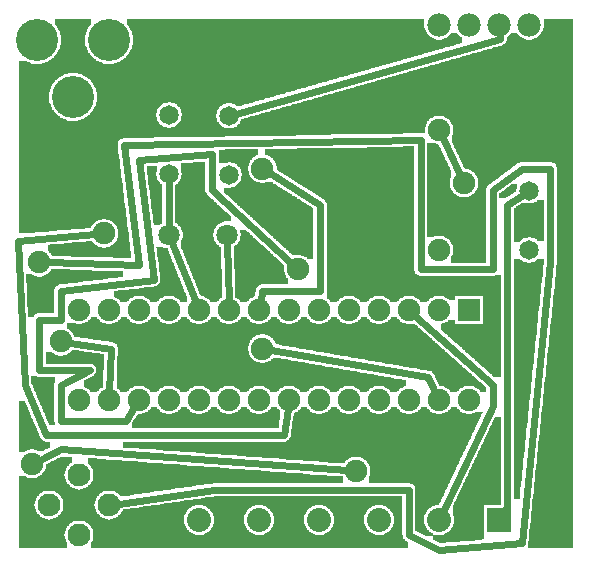
<source format=gbl>
G04 MADE WITH FRITZING*
G04 WWW.FRITZING.ORG*
G04 DOUBLE SIDED*
G04 HOLES PLATED*
G04 CONTOUR ON CENTER OF CONTOUR VECTOR*
%ASAXBY*%
%FSLAX23Y23*%
%MOIN*%
%OFA0B0*%
%SFA1.0B1.0*%
%ADD10C,0.075000*%
%ADD11C,0.070925*%
%ADD12C,0.070866*%
%ADD13C,0.065000*%
%ADD14C,0.078000*%
%ADD15C,0.076000*%
%ADD16C,0.080000*%
%ADD17C,0.140000*%
%ADD18C,0.075433*%
%ADD19R,0.075000X0.075000*%
%ADD20R,0.080000X0.080000*%
%ADD21C,0.024000*%
%LNCOPPER0*%
G90*
G70*
G54D10*
X848Y1185D03*
X627Y1164D03*
X1739Y1131D03*
X822Y1004D03*
X1600Y1650D03*
X997Y1303D03*
X1199Y716D03*
X1019Y409D03*
X1578Y251D03*
X359Y284D03*
X1541Y833D03*
X1541Y533D03*
X1441Y833D03*
X1441Y533D03*
X1341Y833D03*
X1341Y533D03*
X1241Y833D03*
X1241Y533D03*
X1141Y833D03*
X1141Y533D03*
X1041Y833D03*
X1041Y533D03*
X941Y833D03*
X941Y533D03*
X841Y833D03*
X841Y533D03*
X741Y833D03*
X741Y533D03*
X641Y833D03*
X641Y533D03*
X541Y833D03*
X541Y533D03*
X441Y833D03*
X441Y533D03*
X341Y833D03*
X341Y533D03*
X241Y833D03*
X241Y533D03*
G54D11*
X541Y1083D03*
G54D12*
X734Y1083D03*
G54D10*
X1441Y1433D03*
X1441Y1033D03*
G54D13*
X1741Y1230D03*
X1741Y1033D03*
X541Y1286D03*
X541Y1483D03*
X741Y1480D03*
X741Y1283D03*
G54D14*
X1441Y1783D03*
X1541Y1783D03*
X1641Y1783D03*
X1741Y1783D03*
G54D15*
X341Y183D03*
X141Y183D03*
X241Y83D03*
X241Y283D03*
G54D16*
X1641Y133D03*
X1441Y133D03*
X1241Y133D03*
X1041Y133D03*
X841Y133D03*
X641Y133D03*
G54D17*
X341Y1733D03*
X101Y1733D03*
X221Y1543D03*
G54D18*
X180Y729D03*
X972Y969D03*
X108Y993D03*
X852Y705D03*
X852Y1305D03*
X324Y1089D03*
X1524Y1257D03*
X84Y321D03*
X1164Y297D03*
G54D19*
X1541Y833D03*
G54D20*
X1641Y133D03*
G54D21*
X740Y862D02*
X735Y1057D01*
D02*
X541Y1110D02*
X541Y1262D01*
D02*
X630Y860D02*
X551Y1058D01*
D02*
X1720Y1217D02*
X1668Y1185D01*
X1668Y1185D02*
X1668Y177D01*
X1668Y177D02*
X1657Y160D01*
D02*
X1362Y814D02*
X1620Y585D01*
X1620Y585D02*
X1620Y513D01*
X1620Y513D02*
X1454Y161D01*
D02*
X342Y562D02*
X348Y705D01*
X348Y705D02*
X209Y724D01*
D02*
X951Y988D02*
X684Y1233D01*
X684Y1233D02*
X684Y1353D01*
X684Y1353D02*
X441Y1333D01*
D02*
X441Y1333D02*
X490Y934D01*
D02*
X490Y934D02*
X180Y897D01*
X180Y897D02*
X180Y801D01*
X180Y801D02*
X108Y801D01*
X108Y801D02*
X108Y633D01*
X108Y633D02*
X276Y633D01*
X276Y633D02*
X180Y585D01*
X180Y585D02*
X180Y465D01*
X180Y465D02*
X396Y465D01*
X396Y465D02*
X425Y509D01*
D02*
X373Y188D02*
X690Y234D01*
D02*
X690Y234D02*
X1341Y234D01*
D02*
X1341Y234D02*
X1341Y83D01*
D02*
X1341Y83D02*
X1441Y34D01*
D02*
X1441Y34D02*
X1716Y57D01*
X1716Y57D02*
X1812Y993D01*
X1812Y993D02*
X1812Y1305D01*
X1812Y1305D02*
X1716Y1305D01*
X1716Y1305D02*
X1620Y1233D01*
X1620Y1233D02*
X1620Y969D01*
X1620Y969D02*
X1380Y969D01*
X1380Y969D02*
X1380Y1401D01*
X1380Y1401D02*
X391Y1384D01*
D02*
X391Y1384D02*
X441Y983D01*
D02*
X441Y983D02*
X137Y992D01*
D02*
X880Y700D02*
X1404Y609D01*
X1404Y609D02*
X1428Y559D01*
D02*
X846Y862D02*
X852Y897D01*
X852Y897D02*
X1044Y897D01*
X1044Y897D02*
X1044Y1185D01*
X1044Y1185D02*
X876Y1289D01*
D02*
X937Y505D02*
X924Y417D01*
X924Y417D02*
X132Y417D01*
X132Y417D02*
X60Y585D01*
X60Y585D02*
X36Y1065D01*
X36Y1065D02*
X295Y1086D01*
D02*
X1643Y1753D02*
X1644Y1737D01*
X1644Y1737D02*
X765Y1487D01*
D02*
X1453Y1407D02*
X1512Y1283D01*
D02*
X110Y333D02*
X180Y369D01*
X180Y369D02*
X1135Y299D01*
G36*
X728Y1369D02*
X728Y1367D01*
X706Y1367D01*
X706Y1327D01*
X746Y1327D01*
X746Y1325D01*
X754Y1325D01*
X754Y1323D01*
X760Y1323D01*
X760Y1321D01*
X762Y1321D01*
X762Y1319D01*
X766Y1319D01*
X766Y1317D01*
X768Y1317D01*
X768Y1315D01*
X770Y1315D01*
X770Y1313D01*
X772Y1313D01*
X772Y1311D01*
X774Y1311D01*
X774Y1309D01*
X776Y1309D01*
X776Y1305D01*
X778Y1305D01*
X778Y1303D01*
X780Y1303D01*
X780Y1297D01*
X782Y1297D01*
X782Y1289D01*
X784Y1289D01*
X784Y1279D01*
X782Y1279D01*
X782Y1271D01*
X780Y1271D01*
X780Y1265D01*
X778Y1265D01*
X778Y1261D01*
X776Y1261D01*
X776Y1259D01*
X774Y1259D01*
X774Y1257D01*
X844Y1257D01*
X844Y1259D01*
X836Y1259D01*
X836Y1261D01*
X832Y1261D01*
X832Y1263D01*
X828Y1263D01*
X828Y1265D01*
X824Y1265D01*
X824Y1267D01*
X822Y1267D01*
X822Y1269D01*
X820Y1269D01*
X820Y1271D01*
X818Y1271D01*
X818Y1273D01*
X816Y1273D01*
X816Y1275D01*
X814Y1275D01*
X814Y1277D01*
X812Y1277D01*
X812Y1281D01*
X810Y1281D01*
X810Y1285D01*
X808Y1285D01*
X808Y1289D01*
X806Y1289D01*
X806Y1297D01*
X804Y1297D01*
X804Y1313D01*
X806Y1313D01*
X806Y1321D01*
X808Y1321D01*
X808Y1325D01*
X810Y1325D01*
X810Y1329D01*
X812Y1329D01*
X812Y1333D01*
X814Y1333D01*
X814Y1335D01*
X816Y1335D01*
X816Y1337D01*
X818Y1337D01*
X818Y1339D01*
X820Y1339D01*
X820Y1341D01*
X822Y1341D01*
X822Y1343D01*
X824Y1343D01*
X824Y1345D01*
X828Y1345D01*
X828Y1347D01*
X832Y1347D01*
X832Y1349D01*
X836Y1349D01*
X836Y1369D01*
X728Y1369D01*
G37*
D02*
G36*
X706Y1327D02*
X706Y1323D01*
X728Y1323D01*
X728Y1325D01*
X736Y1325D01*
X736Y1327D01*
X706Y1327D01*
G37*
D02*
G36*
X860Y1259D02*
X860Y1257D01*
X886Y1257D01*
X886Y1259D01*
X860Y1259D01*
G37*
D02*
G36*
X772Y1257D02*
X772Y1255D01*
X888Y1255D01*
X888Y1257D01*
X772Y1257D01*
G37*
D02*
G36*
X772Y1257D02*
X772Y1255D01*
X888Y1255D01*
X888Y1257D01*
X772Y1257D01*
G37*
D02*
G36*
X770Y1255D02*
X770Y1253D01*
X768Y1253D01*
X768Y1251D01*
X766Y1251D01*
X766Y1249D01*
X764Y1249D01*
X764Y1247D01*
X760Y1247D01*
X760Y1245D01*
X756Y1245D01*
X756Y1243D01*
X748Y1243D01*
X748Y1241D01*
X724Y1241D01*
X724Y1225D01*
X726Y1225D01*
X726Y1223D01*
X728Y1223D01*
X728Y1221D01*
X730Y1221D01*
X730Y1219D01*
X732Y1219D01*
X732Y1217D01*
X736Y1217D01*
X736Y1215D01*
X738Y1215D01*
X738Y1213D01*
X740Y1213D01*
X740Y1211D01*
X742Y1211D01*
X742Y1209D01*
X744Y1209D01*
X744Y1207D01*
X746Y1207D01*
X746Y1205D01*
X748Y1205D01*
X748Y1203D01*
X750Y1203D01*
X750Y1201D01*
X752Y1201D01*
X752Y1199D01*
X754Y1199D01*
X754Y1197D01*
X756Y1197D01*
X756Y1195D01*
X760Y1195D01*
X760Y1193D01*
X762Y1193D01*
X762Y1191D01*
X764Y1191D01*
X764Y1189D01*
X766Y1189D01*
X766Y1187D01*
X768Y1187D01*
X768Y1185D01*
X770Y1185D01*
X770Y1183D01*
X772Y1183D01*
X772Y1181D01*
X774Y1181D01*
X774Y1179D01*
X776Y1179D01*
X776Y1177D01*
X778Y1177D01*
X778Y1175D01*
X780Y1175D01*
X780Y1173D01*
X784Y1173D01*
X784Y1171D01*
X786Y1171D01*
X786Y1169D01*
X788Y1169D01*
X788Y1167D01*
X790Y1167D01*
X790Y1165D01*
X792Y1165D01*
X792Y1163D01*
X794Y1163D01*
X794Y1161D01*
X796Y1161D01*
X796Y1159D01*
X798Y1159D01*
X798Y1157D01*
X800Y1157D01*
X800Y1155D01*
X802Y1155D01*
X802Y1153D01*
X804Y1153D01*
X804Y1151D01*
X808Y1151D01*
X808Y1149D01*
X810Y1149D01*
X810Y1147D01*
X812Y1147D01*
X812Y1145D01*
X814Y1145D01*
X814Y1143D01*
X816Y1143D01*
X816Y1141D01*
X818Y1141D01*
X818Y1139D01*
X820Y1139D01*
X820Y1137D01*
X822Y1137D01*
X822Y1135D01*
X824Y1135D01*
X824Y1133D01*
X826Y1133D01*
X826Y1131D01*
X828Y1131D01*
X828Y1129D01*
X832Y1129D01*
X832Y1127D01*
X834Y1127D01*
X834Y1125D01*
X836Y1125D01*
X836Y1123D01*
X838Y1123D01*
X838Y1121D01*
X840Y1121D01*
X840Y1119D01*
X842Y1119D01*
X842Y1117D01*
X844Y1117D01*
X844Y1115D01*
X846Y1115D01*
X846Y1113D01*
X848Y1113D01*
X848Y1111D01*
X850Y1111D01*
X850Y1109D01*
X852Y1109D01*
X852Y1107D01*
X856Y1107D01*
X856Y1105D01*
X858Y1105D01*
X858Y1103D01*
X860Y1103D01*
X860Y1101D01*
X862Y1101D01*
X862Y1099D01*
X864Y1099D01*
X864Y1097D01*
X866Y1097D01*
X866Y1095D01*
X868Y1095D01*
X868Y1093D01*
X870Y1093D01*
X870Y1091D01*
X872Y1091D01*
X872Y1089D01*
X874Y1089D01*
X874Y1087D01*
X876Y1087D01*
X876Y1085D01*
X880Y1085D01*
X880Y1083D01*
X882Y1083D01*
X882Y1081D01*
X884Y1081D01*
X884Y1079D01*
X886Y1079D01*
X886Y1077D01*
X888Y1077D01*
X888Y1075D01*
X890Y1075D01*
X890Y1073D01*
X892Y1073D01*
X892Y1071D01*
X894Y1071D01*
X894Y1069D01*
X896Y1069D01*
X896Y1067D01*
X898Y1067D01*
X898Y1065D01*
X900Y1065D01*
X900Y1063D01*
X904Y1063D01*
X904Y1061D01*
X906Y1061D01*
X906Y1059D01*
X908Y1059D01*
X908Y1057D01*
X910Y1057D01*
X910Y1055D01*
X912Y1055D01*
X912Y1053D01*
X914Y1053D01*
X914Y1051D01*
X916Y1051D01*
X916Y1049D01*
X918Y1049D01*
X918Y1047D01*
X920Y1047D01*
X920Y1045D01*
X922Y1045D01*
X922Y1043D01*
X924Y1043D01*
X924Y1041D01*
X928Y1041D01*
X928Y1039D01*
X930Y1039D01*
X930Y1037D01*
X932Y1037D01*
X932Y1035D01*
X934Y1035D01*
X934Y1033D01*
X936Y1033D01*
X936Y1031D01*
X938Y1031D01*
X938Y1029D01*
X940Y1029D01*
X940Y1027D01*
X942Y1027D01*
X942Y1025D01*
X944Y1025D01*
X944Y1023D01*
X946Y1023D01*
X946Y1021D01*
X948Y1021D01*
X948Y1019D01*
X952Y1019D01*
X952Y1017D01*
X980Y1017D01*
X980Y1015D01*
X988Y1015D01*
X988Y1013D01*
X992Y1013D01*
X992Y1011D01*
X996Y1011D01*
X996Y1009D01*
X1000Y1009D01*
X1000Y1007D01*
X1002Y1007D01*
X1002Y1005D01*
X1022Y1005D01*
X1022Y1173D01*
X1020Y1173D01*
X1020Y1175D01*
X1016Y1175D01*
X1016Y1177D01*
X1014Y1177D01*
X1014Y1179D01*
X1010Y1179D01*
X1010Y1181D01*
X1008Y1181D01*
X1008Y1183D01*
X1004Y1183D01*
X1004Y1185D01*
X1000Y1185D01*
X1000Y1187D01*
X998Y1187D01*
X998Y1189D01*
X994Y1189D01*
X994Y1191D01*
X992Y1191D01*
X992Y1193D01*
X988Y1193D01*
X988Y1195D01*
X984Y1195D01*
X984Y1197D01*
X982Y1197D01*
X982Y1199D01*
X978Y1199D01*
X978Y1201D01*
X976Y1201D01*
X976Y1203D01*
X972Y1203D01*
X972Y1205D01*
X968Y1205D01*
X968Y1207D01*
X966Y1207D01*
X966Y1209D01*
X962Y1209D01*
X962Y1211D01*
X960Y1211D01*
X960Y1213D01*
X956Y1213D01*
X956Y1215D01*
X952Y1215D01*
X952Y1217D01*
X950Y1217D01*
X950Y1219D01*
X946Y1219D01*
X946Y1221D01*
X944Y1221D01*
X944Y1223D01*
X940Y1223D01*
X940Y1225D01*
X936Y1225D01*
X936Y1227D01*
X934Y1227D01*
X934Y1229D01*
X930Y1229D01*
X930Y1231D01*
X928Y1231D01*
X928Y1233D01*
X924Y1233D01*
X924Y1235D01*
X920Y1235D01*
X920Y1237D01*
X918Y1237D01*
X918Y1239D01*
X914Y1239D01*
X914Y1241D01*
X912Y1241D01*
X912Y1243D01*
X908Y1243D01*
X908Y1245D01*
X904Y1245D01*
X904Y1247D01*
X902Y1247D01*
X902Y1249D01*
X898Y1249D01*
X898Y1251D01*
X896Y1251D01*
X896Y1253D01*
X892Y1253D01*
X892Y1255D01*
X770Y1255D01*
G37*
D02*
G36*
X622Y1327D02*
X622Y1325D01*
X598Y1325D01*
X598Y1323D01*
X580Y1323D01*
X580Y1299D01*
X582Y1299D01*
X582Y1291D01*
X584Y1291D01*
X584Y1283D01*
X582Y1283D01*
X582Y1273D01*
X580Y1273D01*
X580Y1269D01*
X578Y1269D01*
X578Y1265D01*
X576Y1265D01*
X576Y1263D01*
X574Y1263D01*
X574Y1259D01*
X572Y1259D01*
X572Y1257D01*
X570Y1257D01*
X570Y1255D01*
X568Y1255D01*
X568Y1253D01*
X564Y1253D01*
X564Y1251D01*
X562Y1251D01*
X562Y1123D01*
X566Y1123D01*
X566Y1121D01*
X568Y1121D01*
X568Y1119D01*
X570Y1119D01*
X570Y1117D01*
X572Y1117D01*
X572Y1115D01*
X574Y1115D01*
X574Y1113D01*
X576Y1113D01*
X576Y1111D01*
X578Y1111D01*
X578Y1109D01*
X580Y1109D01*
X580Y1105D01*
X582Y1105D01*
X582Y1101D01*
X584Y1101D01*
X584Y1093D01*
X586Y1093D01*
X586Y1073D01*
X584Y1073D01*
X584Y1067D01*
X582Y1067D01*
X582Y1063D01*
X580Y1063D01*
X580Y1043D01*
X582Y1043D01*
X582Y1037D01*
X584Y1037D01*
X584Y1033D01*
X586Y1033D01*
X586Y1027D01*
X588Y1027D01*
X588Y1023D01*
X590Y1023D01*
X590Y1017D01*
X592Y1017D01*
X592Y1013D01*
X594Y1013D01*
X594Y1007D01*
X596Y1007D01*
X596Y1003D01*
X598Y1003D01*
X598Y997D01*
X600Y997D01*
X600Y993D01*
X602Y993D01*
X602Y987D01*
X604Y987D01*
X604Y983D01*
X606Y983D01*
X606Y977D01*
X608Y977D01*
X608Y973D01*
X610Y973D01*
X610Y967D01*
X612Y967D01*
X612Y963D01*
X614Y963D01*
X614Y957D01*
X616Y957D01*
X616Y953D01*
X618Y953D01*
X618Y947D01*
X620Y947D01*
X620Y943D01*
X622Y943D01*
X622Y937D01*
X624Y937D01*
X624Y933D01*
X626Y933D01*
X626Y927D01*
X628Y927D01*
X628Y923D01*
X630Y923D01*
X630Y917D01*
X632Y917D01*
X632Y913D01*
X634Y913D01*
X634Y907D01*
X636Y907D01*
X636Y903D01*
X638Y903D01*
X638Y897D01*
X640Y897D01*
X640Y893D01*
X642Y893D01*
X642Y887D01*
X644Y887D01*
X644Y883D01*
X646Y883D01*
X646Y881D01*
X652Y881D01*
X652Y879D01*
X658Y879D01*
X658Y877D01*
X662Y877D01*
X662Y875D01*
X666Y875D01*
X666Y873D01*
X668Y873D01*
X668Y871D01*
X672Y871D01*
X672Y869D01*
X674Y869D01*
X674Y867D01*
X676Y867D01*
X676Y865D01*
X678Y865D01*
X678Y861D01*
X680Y861D01*
X680Y859D01*
X702Y859D01*
X702Y863D01*
X704Y863D01*
X704Y865D01*
X706Y865D01*
X706Y867D01*
X708Y867D01*
X708Y869D01*
X710Y869D01*
X710Y871D01*
X712Y871D01*
X712Y873D01*
X716Y873D01*
X716Y875D01*
X718Y875D01*
X718Y897D01*
X716Y897D01*
X716Y969D01*
X714Y969D01*
X714Y1043D01*
X712Y1043D01*
X712Y1045D01*
X708Y1045D01*
X708Y1047D01*
X706Y1047D01*
X706Y1049D01*
X704Y1049D01*
X704Y1051D01*
X702Y1051D01*
X702Y1053D01*
X700Y1053D01*
X700Y1055D01*
X698Y1055D01*
X698Y1057D01*
X696Y1057D01*
X696Y1061D01*
X694Y1061D01*
X694Y1065D01*
X692Y1065D01*
X692Y1069D01*
X690Y1069D01*
X690Y1077D01*
X688Y1077D01*
X688Y1091D01*
X690Y1091D01*
X690Y1099D01*
X692Y1099D01*
X692Y1103D01*
X694Y1103D01*
X694Y1107D01*
X696Y1107D01*
X696Y1111D01*
X698Y1111D01*
X698Y1113D01*
X700Y1113D01*
X700Y1115D01*
X702Y1115D01*
X702Y1117D01*
X704Y1117D01*
X704Y1119D01*
X706Y1119D01*
X706Y1121D01*
X710Y1121D01*
X710Y1123D01*
X714Y1123D01*
X714Y1125D01*
X718Y1125D01*
X718Y1127D01*
X724Y1127D01*
X724Y1129D01*
X746Y1129D01*
X746Y1147D01*
X744Y1147D01*
X744Y1149D01*
X742Y1149D01*
X742Y1151D01*
X740Y1151D01*
X740Y1153D01*
X738Y1153D01*
X738Y1155D01*
X736Y1155D01*
X736Y1157D01*
X734Y1157D01*
X734Y1159D01*
X732Y1159D01*
X732Y1161D01*
X728Y1161D01*
X728Y1163D01*
X726Y1163D01*
X726Y1165D01*
X724Y1165D01*
X724Y1167D01*
X722Y1167D01*
X722Y1169D01*
X720Y1169D01*
X720Y1171D01*
X718Y1171D01*
X718Y1173D01*
X716Y1173D01*
X716Y1175D01*
X714Y1175D01*
X714Y1177D01*
X712Y1177D01*
X712Y1179D01*
X710Y1179D01*
X710Y1181D01*
X708Y1181D01*
X708Y1183D01*
X704Y1183D01*
X704Y1185D01*
X702Y1185D01*
X702Y1187D01*
X700Y1187D01*
X700Y1189D01*
X698Y1189D01*
X698Y1191D01*
X696Y1191D01*
X696Y1193D01*
X694Y1193D01*
X694Y1195D01*
X692Y1195D01*
X692Y1197D01*
X690Y1197D01*
X690Y1199D01*
X688Y1199D01*
X688Y1201D01*
X686Y1201D01*
X686Y1203D01*
X684Y1203D01*
X684Y1205D01*
X680Y1205D01*
X680Y1207D01*
X678Y1207D01*
X678Y1209D01*
X676Y1209D01*
X676Y1211D01*
X674Y1211D01*
X674Y1213D01*
X672Y1213D01*
X672Y1215D01*
X670Y1215D01*
X670Y1217D01*
X668Y1217D01*
X668Y1219D01*
X666Y1219D01*
X666Y1223D01*
X664Y1223D01*
X664Y1227D01*
X662Y1227D01*
X662Y1327D01*
X622Y1327D01*
G37*
D02*
G36*
X474Y1315D02*
X474Y1313D01*
X468Y1313D01*
X468Y1285D01*
X470Y1285D01*
X470Y1267D01*
X472Y1267D01*
X472Y1251D01*
X474Y1251D01*
X474Y1235D01*
X476Y1235D01*
X476Y1219D01*
X478Y1219D01*
X478Y1203D01*
X480Y1203D01*
X480Y1187D01*
X482Y1187D01*
X482Y1171D01*
X484Y1171D01*
X484Y1155D01*
X486Y1155D01*
X486Y1139D01*
X488Y1139D01*
X488Y1123D01*
X490Y1123D01*
X490Y1117D01*
X512Y1117D01*
X512Y1119D01*
X514Y1119D01*
X514Y1121D01*
X516Y1121D01*
X516Y1123D01*
X518Y1123D01*
X518Y1251D01*
X516Y1251D01*
X516Y1253D01*
X514Y1253D01*
X514Y1255D01*
X512Y1255D01*
X512Y1257D01*
X510Y1257D01*
X510Y1259D01*
X508Y1259D01*
X508Y1261D01*
X506Y1261D01*
X506Y1265D01*
X504Y1265D01*
X504Y1267D01*
X502Y1267D01*
X502Y1273D01*
X500Y1273D01*
X500Y1279D01*
X498Y1279D01*
X498Y1295D01*
X500Y1295D01*
X500Y1315D01*
X474Y1315D01*
G37*
D02*
G36*
X1682Y1253D02*
X1682Y1251D01*
X1680Y1251D01*
X1680Y1249D01*
X1676Y1249D01*
X1676Y1247D01*
X1674Y1247D01*
X1674Y1245D01*
X1672Y1245D01*
X1672Y1243D01*
X1668Y1243D01*
X1668Y1241D01*
X1666Y1241D01*
X1666Y1239D01*
X1664Y1239D01*
X1664Y1237D01*
X1660Y1237D01*
X1660Y1235D01*
X1658Y1235D01*
X1658Y1233D01*
X1656Y1233D01*
X1656Y1231D01*
X1652Y1231D01*
X1652Y1229D01*
X1650Y1229D01*
X1650Y1227D01*
X1648Y1227D01*
X1648Y1225D01*
X1644Y1225D01*
X1644Y1223D01*
X1642Y1223D01*
X1642Y1207D01*
X1664Y1207D01*
X1664Y1209D01*
X1666Y1209D01*
X1666Y1211D01*
X1670Y1211D01*
X1670Y1213D01*
X1672Y1213D01*
X1672Y1215D01*
X1676Y1215D01*
X1676Y1217D01*
X1680Y1217D01*
X1680Y1219D01*
X1682Y1219D01*
X1682Y1221D01*
X1686Y1221D01*
X1686Y1223D01*
X1688Y1223D01*
X1688Y1225D01*
X1692Y1225D01*
X1692Y1227D01*
X1696Y1227D01*
X1696Y1229D01*
X1698Y1229D01*
X1698Y1237D01*
X1700Y1237D01*
X1700Y1245D01*
X1702Y1245D01*
X1702Y1253D01*
X1682Y1253D01*
G37*
D02*
G36*
X1770Y1201D02*
X1770Y1199D01*
X1768Y1199D01*
X1768Y1197D01*
X1766Y1197D01*
X1766Y1195D01*
X1762Y1195D01*
X1762Y1193D01*
X1758Y1193D01*
X1758Y1191D01*
X1752Y1191D01*
X1752Y1189D01*
X1714Y1189D01*
X1714Y1187D01*
X1710Y1187D01*
X1710Y1185D01*
X1708Y1185D01*
X1708Y1183D01*
X1704Y1183D01*
X1704Y1181D01*
X1702Y1181D01*
X1702Y1179D01*
X1698Y1179D01*
X1698Y1177D01*
X1696Y1177D01*
X1696Y1175D01*
X1692Y1175D01*
X1692Y1173D01*
X1690Y1173D01*
X1690Y1077D01*
X1746Y1077D01*
X1746Y1075D01*
X1754Y1075D01*
X1754Y1073D01*
X1760Y1073D01*
X1760Y1071D01*
X1762Y1071D01*
X1762Y1069D01*
X1766Y1069D01*
X1766Y1067D01*
X1768Y1067D01*
X1768Y1065D01*
X1770Y1065D01*
X1770Y1063D01*
X1790Y1063D01*
X1790Y1201D01*
X1770Y1201D01*
G37*
D02*
G36*
X1690Y1077D02*
X1690Y1061D01*
X1710Y1061D01*
X1710Y1065D01*
X1714Y1065D01*
X1714Y1067D01*
X1716Y1067D01*
X1716Y1069D01*
X1718Y1069D01*
X1718Y1071D01*
X1722Y1071D01*
X1722Y1073D01*
X1728Y1073D01*
X1728Y1075D01*
X1736Y1075D01*
X1736Y1077D01*
X1690Y1077D01*
G37*
D02*
G36*
X776Y1101D02*
X776Y1097D01*
X778Y1097D01*
X778Y1089D01*
X780Y1089D01*
X780Y1079D01*
X778Y1079D01*
X778Y1071D01*
X776Y1071D01*
X776Y1065D01*
X774Y1065D01*
X774Y1061D01*
X772Y1061D01*
X772Y1057D01*
X770Y1057D01*
X770Y1055D01*
X768Y1055D01*
X768Y1053D01*
X766Y1053D01*
X766Y1051D01*
X764Y1051D01*
X764Y1049D01*
X762Y1049D01*
X762Y1047D01*
X758Y1047D01*
X758Y971D01*
X760Y971D01*
X760Y899D01*
X762Y899D01*
X762Y875D01*
X766Y875D01*
X766Y873D01*
X768Y873D01*
X768Y871D01*
X772Y871D01*
X772Y869D01*
X774Y869D01*
X774Y867D01*
X776Y867D01*
X776Y865D01*
X778Y865D01*
X778Y861D01*
X780Y861D01*
X780Y859D01*
X802Y859D01*
X802Y863D01*
X804Y863D01*
X804Y865D01*
X806Y865D01*
X806Y867D01*
X808Y867D01*
X808Y869D01*
X810Y869D01*
X810Y871D01*
X812Y871D01*
X812Y873D01*
X816Y873D01*
X816Y875D01*
X820Y875D01*
X820Y877D01*
X824Y877D01*
X824Y879D01*
X826Y879D01*
X826Y883D01*
X828Y883D01*
X828Y893D01*
X830Y893D01*
X830Y903D01*
X832Y903D01*
X832Y907D01*
X834Y907D01*
X834Y911D01*
X836Y911D01*
X836Y913D01*
X838Y913D01*
X838Y915D01*
X842Y915D01*
X842Y917D01*
X846Y917D01*
X846Y919D01*
X936Y919D01*
X936Y939D01*
X934Y939D01*
X934Y941D01*
X932Y941D01*
X932Y945D01*
X930Y945D01*
X930Y949D01*
X928Y949D01*
X928Y953D01*
X926Y953D01*
X926Y961D01*
X924Y961D01*
X924Y985D01*
X920Y985D01*
X920Y987D01*
X918Y987D01*
X918Y989D01*
X916Y989D01*
X916Y991D01*
X914Y991D01*
X914Y993D01*
X912Y993D01*
X912Y995D01*
X910Y995D01*
X910Y997D01*
X908Y997D01*
X908Y999D01*
X906Y999D01*
X906Y1001D01*
X904Y1001D01*
X904Y1003D01*
X902Y1003D01*
X902Y1005D01*
X900Y1005D01*
X900Y1007D01*
X896Y1007D01*
X896Y1009D01*
X894Y1009D01*
X894Y1011D01*
X892Y1011D01*
X892Y1013D01*
X890Y1013D01*
X890Y1015D01*
X888Y1015D01*
X888Y1017D01*
X886Y1017D01*
X886Y1019D01*
X884Y1019D01*
X884Y1021D01*
X882Y1021D01*
X882Y1023D01*
X880Y1023D01*
X880Y1025D01*
X878Y1025D01*
X878Y1027D01*
X876Y1027D01*
X876Y1029D01*
X872Y1029D01*
X872Y1031D01*
X870Y1031D01*
X870Y1033D01*
X868Y1033D01*
X868Y1035D01*
X866Y1035D01*
X866Y1037D01*
X864Y1037D01*
X864Y1039D01*
X862Y1039D01*
X862Y1041D01*
X860Y1041D01*
X860Y1043D01*
X858Y1043D01*
X858Y1045D01*
X856Y1045D01*
X856Y1047D01*
X854Y1047D01*
X854Y1049D01*
X852Y1049D01*
X852Y1051D01*
X848Y1051D01*
X848Y1053D01*
X846Y1053D01*
X846Y1055D01*
X844Y1055D01*
X844Y1057D01*
X842Y1057D01*
X842Y1059D01*
X840Y1059D01*
X840Y1061D01*
X838Y1061D01*
X838Y1063D01*
X836Y1063D01*
X836Y1065D01*
X834Y1065D01*
X834Y1067D01*
X832Y1067D01*
X832Y1069D01*
X830Y1069D01*
X830Y1071D01*
X828Y1071D01*
X828Y1073D01*
X824Y1073D01*
X824Y1075D01*
X822Y1075D01*
X822Y1077D01*
X820Y1077D01*
X820Y1079D01*
X818Y1079D01*
X818Y1081D01*
X816Y1081D01*
X816Y1083D01*
X814Y1083D01*
X814Y1085D01*
X812Y1085D01*
X812Y1087D01*
X810Y1087D01*
X810Y1089D01*
X808Y1089D01*
X808Y1091D01*
X806Y1091D01*
X806Y1093D01*
X804Y1093D01*
X804Y1095D01*
X800Y1095D01*
X800Y1097D01*
X798Y1097D01*
X798Y1099D01*
X796Y1099D01*
X796Y1101D01*
X776Y1101D01*
G37*
D02*
G36*
X162Y1805D02*
X162Y1783D01*
X164Y1783D01*
X164Y1781D01*
X166Y1781D01*
X166Y1779D01*
X168Y1779D01*
X168Y1775D01*
X170Y1775D01*
X170Y1771D01*
X172Y1771D01*
X172Y1767D01*
X174Y1767D01*
X174Y1763D01*
X176Y1763D01*
X176Y1757D01*
X178Y1757D01*
X178Y1749D01*
X180Y1749D01*
X180Y1717D01*
X178Y1717D01*
X178Y1709D01*
X176Y1709D01*
X176Y1705D01*
X174Y1705D01*
X174Y1699D01*
X172Y1699D01*
X172Y1695D01*
X170Y1695D01*
X170Y1693D01*
X168Y1693D01*
X168Y1689D01*
X166Y1689D01*
X166Y1687D01*
X164Y1687D01*
X164Y1683D01*
X162Y1683D01*
X162Y1681D01*
X160Y1681D01*
X160Y1679D01*
X158Y1679D01*
X158Y1677D01*
X156Y1677D01*
X156Y1675D01*
X154Y1675D01*
X154Y1673D01*
X152Y1673D01*
X152Y1671D01*
X148Y1671D01*
X148Y1669D01*
X146Y1669D01*
X146Y1667D01*
X142Y1667D01*
X142Y1665D01*
X140Y1665D01*
X140Y1663D01*
X136Y1663D01*
X136Y1661D01*
X132Y1661D01*
X132Y1659D01*
X126Y1659D01*
X126Y1657D01*
X118Y1657D01*
X118Y1655D01*
X104Y1655D01*
X104Y1653D01*
X336Y1653D01*
X336Y1655D01*
X322Y1655D01*
X322Y1657D01*
X316Y1657D01*
X316Y1659D01*
X310Y1659D01*
X310Y1661D01*
X306Y1661D01*
X306Y1663D01*
X302Y1663D01*
X302Y1665D01*
X298Y1665D01*
X298Y1667D01*
X296Y1667D01*
X296Y1669D01*
X292Y1669D01*
X292Y1671D01*
X290Y1671D01*
X290Y1673D01*
X288Y1673D01*
X288Y1675D01*
X286Y1675D01*
X286Y1677D01*
X284Y1677D01*
X284Y1679D01*
X282Y1679D01*
X282Y1681D01*
X280Y1681D01*
X280Y1683D01*
X278Y1683D01*
X278Y1685D01*
X276Y1685D01*
X276Y1689D01*
X274Y1689D01*
X274Y1691D01*
X272Y1691D01*
X272Y1695D01*
X270Y1695D01*
X270Y1699D01*
X268Y1699D01*
X268Y1703D01*
X266Y1703D01*
X266Y1709D01*
X264Y1709D01*
X264Y1715D01*
X262Y1715D01*
X262Y1729D01*
X260Y1729D01*
X260Y1737D01*
X262Y1737D01*
X262Y1751D01*
X264Y1751D01*
X264Y1759D01*
X266Y1759D01*
X266Y1765D01*
X268Y1765D01*
X268Y1769D01*
X270Y1769D01*
X270Y1773D01*
X272Y1773D01*
X272Y1777D01*
X274Y1777D01*
X274Y1779D01*
X276Y1779D01*
X276Y1781D01*
X278Y1781D01*
X278Y1785D01*
X280Y1785D01*
X280Y1805D01*
X162Y1805D01*
G37*
D02*
G36*
X402Y1805D02*
X402Y1783D01*
X404Y1783D01*
X404Y1781D01*
X406Y1781D01*
X406Y1779D01*
X408Y1779D01*
X408Y1775D01*
X410Y1775D01*
X410Y1771D01*
X412Y1771D01*
X412Y1767D01*
X414Y1767D01*
X414Y1763D01*
X416Y1763D01*
X416Y1757D01*
X418Y1757D01*
X418Y1749D01*
X420Y1749D01*
X420Y1735D01*
X1430Y1735D01*
X1430Y1737D01*
X1424Y1737D01*
X1424Y1739D01*
X1420Y1739D01*
X1420Y1741D01*
X1416Y1741D01*
X1416Y1743D01*
X1412Y1743D01*
X1412Y1745D01*
X1410Y1745D01*
X1410Y1747D01*
X1408Y1747D01*
X1408Y1749D01*
X1406Y1749D01*
X1406Y1751D01*
X1404Y1751D01*
X1404Y1753D01*
X1402Y1753D01*
X1402Y1755D01*
X1400Y1755D01*
X1400Y1759D01*
X1398Y1759D01*
X1398Y1763D01*
X1396Y1763D01*
X1396Y1767D01*
X1394Y1767D01*
X1394Y1773D01*
X1392Y1773D01*
X1392Y1805D01*
X402Y1805D01*
G37*
D02*
G36*
X1790Y1805D02*
X1790Y1775D01*
X1788Y1775D01*
X1788Y1769D01*
X1786Y1769D01*
X1786Y1763D01*
X1784Y1763D01*
X1784Y1759D01*
X1782Y1759D01*
X1782Y1757D01*
X1780Y1757D01*
X1780Y1753D01*
X1778Y1753D01*
X1778Y1751D01*
X1776Y1751D01*
X1776Y1749D01*
X1774Y1749D01*
X1774Y1747D01*
X1772Y1747D01*
X1772Y1745D01*
X1770Y1745D01*
X1770Y1743D01*
X1766Y1743D01*
X1766Y1741D01*
X1762Y1741D01*
X1762Y1739D01*
X1758Y1739D01*
X1758Y1737D01*
X1750Y1737D01*
X1750Y1735D01*
X1888Y1735D01*
X1888Y1805D01*
X1790Y1805D01*
G37*
D02*
G36*
X1480Y1757D02*
X1480Y1753D01*
X1478Y1753D01*
X1478Y1751D01*
X1476Y1751D01*
X1476Y1749D01*
X1474Y1749D01*
X1474Y1747D01*
X1472Y1747D01*
X1472Y1745D01*
X1470Y1745D01*
X1470Y1743D01*
X1466Y1743D01*
X1466Y1741D01*
X1462Y1741D01*
X1462Y1739D01*
X1458Y1739D01*
X1458Y1737D01*
X1450Y1737D01*
X1450Y1735D01*
X1516Y1735D01*
X1516Y1743D01*
X1512Y1743D01*
X1512Y1745D01*
X1510Y1745D01*
X1510Y1747D01*
X1508Y1747D01*
X1508Y1749D01*
X1506Y1749D01*
X1506Y1751D01*
X1504Y1751D01*
X1504Y1753D01*
X1502Y1753D01*
X1502Y1755D01*
X1500Y1755D01*
X1500Y1757D01*
X1480Y1757D01*
G37*
D02*
G36*
X1680Y1757D02*
X1680Y1753D01*
X1678Y1753D01*
X1678Y1751D01*
X1676Y1751D01*
X1676Y1749D01*
X1674Y1749D01*
X1674Y1747D01*
X1672Y1747D01*
X1672Y1745D01*
X1670Y1745D01*
X1670Y1743D01*
X1666Y1743D01*
X1666Y1735D01*
X1730Y1735D01*
X1730Y1737D01*
X1724Y1737D01*
X1724Y1739D01*
X1720Y1739D01*
X1720Y1741D01*
X1716Y1741D01*
X1716Y1743D01*
X1712Y1743D01*
X1712Y1745D01*
X1710Y1745D01*
X1710Y1747D01*
X1708Y1747D01*
X1708Y1749D01*
X1706Y1749D01*
X1706Y1751D01*
X1704Y1751D01*
X1704Y1753D01*
X1702Y1753D01*
X1702Y1755D01*
X1700Y1755D01*
X1700Y1757D01*
X1680Y1757D01*
G37*
D02*
G36*
X420Y1735D02*
X420Y1733D01*
X1516Y1733D01*
X1516Y1735D01*
X420Y1735D01*
G37*
D02*
G36*
X420Y1735D02*
X420Y1733D01*
X1516Y1733D01*
X1516Y1735D01*
X420Y1735D01*
G37*
D02*
G36*
X1666Y1735D02*
X1666Y1733D01*
X1888Y1733D01*
X1888Y1735D01*
X1666Y1735D01*
G37*
D02*
G36*
X1666Y1735D02*
X1666Y1733D01*
X1888Y1733D01*
X1888Y1735D01*
X1666Y1735D01*
G37*
D02*
G36*
X420Y1733D02*
X420Y1717D01*
X418Y1717D01*
X418Y1709D01*
X416Y1709D01*
X416Y1705D01*
X414Y1705D01*
X414Y1699D01*
X412Y1699D01*
X412Y1695D01*
X410Y1695D01*
X410Y1693D01*
X408Y1693D01*
X408Y1689D01*
X406Y1689D01*
X406Y1687D01*
X404Y1687D01*
X404Y1683D01*
X402Y1683D01*
X402Y1681D01*
X400Y1681D01*
X400Y1679D01*
X398Y1679D01*
X398Y1677D01*
X396Y1677D01*
X396Y1675D01*
X394Y1675D01*
X394Y1673D01*
X392Y1673D01*
X392Y1671D01*
X388Y1671D01*
X388Y1669D01*
X386Y1669D01*
X386Y1667D01*
X382Y1667D01*
X382Y1665D01*
X380Y1665D01*
X380Y1663D01*
X376Y1663D01*
X376Y1661D01*
X372Y1661D01*
X372Y1659D01*
X366Y1659D01*
X366Y1657D01*
X358Y1657D01*
X358Y1655D01*
X344Y1655D01*
X344Y1653D01*
X1270Y1653D01*
X1270Y1655D01*
X1278Y1655D01*
X1278Y1657D01*
X1286Y1657D01*
X1286Y1659D01*
X1292Y1659D01*
X1292Y1661D01*
X1300Y1661D01*
X1300Y1663D01*
X1306Y1663D01*
X1306Y1665D01*
X1314Y1665D01*
X1314Y1667D01*
X1320Y1667D01*
X1320Y1669D01*
X1328Y1669D01*
X1328Y1671D01*
X1334Y1671D01*
X1334Y1673D01*
X1342Y1673D01*
X1342Y1675D01*
X1348Y1675D01*
X1348Y1677D01*
X1356Y1677D01*
X1356Y1679D01*
X1362Y1679D01*
X1362Y1681D01*
X1370Y1681D01*
X1370Y1683D01*
X1376Y1683D01*
X1376Y1685D01*
X1384Y1685D01*
X1384Y1687D01*
X1390Y1687D01*
X1390Y1689D01*
X1398Y1689D01*
X1398Y1691D01*
X1404Y1691D01*
X1404Y1693D01*
X1412Y1693D01*
X1412Y1695D01*
X1418Y1695D01*
X1418Y1697D01*
X1426Y1697D01*
X1426Y1699D01*
X1434Y1699D01*
X1434Y1701D01*
X1440Y1701D01*
X1440Y1703D01*
X1448Y1703D01*
X1448Y1705D01*
X1454Y1705D01*
X1454Y1707D01*
X1462Y1707D01*
X1462Y1709D01*
X1468Y1709D01*
X1468Y1711D01*
X1476Y1711D01*
X1476Y1713D01*
X1482Y1713D01*
X1482Y1715D01*
X1490Y1715D01*
X1490Y1717D01*
X1496Y1717D01*
X1496Y1719D01*
X1504Y1719D01*
X1504Y1721D01*
X1510Y1721D01*
X1510Y1723D01*
X1516Y1723D01*
X1516Y1733D01*
X420Y1733D01*
G37*
D02*
G36*
X1666Y1733D02*
X1666Y1731D01*
X1664Y1731D01*
X1664Y1725D01*
X1662Y1725D01*
X1662Y1723D01*
X1660Y1723D01*
X1660Y1721D01*
X1658Y1721D01*
X1658Y1719D01*
X1654Y1719D01*
X1654Y1717D01*
X1650Y1717D01*
X1650Y1715D01*
X1644Y1715D01*
X1644Y1713D01*
X1636Y1713D01*
X1636Y1711D01*
X1630Y1711D01*
X1630Y1709D01*
X1622Y1709D01*
X1622Y1707D01*
X1616Y1707D01*
X1616Y1705D01*
X1608Y1705D01*
X1608Y1703D01*
X1602Y1703D01*
X1602Y1701D01*
X1594Y1701D01*
X1594Y1699D01*
X1588Y1699D01*
X1588Y1697D01*
X1580Y1697D01*
X1580Y1695D01*
X1574Y1695D01*
X1574Y1693D01*
X1566Y1693D01*
X1566Y1691D01*
X1558Y1691D01*
X1558Y1689D01*
X1552Y1689D01*
X1552Y1687D01*
X1544Y1687D01*
X1544Y1685D01*
X1538Y1685D01*
X1538Y1683D01*
X1530Y1683D01*
X1530Y1681D01*
X1524Y1681D01*
X1524Y1679D01*
X1516Y1679D01*
X1516Y1677D01*
X1510Y1677D01*
X1510Y1675D01*
X1502Y1675D01*
X1502Y1673D01*
X1496Y1673D01*
X1496Y1671D01*
X1488Y1671D01*
X1488Y1669D01*
X1482Y1669D01*
X1482Y1667D01*
X1474Y1667D01*
X1474Y1665D01*
X1468Y1665D01*
X1468Y1663D01*
X1460Y1663D01*
X1460Y1661D01*
X1454Y1661D01*
X1454Y1659D01*
X1446Y1659D01*
X1446Y1657D01*
X1440Y1657D01*
X1440Y1655D01*
X1432Y1655D01*
X1432Y1653D01*
X1426Y1653D01*
X1426Y1651D01*
X1418Y1651D01*
X1418Y1649D01*
X1410Y1649D01*
X1410Y1647D01*
X1404Y1647D01*
X1404Y1645D01*
X1396Y1645D01*
X1396Y1643D01*
X1390Y1643D01*
X1390Y1641D01*
X1382Y1641D01*
X1382Y1639D01*
X1376Y1639D01*
X1376Y1637D01*
X1368Y1637D01*
X1368Y1635D01*
X1362Y1635D01*
X1362Y1633D01*
X1354Y1633D01*
X1354Y1631D01*
X1348Y1631D01*
X1348Y1629D01*
X1340Y1629D01*
X1340Y1627D01*
X1334Y1627D01*
X1334Y1625D01*
X1326Y1625D01*
X1326Y1623D01*
X1320Y1623D01*
X1320Y1621D01*
X1312Y1621D01*
X1312Y1619D01*
X1306Y1619D01*
X1306Y1617D01*
X1298Y1617D01*
X1298Y1615D01*
X1292Y1615D01*
X1292Y1613D01*
X1284Y1613D01*
X1284Y1611D01*
X1278Y1611D01*
X1278Y1609D01*
X1270Y1609D01*
X1270Y1607D01*
X1262Y1607D01*
X1262Y1605D01*
X1256Y1605D01*
X1256Y1603D01*
X1248Y1603D01*
X1248Y1601D01*
X1242Y1601D01*
X1242Y1599D01*
X1234Y1599D01*
X1234Y1597D01*
X1228Y1597D01*
X1228Y1595D01*
X1220Y1595D01*
X1220Y1593D01*
X1214Y1593D01*
X1214Y1591D01*
X1206Y1591D01*
X1206Y1589D01*
X1200Y1589D01*
X1200Y1587D01*
X1192Y1587D01*
X1192Y1585D01*
X1186Y1585D01*
X1186Y1583D01*
X1178Y1583D01*
X1178Y1581D01*
X1172Y1581D01*
X1172Y1579D01*
X1164Y1579D01*
X1164Y1577D01*
X1158Y1577D01*
X1158Y1575D01*
X1150Y1575D01*
X1150Y1573D01*
X1144Y1573D01*
X1144Y1571D01*
X1136Y1571D01*
X1136Y1569D01*
X1130Y1569D01*
X1130Y1567D01*
X1122Y1567D01*
X1122Y1565D01*
X1116Y1565D01*
X1116Y1563D01*
X1108Y1563D01*
X1108Y1561D01*
X1100Y1561D01*
X1100Y1559D01*
X1094Y1559D01*
X1094Y1557D01*
X1086Y1557D01*
X1086Y1555D01*
X1080Y1555D01*
X1080Y1553D01*
X1072Y1553D01*
X1072Y1551D01*
X1066Y1551D01*
X1066Y1549D01*
X1058Y1549D01*
X1058Y1547D01*
X1052Y1547D01*
X1052Y1545D01*
X1044Y1545D01*
X1044Y1543D01*
X1038Y1543D01*
X1038Y1541D01*
X1030Y1541D01*
X1030Y1539D01*
X1024Y1539D01*
X1024Y1537D01*
X1016Y1537D01*
X1016Y1535D01*
X1010Y1535D01*
X1010Y1533D01*
X1002Y1533D01*
X1002Y1531D01*
X996Y1531D01*
X996Y1529D01*
X988Y1529D01*
X988Y1527D01*
X982Y1527D01*
X982Y1525D01*
X974Y1525D01*
X974Y1523D01*
X968Y1523D01*
X968Y1521D01*
X960Y1521D01*
X960Y1519D01*
X952Y1519D01*
X952Y1517D01*
X946Y1517D01*
X946Y1515D01*
X938Y1515D01*
X938Y1513D01*
X932Y1513D01*
X932Y1511D01*
X924Y1511D01*
X924Y1509D01*
X918Y1509D01*
X918Y1507D01*
X910Y1507D01*
X910Y1505D01*
X904Y1505D01*
X904Y1503D01*
X896Y1503D01*
X896Y1501D01*
X890Y1501D01*
X890Y1499D01*
X882Y1499D01*
X882Y1497D01*
X876Y1497D01*
X876Y1495D01*
X868Y1495D01*
X868Y1493D01*
X862Y1493D01*
X862Y1491D01*
X854Y1491D01*
X854Y1489D01*
X848Y1489D01*
X848Y1487D01*
X840Y1487D01*
X840Y1485D01*
X834Y1485D01*
X834Y1483D01*
X826Y1483D01*
X826Y1481D01*
X1452Y1481D01*
X1452Y1479D01*
X1458Y1479D01*
X1458Y1477D01*
X1462Y1477D01*
X1462Y1475D01*
X1466Y1475D01*
X1466Y1473D01*
X1468Y1473D01*
X1468Y1471D01*
X1472Y1471D01*
X1472Y1469D01*
X1474Y1469D01*
X1474Y1467D01*
X1476Y1467D01*
X1476Y1465D01*
X1478Y1465D01*
X1478Y1461D01*
X1480Y1461D01*
X1480Y1459D01*
X1482Y1459D01*
X1482Y1455D01*
X1484Y1455D01*
X1484Y1451D01*
X1486Y1451D01*
X1486Y1445D01*
X1488Y1445D01*
X1488Y1423D01*
X1486Y1423D01*
X1486Y1417D01*
X1484Y1417D01*
X1484Y1391D01*
X1486Y1391D01*
X1486Y1387D01*
X1488Y1387D01*
X1488Y1383D01*
X1490Y1383D01*
X1490Y1379D01*
X1492Y1379D01*
X1492Y1375D01*
X1494Y1375D01*
X1494Y1371D01*
X1496Y1371D01*
X1496Y1367D01*
X1498Y1367D01*
X1498Y1361D01*
X1500Y1361D01*
X1500Y1357D01*
X1502Y1357D01*
X1502Y1353D01*
X1504Y1353D01*
X1504Y1349D01*
X1506Y1349D01*
X1506Y1345D01*
X1508Y1345D01*
X1508Y1341D01*
X1510Y1341D01*
X1510Y1337D01*
X1512Y1337D01*
X1512Y1333D01*
X1514Y1333D01*
X1514Y1327D01*
X1818Y1327D01*
X1818Y1325D01*
X1822Y1325D01*
X1822Y1323D01*
X1826Y1323D01*
X1826Y1321D01*
X1828Y1321D01*
X1828Y1319D01*
X1830Y1319D01*
X1830Y1315D01*
X1832Y1315D01*
X1832Y1311D01*
X1834Y1311D01*
X1834Y983D01*
X1832Y983D01*
X1832Y963D01*
X1830Y963D01*
X1830Y943D01*
X1828Y943D01*
X1828Y923D01*
X1826Y923D01*
X1826Y905D01*
X1824Y905D01*
X1824Y885D01*
X1822Y885D01*
X1822Y865D01*
X1820Y865D01*
X1820Y845D01*
X1818Y845D01*
X1818Y827D01*
X1816Y827D01*
X1816Y807D01*
X1814Y807D01*
X1814Y787D01*
X1812Y787D01*
X1812Y767D01*
X1810Y767D01*
X1810Y749D01*
X1808Y749D01*
X1808Y729D01*
X1806Y729D01*
X1806Y709D01*
X1804Y709D01*
X1804Y689D01*
X1802Y689D01*
X1802Y671D01*
X1800Y671D01*
X1800Y651D01*
X1798Y651D01*
X1798Y631D01*
X1796Y631D01*
X1796Y611D01*
X1794Y611D01*
X1794Y593D01*
X1792Y593D01*
X1792Y573D01*
X1790Y573D01*
X1790Y553D01*
X1788Y553D01*
X1788Y533D01*
X1786Y533D01*
X1786Y515D01*
X1784Y515D01*
X1784Y495D01*
X1782Y495D01*
X1782Y475D01*
X1780Y475D01*
X1780Y455D01*
X1778Y455D01*
X1778Y437D01*
X1776Y437D01*
X1776Y417D01*
X1774Y417D01*
X1774Y397D01*
X1772Y397D01*
X1772Y377D01*
X1770Y377D01*
X1770Y359D01*
X1768Y359D01*
X1768Y339D01*
X1766Y339D01*
X1766Y319D01*
X1764Y319D01*
X1764Y299D01*
X1762Y299D01*
X1762Y281D01*
X1760Y281D01*
X1760Y261D01*
X1758Y261D01*
X1758Y241D01*
X1756Y241D01*
X1756Y221D01*
X1754Y221D01*
X1754Y203D01*
X1752Y203D01*
X1752Y183D01*
X1750Y183D01*
X1750Y163D01*
X1748Y163D01*
X1748Y143D01*
X1746Y143D01*
X1746Y125D01*
X1744Y125D01*
X1744Y105D01*
X1742Y105D01*
X1742Y85D01*
X1740Y85D01*
X1740Y65D01*
X1738Y65D01*
X1738Y41D01*
X1888Y41D01*
X1888Y1733D01*
X1666Y1733D01*
G37*
D02*
G36*
X40Y1665D02*
X40Y1653D01*
X96Y1653D01*
X96Y1655D01*
X82Y1655D01*
X82Y1657D01*
X76Y1657D01*
X76Y1659D01*
X70Y1659D01*
X70Y1661D01*
X66Y1661D01*
X66Y1663D01*
X62Y1663D01*
X62Y1665D01*
X40Y1665D01*
G37*
D02*
G36*
X40Y1653D02*
X40Y1651D01*
X1264Y1651D01*
X1264Y1653D01*
X40Y1653D01*
G37*
D02*
G36*
X40Y1653D02*
X40Y1651D01*
X1264Y1651D01*
X1264Y1653D01*
X40Y1653D01*
G37*
D02*
G36*
X40Y1653D02*
X40Y1651D01*
X1264Y1651D01*
X1264Y1653D01*
X40Y1653D01*
G37*
D02*
G36*
X40Y1651D02*
X40Y1623D01*
X238Y1623D01*
X238Y1621D01*
X244Y1621D01*
X244Y1619D01*
X250Y1619D01*
X250Y1617D01*
X254Y1617D01*
X254Y1615D01*
X258Y1615D01*
X258Y1613D01*
X262Y1613D01*
X262Y1611D01*
X266Y1611D01*
X266Y1609D01*
X268Y1609D01*
X268Y1607D01*
X270Y1607D01*
X270Y1605D01*
X274Y1605D01*
X274Y1603D01*
X276Y1603D01*
X276Y1601D01*
X278Y1601D01*
X278Y1599D01*
X280Y1599D01*
X280Y1597D01*
X282Y1597D01*
X282Y1593D01*
X284Y1593D01*
X284Y1591D01*
X286Y1591D01*
X286Y1589D01*
X288Y1589D01*
X288Y1585D01*
X290Y1585D01*
X290Y1581D01*
X292Y1581D01*
X292Y1577D01*
X294Y1577D01*
X294Y1573D01*
X296Y1573D01*
X296Y1567D01*
X298Y1567D01*
X298Y1559D01*
X300Y1559D01*
X300Y1527D01*
X546Y1527D01*
X546Y1525D01*
X554Y1525D01*
X554Y1523D01*
X750Y1523D01*
X750Y1521D01*
X756Y1521D01*
X756Y1519D01*
X760Y1519D01*
X760Y1517D01*
X764Y1517D01*
X764Y1515D01*
X784Y1515D01*
X784Y1517D01*
X792Y1517D01*
X792Y1519D01*
X798Y1519D01*
X798Y1521D01*
X806Y1521D01*
X806Y1523D01*
X812Y1523D01*
X812Y1525D01*
X820Y1525D01*
X820Y1527D01*
X828Y1527D01*
X828Y1529D01*
X834Y1529D01*
X834Y1531D01*
X842Y1531D01*
X842Y1533D01*
X848Y1533D01*
X848Y1535D01*
X856Y1535D01*
X856Y1537D01*
X862Y1537D01*
X862Y1539D01*
X870Y1539D01*
X870Y1541D01*
X876Y1541D01*
X876Y1543D01*
X884Y1543D01*
X884Y1545D01*
X890Y1545D01*
X890Y1547D01*
X898Y1547D01*
X898Y1549D01*
X904Y1549D01*
X904Y1551D01*
X912Y1551D01*
X912Y1553D01*
X918Y1553D01*
X918Y1555D01*
X926Y1555D01*
X926Y1557D01*
X932Y1557D01*
X932Y1559D01*
X940Y1559D01*
X940Y1561D01*
X946Y1561D01*
X946Y1563D01*
X954Y1563D01*
X954Y1565D01*
X960Y1565D01*
X960Y1567D01*
X968Y1567D01*
X968Y1569D01*
X976Y1569D01*
X976Y1571D01*
X982Y1571D01*
X982Y1573D01*
X990Y1573D01*
X990Y1575D01*
X996Y1575D01*
X996Y1577D01*
X1004Y1577D01*
X1004Y1579D01*
X1010Y1579D01*
X1010Y1581D01*
X1018Y1581D01*
X1018Y1583D01*
X1024Y1583D01*
X1024Y1585D01*
X1032Y1585D01*
X1032Y1587D01*
X1038Y1587D01*
X1038Y1589D01*
X1046Y1589D01*
X1046Y1591D01*
X1052Y1591D01*
X1052Y1593D01*
X1060Y1593D01*
X1060Y1595D01*
X1066Y1595D01*
X1066Y1597D01*
X1074Y1597D01*
X1074Y1599D01*
X1080Y1599D01*
X1080Y1601D01*
X1088Y1601D01*
X1088Y1603D01*
X1094Y1603D01*
X1094Y1605D01*
X1102Y1605D01*
X1102Y1607D01*
X1108Y1607D01*
X1108Y1609D01*
X1116Y1609D01*
X1116Y1611D01*
X1124Y1611D01*
X1124Y1613D01*
X1130Y1613D01*
X1130Y1615D01*
X1138Y1615D01*
X1138Y1617D01*
X1144Y1617D01*
X1144Y1619D01*
X1152Y1619D01*
X1152Y1621D01*
X1158Y1621D01*
X1158Y1623D01*
X1166Y1623D01*
X1166Y1625D01*
X1172Y1625D01*
X1172Y1627D01*
X1180Y1627D01*
X1180Y1629D01*
X1186Y1629D01*
X1186Y1631D01*
X1194Y1631D01*
X1194Y1633D01*
X1200Y1633D01*
X1200Y1635D01*
X1208Y1635D01*
X1208Y1637D01*
X1214Y1637D01*
X1214Y1639D01*
X1222Y1639D01*
X1222Y1641D01*
X1228Y1641D01*
X1228Y1643D01*
X1236Y1643D01*
X1236Y1645D01*
X1242Y1645D01*
X1242Y1647D01*
X1250Y1647D01*
X1250Y1649D01*
X1256Y1649D01*
X1256Y1651D01*
X40Y1651D01*
G37*
D02*
G36*
X40Y1623D02*
X40Y1463D01*
X216Y1463D01*
X216Y1465D01*
X202Y1465D01*
X202Y1467D01*
X196Y1467D01*
X196Y1469D01*
X190Y1469D01*
X190Y1471D01*
X186Y1471D01*
X186Y1473D01*
X182Y1473D01*
X182Y1475D01*
X178Y1475D01*
X178Y1477D01*
X176Y1477D01*
X176Y1479D01*
X172Y1479D01*
X172Y1481D01*
X170Y1481D01*
X170Y1483D01*
X168Y1483D01*
X168Y1485D01*
X166Y1485D01*
X166Y1487D01*
X164Y1487D01*
X164Y1489D01*
X162Y1489D01*
X162Y1491D01*
X160Y1491D01*
X160Y1493D01*
X158Y1493D01*
X158Y1495D01*
X156Y1495D01*
X156Y1499D01*
X154Y1499D01*
X154Y1501D01*
X152Y1501D01*
X152Y1505D01*
X150Y1505D01*
X150Y1509D01*
X148Y1509D01*
X148Y1513D01*
X146Y1513D01*
X146Y1519D01*
X144Y1519D01*
X144Y1525D01*
X142Y1525D01*
X142Y1539D01*
X140Y1539D01*
X140Y1547D01*
X142Y1547D01*
X142Y1561D01*
X144Y1561D01*
X144Y1569D01*
X146Y1569D01*
X146Y1575D01*
X148Y1575D01*
X148Y1579D01*
X150Y1579D01*
X150Y1583D01*
X152Y1583D01*
X152Y1587D01*
X154Y1587D01*
X154Y1589D01*
X156Y1589D01*
X156Y1591D01*
X158Y1591D01*
X158Y1595D01*
X160Y1595D01*
X160Y1597D01*
X162Y1597D01*
X162Y1599D01*
X164Y1599D01*
X164Y1601D01*
X166Y1601D01*
X166Y1603D01*
X168Y1603D01*
X168Y1605D01*
X170Y1605D01*
X170Y1607D01*
X174Y1607D01*
X174Y1609D01*
X176Y1609D01*
X176Y1611D01*
X180Y1611D01*
X180Y1613D01*
X182Y1613D01*
X182Y1615D01*
X186Y1615D01*
X186Y1617D01*
X190Y1617D01*
X190Y1619D01*
X196Y1619D01*
X196Y1621D01*
X204Y1621D01*
X204Y1623D01*
X40Y1623D01*
G37*
D02*
G36*
X298Y1527D02*
X298Y1519D01*
X296Y1519D01*
X296Y1515D01*
X294Y1515D01*
X294Y1509D01*
X292Y1509D01*
X292Y1505D01*
X290Y1505D01*
X290Y1503D01*
X288Y1503D01*
X288Y1499D01*
X286Y1499D01*
X286Y1497D01*
X284Y1497D01*
X284Y1493D01*
X282Y1493D01*
X282Y1491D01*
X280Y1491D01*
X280Y1489D01*
X278Y1489D01*
X278Y1487D01*
X276Y1487D01*
X276Y1485D01*
X274Y1485D01*
X274Y1483D01*
X272Y1483D01*
X272Y1481D01*
X268Y1481D01*
X268Y1479D01*
X266Y1479D01*
X266Y1477D01*
X262Y1477D01*
X262Y1475D01*
X260Y1475D01*
X260Y1473D01*
X256Y1473D01*
X256Y1471D01*
X252Y1471D01*
X252Y1469D01*
X246Y1469D01*
X246Y1467D01*
X238Y1467D01*
X238Y1465D01*
X224Y1465D01*
X224Y1463D01*
X504Y1463D01*
X504Y1465D01*
X502Y1465D01*
X502Y1469D01*
X500Y1469D01*
X500Y1477D01*
X498Y1477D01*
X498Y1491D01*
X500Y1491D01*
X500Y1499D01*
X502Y1499D01*
X502Y1503D01*
X504Y1503D01*
X504Y1507D01*
X506Y1507D01*
X506Y1509D01*
X508Y1509D01*
X508Y1511D01*
X510Y1511D01*
X510Y1515D01*
X514Y1515D01*
X514Y1517D01*
X516Y1517D01*
X516Y1519D01*
X518Y1519D01*
X518Y1521D01*
X522Y1521D01*
X522Y1523D01*
X528Y1523D01*
X528Y1525D01*
X536Y1525D01*
X536Y1527D01*
X298Y1527D01*
G37*
D02*
G36*
X560Y1523D02*
X560Y1521D01*
X562Y1521D01*
X562Y1519D01*
X566Y1519D01*
X566Y1517D01*
X568Y1517D01*
X568Y1515D01*
X570Y1515D01*
X570Y1513D01*
X572Y1513D01*
X572Y1511D01*
X574Y1511D01*
X574Y1509D01*
X576Y1509D01*
X576Y1505D01*
X578Y1505D01*
X578Y1503D01*
X580Y1503D01*
X580Y1497D01*
X582Y1497D01*
X582Y1489D01*
X584Y1489D01*
X584Y1479D01*
X582Y1479D01*
X582Y1471D01*
X580Y1471D01*
X580Y1465D01*
X578Y1465D01*
X578Y1461D01*
X576Y1461D01*
X576Y1459D01*
X574Y1459D01*
X574Y1457D01*
X572Y1457D01*
X572Y1455D01*
X570Y1455D01*
X570Y1453D01*
X568Y1453D01*
X568Y1451D01*
X566Y1451D01*
X566Y1449D01*
X564Y1449D01*
X564Y1447D01*
X560Y1447D01*
X560Y1445D01*
X556Y1445D01*
X556Y1443D01*
X548Y1443D01*
X548Y1441D01*
X724Y1441D01*
X724Y1443D01*
X720Y1443D01*
X720Y1445D01*
X716Y1445D01*
X716Y1447D01*
X714Y1447D01*
X714Y1449D01*
X712Y1449D01*
X712Y1451D01*
X710Y1451D01*
X710Y1453D01*
X708Y1453D01*
X708Y1455D01*
X706Y1455D01*
X706Y1459D01*
X704Y1459D01*
X704Y1461D01*
X702Y1461D01*
X702Y1467D01*
X700Y1467D01*
X700Y1473D01*
X698Y1473D01*
X698Y1487D01*
X700Y1487D01*
X700Y1495D01*
X702Y1495D01*
X702Y1499D01*
X704Y1499D01*
X704Y1503D01*
X706Y1503D01*
X706Y1507D01*
X708Y1507D01*
X708Y1509D01*
X710Y1509D01*
X710Y1511D01*
X712Y1511D01*
X712Y1513D01*
X714Y1513D01*
X714Y1515D01*
X718Y1515D01*
X718Y1517D01*
X720Y1517D01*
X720Y1519D01*
X724Y1519D01*
X724Y1521D01*
X732Y1521D01*
X732Y1523D01*
X560Y1523D01*
G37*
D02*
G36*
X820Y1481D02*
X820Y1479D01*
X812Y1479D01*
X812Y1477D01*
X804Y1477D01*
X804Y1475D01*
X798Y1475D01*
X798Y1473D01*
X790Y1473D01*
X790Y1471D01*
X784Y1471D01*
X784Y1469D01*
X782Y1469D01*
X782Y1467D01*
X780Y1467D01*
X780Y1463D01*
X778Y1463D01*
X778Y1459D01*
X776Y1459D01*
X776Y1455D01*
X774Y1455D01*
X774Y1453D01*
X772Y1453D01*
X772Y1451D01*
X770Y1451D01*
X770Y1449D01*
X768Y1449D01*
X768Y1447D01*
X766Y1447D01*
X766Y1445D01*
X762Y1445D01*
X762Y1443D01*
X758Y1443D01*
X758Y1441D01*
X752Y1441D01*
X752Y1439D01*
X1394Y1439D01*
X1394Y1445D01*
X1396Y1445D01*
X1396Y1453D01*
X1398Y1453D01*
X1398Y1455D01*
X1400Y1455D01*
X1400Y1459D01*
X1402Y1459D01*
X1402Y1463D01*
X1404Y1463D01*
X1404Y1465D01*
X1406Y1465D01*
X1406Y1467D01*
X1408Y1467D01*
X1408Y1469D01*
X1410Y1469D01*
X1410Y1471D01*
X1412Y1471D01*
X1412Y1473D01*
X1416Y1473D01*
X1416Y1475D01*
X1420Y1475D01*
X1420Y1477D01*
X1424Y1477D01*
X1424Y1479D01*
X1430Y1479D01*
X1430Y1481D01*
X820Y1481D01*
G37*
D02*
G36*
X40Y1463D02*
X40Y1461D01*
X504Y1461D01*
X504Y1463D01*
X40Y1463D01*
G37*
D02*
G36*
X40Y1463D02*
X40Y1461D01*
X504Y1461D01*
X504Y1463D01*
X40Y1463D01*
G37*
D02*
G36*
X40Y1461D02*
X40Y1441D01*
X534Y1441D01*
X534Y1443D01*
X526Y1443D01*
X526Y1445D01*
X522Y1445D01*
X522Y1447D01*
X518Y1447D01*
X518Y1449D01*
X516Y1449D01*
X516Y1451D01*
X512Y1451D01*
X512Y1453D01*
X510Y1453D01*
X510Y1455D01*
X508Y1455D01*
X508Y1459D01*
X506Y1459D01*
X506Y1461D01*
X40Y1461D01*
G37*
D02*
G36*
X40Y1441D02*
X40Y1439D01*
X730Y1439D01*
X730Y1441D01*
X40Y1441D01*
G37*
D02*
G36*
X40Y1441D02*
X40Y1439D01*
X730Y1439D01*
X730Y1441D01*
X40Y1441D01*
G37*
D02*
G36*
X40Y1439D02*
X40Y1437D01*
X1394Y1437D01*
X1394Y1439D01*
X40Y1439D01*
G37*
D02*
G36*
X40Y1439D02*
X40Y1437D01*
X1394Y1437D01*
X1394Y1439D01*
X40Y1439D01*
G37*
D02*
G36*
X40Y1437D02*
X40Y1137D01*
X332Y1137D01*
X332Y1135D01*
X340Y1135D01*
X340Y1133D01*
X344Y1133D01*
X344Y1131D01*
X348Y1131D01*
X348Y1129D01*
X352Y1129D01*
X352Y1127D01*
X354Y1127D01*
X354Y1125D01*
X356Y1125D01*
X356Y1123D01*
X358Y1123D01*
X358Y1121D01*
X360Y1121D01*
X360Y1119D01*
X362Y1119D01*
X362Y1117D01*
X364Y1117D01*
X364Y1113D01*
X366Y1113D01*
X366Y1109D01*
X368Y1109D01*
X368Y1105D01*
X370Y1105D01*
X370Y1097D01*
X372Y1097D01*
X372Y1081D01*
X370Y1081D01*
X370Y1073D01*
X368Y1073D01*
X368Y1069D01*
X366Y1069D01*
X366Y1065D01*
X364Y1065D01*
X364Y1061D01*
X362Y1061D01*
X362Y1059D01*
X360Y1059D01*
X360Y1057D01*
X358Y1057D01*
X358Y1055D01*
X356Y1055D01*
X356Y1053D01*
X354Y1053D01*
X354Y1051D01*
X352Y1051D01*
X352Y1049D01*
X348Y1049D01*
X348Y1047D01*
X344Y1047D01*
X344Y1045D01*
X340Y1045D01*
X340Y1043D01*
X332Y1043D01*
X332Y1041D01*
X412Y1041D01*
X412Y1045D01*
X410Y1045D01*
X410Y1061D01*
X408Y1061D01*
X408Y1077D01*
X406Y1077D01*
X406Y1093D01*
X404Y1093D01*
X404Y1111D01*
X402Y1111D01*
X402Y1127D01*
X400Y1127D01*
X400Y1143D01*
X398Y1143D01*
X398Y1159D01*
X396Y1159D01*
X396Y1175D01*
X394Y1175D01*
X394Y1191D01*
X392Y1191D01*
X392Y1207D01*
X390Y1207D01*
X390Y1223D01*
X388Y1223D01*
X388Y1241D01*
X386Y1241D01*
X386Y1257D01*
X384Y1257D01*
X384Y1273D01*
X382Y1273D01*
X382Y1289D01*
X380Y1289D01*
X380Y1305D01*
X378Y1305D01*
X378Y1321D01*
X376Y1321D01*
X376Y1337D01*
X374Y1337D01*
X374Y1353D01*
X372Y1353D01*
X372Y1371D01*
X370Y1371D01*
X370Y1393D01*
X372Y1393D01*
X372Y1397D01*
X374Y1397D01*
X374Y1399D01*
X376Y1399D01*
X376Y1401D01*
X378Y1401D01*
X378Y1403D01*
X382Y1403D01*
X382Y1405D01*
X388Y1405D01*
X388Y1407D01*
X490Y1407D01*
X490Y1409D01*
X608Y1409D01*
X608Y1411D01*
X728Y1411D01*
X728Y1413D01*
X846Y1413D01*
X846Y1415D01*
X964Y1415D01*
X964Y1417D01*
X1082Y1417D01*
X1082Y1419D01*
X1202Y1419D01*
X1202Y1421D01*
X1320Y1421D01*
X1320Y1423D01*
X1394Y1423D01*
X1394Y1437D01*
X40Y1437D01*
G37*
D02*
G36*
X1402Y1391D02*
X1402Y1209D01*
X1516Y1209D01*
X1516Y1211D01*
X1508Y1211D01*
X1508Y1213D01*
X1504Y1213D01*
X1504Y1215D01*
X1500Y1215D01*
X1500Y1217D01*
X1496Y1217D01*
X1496Y1219D01*
X1494Y1219D01*
X1494Y1221D01*
X1492Y1221D01*
X1492Y1223D01*
X1490Y1223D01*
X1490Y1225D01*
X1488Y1225D01*
X1488Y1227D01*
X1486Y1227D01*
X1486Y1229D01*
X1484Y1229D01*
X1484Y1233D01*
X1482Y1233D01*
X1482Y1237D01*
X1480Y1237D01*
X1480Y1241D01*
X1478Y1241D01*
X1478Y1249D01*
X1476Y1249D01*
X1476Y1265D01*
X1478Y1265D01*
X1478Y1273D01*
X1480Y1273D01*
X1480Y1277D01*
X1482Y1277D01*
X1482Y1297D01*
X1480Y1297D01*
X1480Y1301D01*
X1478Y1301D01*
X1478Y1305D01*
X1476Y1305D01*
X1476Y1309D01*
X1474Y1309D01*
X1474Y1313D01*
X1472Y1313D01*
X1472Y1317D01*
X1470Y1317D01*
X1470Y1323D01*
X1468Y1323D01*
X1468Y1327D01*
X1466Y1327D01*
X1466Y1331D01*
X1464Y1331D01*
X1464Y1335D01*
X1462Y1335D01*
X1462Y1339D01*
X1460Y1339D01*
X1460Y1343D01*
X1458Y1343D01*
X1458Y1347D01*
X1456Y1347D01*
X1456Y1351D01*
X1454Y1351D01*
X1454Y1357D01*
X1452Y1357D01*
X1452Y1361D01*
X1450Y1361D01*
X1450Y1365D01*
X1448Y1365D01*
X1448Y1369D01*
X1446Y1369D01*
X1446Y1373D01*
X1444Y1373D01*
X1444Y1377D01*
X1442Y1377D01*
X1442Y1381D01*
X1440Y1381D01*
X1440Y1385D01*
X1438Y1385D01*
X1438Y1387D01*
X1430Y1387D01*
X1430Y1389D01*
X1422Y1389D01*
X1422Y1391D01*
X1402Y1391D01*
G37*
D02*
G36*
X1516Y1327D02*
X1516Y1323D01*
X1518Y1323D01*
X1518Y1319D01*
X1520Y1319D01*
X1520Y1315D01*
X1522Y1315D01*
X1522Y1311D01*
X1524Y1311D01*
X1524Y1307D01*
X1526Y1307D01*
X1526Y1305D01*
X1532Y1305D01*
X1532Y1303D01*
X1540Y1303D01*
X1540Y1301D01*
X1544Y1301D01*
X1544Y1299D01*
X1548Y1299D01*
X1548Y1297D01*
X1552Y1297D01*
X1552Y1295D01*
X1554Y1295D01*
X1554Y1293D01*
X1556Y1293D01*
X1556Y1291D01*
X1558Y1291D01*
X1558Y1289D01*
X1560Y1289D01*
X1560Y1287D01*
X1562Y1287D01*
X1562Y1285D01*
X1564Y1285D01*
X1564Y1281D01*
X1566Y1281D01*
X1566Y1277D01*
X1568Y1277D01*
X1568Y1273D01*
X1570Y1273D01*
X1570Y1265D01*
X1572Y1265D01*
X1572Y1249D01*
X1570Y1249D01*
X1570Y1241D01*
X1568Y1241D01*
X1568Y1237D01*
X1566Y1237D01*
X1566Y1233D01*
X1564Y1233D01*
X1564Y1229D01*
X1562Y1229D01*
X1562Y1227D01*
X1560Y1227D01*
X1560Y1225D01*
X1558Y1225D01*
X1558Y1223D01*
X1556Y1223D01*
X1556Y1221D01*
X1554Y1221D01*
X1554Y1219D01*
X1552Y1219D01*
X1552Y1217D01*
X1548Y1217D01*
X1548Y1215D01*
X1544Y1215D01*
X1544Y1213D01*
X1540Y1213D01*
X1540Y1211D01*
X1532Y1211D01*
X1532Y1209D01*
X1598Y1209D01*
X1598Y1239D01*
X1600Y1239D01*
X1600Y1243D01*
X1602Y1243D01*
X1602Y1247D01*
X1604Y1247D01*
X1604Y1249D01*
X1606Y1249D01*
X1606Y1251D01*
X1608Y1251D01*
X1608Y1253D01*
X1612Y1253D01*
X1612Y1255D01*
X1614Y1255D01*
X1614Y1257D01*
X1616Y1257D01*
X1616Y1259D01*
X1620Y1259D01*
X1620Y1261D01*
X1622Y1261D01*
X1622Y1263D01*
X1624Y1263D01*
X1624Y1265D01*
X1628Y1265D01*
X1628Y1267D01*
X1630Y1267D01*
X1630Y1269D01*
X1632Y1269D01*
X1632Y1271D01*
X1636Y1271D01*
X1636Y1273D01*
X1638Y1273D01*
X1638Y1275D01*
X1640Y1275D01*
X1640Y1277D01*
X1644Y1277D01*
X1644Y1279D01*
X1646Y1279D01*
X1646Y1281D01*
X1648Y1281D01*
X1648Y1283D01*
X1652Y1283D01*
X1652Y1285D01*
X1654Y1285D01*
X1654Y1287D01*
X1656Y1287D01*
X1656Y1289D01*
X1660Y1289D01*
X1660Y1291D01*
X1662Y1291D01*
X1662Y1293D01*
X1664Y1293D01*
X1664Y1295D01*
X1668Y1295D01*
X1668Y1297D01*
X1670Y1297D01*
X1670Y1299D01*
X1672Y1299D01*
X1672Y1301D01*
X1676Y1301D01*
X1676Y1303D01*
X1678Y1303D01*
X1678Y1305D01*
X1680Y1305D01*
X1680Y1307D01*
X1684Y1307D01*
X1684Y1309D01*
X1686Y1309D01*
X1686Y1311D01*
X1688Y1311D01*
X1688Y1313D01*
X1692Y1313D01*
X1692Y1315D01*
X1694Y1315D01*
X1694Y1317D01*
X1696Y1317D01*
X1696Y1319D01*
X1700Y1319D01*
X1700Y1321D01*
X1702Y1321D01*
X1702Y1323D01*
X1706Y1323D01*
X1706Y1325D01*
X1710Y1325D01*
X1710Y1327D01*
X1516Y1327D01*
G37*
D02*
G36*
X1402Y1209D02*
X1402Y1207D01*
X1598Y1207D01*
X1598Y1209D01*
X1402Y1209D01*
G37*
D02*
G36*
X1402Y1209D02*
X1402Y1207D01*
X1598Y1207D01*
X1598Y1209D01*
X1402Y1209D01*
G37*
D02*
G36*
X1402Y1207D02*
X1402Y1081D01*
X1452Y1081D01*
X1452Y1079D01*
X1458Y1079D01*
X1458Y1077D01*
X1462Y1077D01*
X1462Y1075D01*
X1466Y1075D01*
X1466Y1073D01*
X1468Y1073D01*
X1468Y1071D01*
X1472Y1071D01*
X1472Y1069D01*
X1474Y1069D01*
X1474Y1067D01*
X1476Y1067D01*
X1476Y1065D01*
X1478Y1065D01*
X1478Y1061D01*
X1480Y1061D01*
X1480Y1059D01*
X1482Y1059D01*
X1482Y1055D01*
X1484Y1055D01*
X1484Y1051D01*
X1486Y1051D01*
X1486Y1045D01*
X1488Y1045D01*
X1488Y1023D01*
X1486Y1023D01*
X1486Y1017D01*
X1484Y1017D01*
X1484Y1013D01*
X1482Y1013D01*
X1482Y991D01*
X1598Y991D01*
X1598Y1207D01*
X1402Y1207D01*
G37*
D02*
G36*
X40Y1137D02*
X40Y1089D01*
X70Y1089D01*
X70Y1091D01*
X94Y1091D01*
X94Y1093D01*
X118Y1093D01*
X118Y1095D01*
X142Y1095D01*
X142Y1097D01*
X166Y1097D01*
X166Y1099D01*
X190Y1099D01*
X190Y1101D01*
X214Y1101D01*
X214Y1103D01*
X238Y1103D01*
X238Y1105D01*
X262Y1105D01*
X262Y1107D01*
X280Y1107D01*
X280Y1109D01*
X282Y1109D01*
X282Y1113D01*
X284Y1113D01*
X284Y1117D01*
X286Y1117D01*
X286Y1119D01*
X288Y1119D01*
X288Y1121D01*
X290Y1121D01*
X290Y1123D01*
X292Y1123D01*
X292Y1125D01*
X294Y1125D01*
X294Y1127D01*
X296Y1127D01*
X296Y1129D01*
X300Y1129D01*
X300Y1131D01*
X304Y1131D01*
X304Y1133D01*
X308Y1133D01*
X308Y1135D01*
X316Y1135D01*
X316Y1137D01*
X40Y1137D01*
G37*
D02*
G36*
X1402Y1081D02*
X1402Y1077D01*
X1424Y1077D01*
X1424Y1079D01*
X1430Y1079D01*
X1430Y1081D01*
X1402Y1081D01*
G37*
D02*
G36*
X264Y1063D02*
X264Y1061D01*
X240Y1061D01*
X240Y1059D01*
X216Y1059D01*
X216Y1057D01*
X192Y1057D01*
X192Y1055D01*
X168Y1055D01*
X168Y1053D01*
X144Y1053D01*
X144Y1051D01*
X136Y1051D01*
X136Y1041D01*
X316Y1041D01*
X316Y1043D01*
X308Y1043D01*
X308Y1045D01*
X304Y1045D01*
X304Y1047D01*
X300Y1047D01*
X300Y1049D01*
X296Y1049D01*
X296Y1051D01*
X294Y1051D01*
X294Y1053D01*
X292Y1053D01*
X292Y1055D01*
X290Y1055D01*
X290Y1057D01*
X288Y1057D01*
X288Y1059D01*
X286Y1059D01*
X286Y1061D01*
X284Y1061D01*
X284Y1063D01*
X264Y1063D01*
G37*
D02*
G36*
X136Y1041D02*
X136Y1039D01*
X412Y1039D01*
X412Y1041D01*
X136Y1041D01*
G37*
D02*
G36*
X136Y1041D02*
X136Y1039D01*
X412Y1039D01*
X412Y1041D01*
X136Y1041D01*
G37*
D02*
G36*
X136Y1039D02*
X136Y1031D01*
X138Y1031D01*
X138Y1029D01*
X140Y1029D01*
X140Y1027D01*
X142Y1027D01*
X142Y1025D01*
X144Y1025D01*
X144Y1023D01*
X146Y1023D01*
X146Y1021D01*
X148Y1021D01*
X148Y1017D01*
X150Y1017D01*
X150Y1013D01*
X214Y1013D01*
X214Y1011D01*
X284Y1011D01*
X284Y1009D01*
X354Y1009D01*
X354Y1007D01*
X414Y1007D01*
X414Y1029D01*
X412Y1029D01*
X412Y1039D01*
X136Y1039D01*
G37*
D02*
G36*
X498Y1045D02*
X498Y1041D01*
X500Y1041D01*
X500Y1025D01*
X502Y1025D01*
X502Y1009D01*
X504Y1009D01*
X504Y993D01*
X506Y993D01*
X506Y977D01*
X508Y977D01*
X508Y961D01*
X510Y961D01*
X510Y945D01*
X512Y945D01*
X512Y927D01*
X510Y927D01*
X510Y923D01*
X508Y923D01*
X508Y921D01*
X506Y921D01*
X506Y919D01*
X504Y919D01*
X504Y917D01*
X502Y917D01*
X502Y915D01*
X498Y915D01*
X498Y913D01*
X490Y913D01*
X490Y911D01*
X472Y911D01*
X472Y909D01*
X456Y909D01*
X456Y907D01*
X440Y907D01*
X440Y905D01*
X422Y905D01*
X422Y903D01*
X406Y903D01*
X406Y901D01*
X390Y901D01*
X390Y899D01*
X372Y899D01*
X372Y897D01*
X358Y897D01*
X358Y881D01*
X552Y881D01*
X552Y879D01*
X558Y879D01*
X558Y877D01*
X562Y877D01*
X562Y875D01*
X566Y875D01*
X566Y873D01*
X568Y873D01*
X568Y871D01*
X572Y871D01*
X572Y869D01*
X574Y869D01*
X574Y867D01*
X576Y867D01*
X576Y865D01*
X578Y865D01*
X578Y861D01*
X580Y861D01*
X580Y859D01*
X600Y859D01*
X600Y879D01*
X598Y879D01*
X598Y883D01*
X596Y883D01*
X596Y889D01*
X594Y889D01*
X594Y893D01*
X592Y893D01*
X592Y899D01*
X590Y899D01*
X590Y903D01*
X588Y903D01*
X588Y909D01*
X586Y909D01*
X586Y913D01*
X584Y913D01*
X584Y919D01*
X582Y919D01*
X582Y923D01*
X580Y923D01*
X580Y929D01*
X578Y929D01*
X578Y933D01*
X576Y933D01*
X576Y939D01*
X574Y939D01*
X574Y943D01*
X572Y943D01*
X572Y949D01*
X570Y949D01*
X570Y953D01*
X568Y953D01*
X568Y959D01*
X566Y959D01*
X566Y963D01*
X564Y963D01*
X564Y969D01*
X562Y969D01*
X562Y973D01*
X560Y973D01*
X560Y979D01*
X558Y979D01*
X558Y983D01*
X556Y983D01*
X556Y989D01*
X554Y989D01*
X554Y993D01*
X552Y993D01*
X552Y999D01*
X550Y999D01*
X550Y1003D01*
X548Y1003D01*
X548Y1009D01*
X546Y1009D01*
X546Y1013D01*
X544Y1013D01*
X544Y1019D01*
X542Y1019D01*
X542Y1023D01*
X540Y1023D01*
X540Y1029D01*
X538Y1029D01*
X538Y1033D01*
X536Y1033D01*
X536Y1039D01*
X530Y1039D01*
X530Y1041D01*
X522Y1041D01*
X522Y1043D01*
X520Y1043D01*
X520Y1045D01*
X498Y1045D01*
G37*
D02*
G36*
X358Y881D02*
X358Y877D01*
X362Y877D01*
X362Y875D01*
X366Y875D01*
X366Y873D01*
X368Y873D01*
X368Y871D01*
X372Y871D01*
X372Y869D01*
X374Y869D01*
X374Y867D01*
X376Y867D01*
X376Y865D01*
X378Y865D01*
X378Y861D01*
X380Y861D01*
X380Y859D01*
X402Y859D01*
X402Y863D01*
X404Y863D01*
X404Y865D01*
X406Y865D01*
X406Y867D01*
X408Y867D01*
X408Y869D01*
X410Y869D01*
X410Y871D01*
X412Y871D01*
X412Y873D01*
X416Y873D01*
X416Y875D01*
X420Y875D01*
X420Y877D01*
X424Y877D01*
X424Y879D01*
X430Y879D01*
X430Y881D01*
X358Y881D01*
G37*
D02*
G36*
X452Y881D02*
X452Y879D01*
X458Y879D01*
X458Y877D01*
X462Y877D01*
X462Y875D01*
X466Y875D01*
X466Y873D01*
X468Y873D01*
X468Y871D01*
X472Y871D01*
X472Y869D01*
X474Y869D01*
X474Y867D01*
X476Y867D01*
X476Y865D01*
X478Y865D01*
X478Y861D01*
X480Y861D01*
X480Y859D01*
X502Y859D01*
X502Y863D01*
X504Y863D01*
X504Y865D01*
X506Y865D01*
X506Y867D01*
X508Y867D01*
X508Y869D01*
X510Y869D01*
X510Y871D01*
X512Y871D01*
X512Y873D01*
X516Y873D01*
X516Y875D01*
X520Y875D01*
X520Y877D01*
X524Y877D01*
X524Y879D01*
X530Y879D01*
X530Y881D01*
X452Y881D01*
G37*
D02*
G36*
X1690Y1005D02*
X1690Y991D01*
X1734Y991D01*
X1734Y993D01*
X1726Y993D01*
X1726Y995D01*
X1722Y995D01*
X1722Y997D01*
X1718Y997D01*
X1718Y999D01*
X1716Y999D01*
X1716Y1001D01*
X1712Y1001D01*
X1712Y1003D01*
X1710Y1003D01*
X1710Y1005D01*
X1690Y1005D01*
G37*
D02*
G36*
X1770Y1005D02*
X1770Y1003D01*
X1768Y1003D01*
X1768Y1001D01*
X1766Y1001D01*
X1766Y999D01*
X1764Y999D01*
X1764Y997D01*
X1760Y997D01*
X1760Y995D01*
X1756Y995D01*
X1756Y993D01*
X1748Y993D01*
X1748Y991D01*
X1790Y991D01*
X1790Y1005D01*
X1770Y1005D01*
G37*
D02*
G36*
X1690Y991D02*
X1690Y989D01*
X1790Y989D01*
X1790Y991D01*
X1690Y991D01*
G37*
D02*
G36*
X1690Y991D02*
X1690Y989D01*
X1790Y989D01*
X1790Y991D01*
X1690Y991D01*
G37*
D02*
G36*
X1690Y989D02*
X1690Y205D01*
X1710Y205D01*
X1710Y223D01*
X1712Y223D01*
X1712Y243D01*
X1714Y243D01*
X1714Y263D01*
X1716Y263D01*
X1716Y283D01*
X1718Y283D01*
X1718Y301D01*
X1720Y301D01*
X1720Y321D01*
X1722Y321D01*
X1722Y341D01*
X1724Y341D01*
X1724Y361D01*
X1726Y361D01*
X1726Y379D01*
X1728Y379D01*
X1728Y399D01*
X1730Y399D01*
X1730Y419D01*
X1732Y419D01*
X1732Y439D01*
X1734Y439D01*
X1734Y457D01*
X1736Y457D01*
X1736Y477D01*
X1738Y477D01*
X1738Y497D01*
X1740Y497D01*
X1740Y517D01*
X1742Y517D01*
X1742Y535D01*
X1744Y535D01*
X1744Y555D01*
X1746Y555D01*
X1746Y575D01*
X1748Y575D01*
X1748Y595D01*
X1750Y595D01*
X1750Y613D01*
X1752Y613D01*
X1752Y633D01*
X1754Y633D01*
X1754Y653D01*
X1756Y653D01*
X1756Y673D01*
X1758Y673D01*
X1758Y691D01*
X1760Y691D01*
X1760Y711D01*
X1762Y711D01*
X1762Y731D01*
X1764Y731D01*
X1764Y751D01*
X1766Y751D01*
X1766Y769D01*
X1768Y769D01*
X1768Y789D01*
X1770Y789D01*
X1770Y809D01*
X1772Y809D01*
X1772Y829D01*
X1774Y829D01*
X1774Y847D01*
X1776Y847D01*
X1776Y867D01*
X1778Y867D01*
X1778Y887D01*
X1780Y887D01*
X1780Y907D01*
X1782Y907D01*
X1782Y925D01*
X1784Y925D01*
X1784Y945D01*
X1786Y945D01*
X1786Y965D01*
X1788Y965D01*
X1788Y985D01*
X1790Y985D01*
X1790Y989D01*
X1690Y989D01*
G37*
D02*
G36*
X148Y969D02*
X148Y965D01*
X146Y965D01*
X146Y963D01*
X144Y963D01*
X144Y961D01*
X142Y961D01*
X142Y959D01*
X140Y959D01*
X140Y957D01*
X138Y957D01*
X138Y955D01*
X136Y955D01*
X136Y953D01*
X132Y953D01*
X132Y951D01*
X128Y951D01*
X128Y949D01*
X124Y949D01*
X124Y947D01*
X116Y947D01*
X116Y945D01*
X386Y945D01*
X386Y963D01*
X354Y963D01*
X354Y965D01*
X284Y965D01*
X284Y967D01*
X212Y967D01*
X212Y969D01*
X148Y969D01*
G37*
D02*
G36*
X64Y953D02*
X64Y945D01*
X100Y945D01*
X100Y947D01*
X92Y947D01*
X92Y949D01*
X88Y949D01*
X88Y951D01*
X84Y951D01*
X84Y953D01*
X64Y953D01*
G37*
D02*
G36*
X64Y945D02*
X64Y943D01*
X386Y943D01*
X386Y945D01*
X64Y945D01*
G37*
D02*
G36*
X64Y945D02*
X64Y943D01*
X386Y943D01*
X386Y945D01*
X64Y945D01*
G37*
D02*
G36*
X64Y943D02*
X64Y925D01*
X66Y925D01*
X66Y885D01*
X68Y885D01*
X68Y845D01*
X70Y845D01*
X70Y811D01*
X90Y811D01*
X90Y815D01*
X92Y815D01*
X92Y817D01*
X94Y817D01*
X94Y819D01*
X98Y819D01*
X98Y821D01*
X102Y821D01*
X102Y823D01*
X158Y823D01*
X158Y903D01*
X160Y903D01*
X160Y907D01*
X162Y907D01*
X162Y911D01*
X164Y911D01*
X164Y913D01*
X166Y913D01*
X166Y915D01*
X170Y915D01*
X170Y917D01*
X174Y917D01*
X174Y919D01*
X186Y919D01*
X186Y921D01*
X204Y921D01*
X204Y923D01*
X220Y923D01*
X220Y925D01*
X236Y925D01*
X236Y927D01*
X254Y927D01*
X254Y929D01*
X270Y929D01*
X270Y931D01*
X286Y931D01*
X286Y933D01*
X304Y933D01*
X304Y935D01*
X320Y935D01*
X320Y937D01*
X336Y937D01*
X336Y939D01*
X354Y939D01*
X354Y941D01*
X370Y941D01*
X370Y943D01*
X64Y943D01*
G37*
D02*
G36*
X1322Y1379D02*
X1322Y1377D01*
X1202Y1377D01*
X1202Y1375D01*
X1084Y1375D01*
X1084Y1373D01*
X966Y1373D01*
X966Y1371D01*
X860Y1371D01*
X860Y1351D01*
X868Y1351D01*
X868Y1349D01*
X872Y1349D01*
X872Y1347D01*
X876Y1347D01*
X876Y1345D01*
X880Y1345D01*
X880Y1343D01*
X882Y1343D01*
X882Y1341D01*
X884Y1341D01*
X884Y1339D01*
X886Y1339D01*
X886Y1337D01*
X888Y1337D01*
X888Y1335D01*
X890Y1335D01*
X890Y1333D01*
X892Y1333D01*
X892Y1329D01*
X894Y1329D01*
X894Y1325D01*
X896Y1325D01*
X896Y1321D01*
X898Y1321D01*
X898Y1313D01*
X900Y1313D01*
X900Y1301D01*
X902Y1301D01*
X902Y1299D01*
X904Y1299D01*
X904Y1297D01*
X908Y1297D01*
X908Y1295D01*
X912Y1295D01*
X912Y1293D01*
X914Y1293D01*
X914Y1291D01*
X918Y1291D01*
X918Y1289D01*
X920Y1289D01*
X920Y1287D01*
X924Y1287D01*
X924Y1285D01*
X928Y1285D01*
X928Y1283D01*
X930Y1283D01*
X930Y1281D01*
X934Y1281D01*
X934Y1279D01*
X936Y1279D01*
X936Y1277D01*
X940Y1277D01*
X940Y1275D01*
X944Y1275D01*
X944Y1273D01*
X946Y1273D01*
X946Y1271D01*
X950Y1271D01*
X950Y1269D01*
X952Y1269D01*
X952Y1267D01*
X956Y1267D01*
X956Y1265D01*
X960Y1265D01*
X960Y1263D01*
X962Y1263D01*
X962Y1261D01*
X966Y1261D01*
X966Y1259D01*
X968Y1259D01*
X968Y1257D01*
X972Y1257D01*
X972Y1255D01*
X976Y1255D01*
X976Y1253D01*
X978Y1253D01*
X978Y1251D01*
X982Y1251D01*
X982Y1249D01*
X984Y1249D01*
X984Y1247D01*
X988Y1247D01*
X988Y1245D01*
X992Y1245D01*
X992Y1243D01*
X994Y1243D01*
X994Y1241D01*
X998Y1241D01*
X998Y1239D01*
X1000Y1239D01*
X1000Y1237D01*
X1004Y1237D01*
X1004Y1235D01*
X1008Y1235D01*
X1008Y1233D01*
X1010Y1233D01*
X1010Y1231D01*
X1014Y1231D01*
X1014Y1229D01*
X1016Y1229D01*
X1016Y1227D01*
X1020Y1227D01*
X1020Y1225D01*
X1024Y1225D01*
X1024Y1223D01*
X1026Y1223D01*
X1026Y1221D01*
X1030Y1221D01*
X1030Y1219D01*
X1032Y1219D01*
X1032Y1217D01*
X1036Y1217D01*
X1036Y1215D01*
X1040Y1215D01*
X1040Y1213D01*
X1042Y1213D01*
X1042Y1211D01*
X1046Y1211D01*
X1046Y1209D01*
X1048Y1209D01*
X1048Y1207D01*
X1052Y1207D01*
X1052Y1205D01*
X1056Y1205D01*
X1056Y1203D01*
X1058Y1203D01*
X1058Y1201D01*
X1060Y1201D01*
X1060Y1199D01*
X1062Y1199D01*
X1062Y1195D01*
X1064Y1195D01*
X1064Y1191D01*
X1066Y1191D01*
X1066Y947D01*
X1374Y947D01*
X1374Y949D01*
X1370Y949D01*
X1370Y951D01*
X1366Y951D01*
X1366Y953D01*
X1364Y953D01*
X1364Y955D01*
X1362Y955D01*
X1362Y959D01*
X1360Y959D01*
X1360Y963D01*
X1358Y963D01*
X1358Y1379D01*
X1322Y1379D01*
G37*
D02*
G36*
X1626Y949D02*
X1626Y947D01*
X1646Y947D01*
X1646Y949D01*
X1626Y949D01*
G37*
D02*
G36*
X1066Y947D02*
X1066Y945D01*
X1646Y945D01*
X1646Y947D01*
X1066Y947D01*
G37*
D02*
G36*
X1066Y947D02*
X1066Y945D01*
X1646Y945D01*
X1646Y947D01*
X1066Y947D01*
G37*
D02*
G36*
X1066Y945D02*
X1066Y881D01*
X1588Y881D01*
X1588Y787D01*
X1646Y787D01*
X1646Y945D01*
X1066Y945D01*
G37*
D02*
G36*
X1066Y881D02*
X1066Y873D01*
X1068Y873D01*
X1068Y871D01*
X1072Y871D01*
X1072Y869D01*
X1074Y869D01*
X1074Y867D01*
X1076Y867D01*
X1076Y865D01*
X1078Y865D01*
X1078Y861D01*
X1080Y861D01*
X1080Y859D01*
X1102Y859D01*
X1102Y863D01*
X1104Y863D01*
X1104Y865D01*
X1106Y865D01*
X1106Y867D01*
X1108Y867D01*
X1108Y869D01*
X1110Y869D01*
X1110Y871D01*
X1112Y871D01*
X1112Y873D01*
X1116Y873D01*
X1116Y875D01*
X1120Y875D01*
X1120Y877D01*
X1124Y877D01*
X1124Y879D01*
X1130Y879D01*
X1130Y881D01*
X1066Y881D01*
G37*
D02*
G36*
X1152Y881D02*
X1152Y879D01*
X1158Y879D01*
X1158Y877D01*
X1162Y877D01*
X1162Y875D01*
X1166Y875D01*
X1166Y873D01*
X1168Y873D01*
X1168Y871D01*
X1172Y871D01*
X1172Y869D01*
X1174Y869D01*
X1174Y867D01*
X1176Y867D01*
X1176Y865D01*
X1178Y865D01*
X1178Y861D01*
X1180Y861D01*
X1180Y859D01*
X1202Y859D01*
X1202Y863D01*
X1204Y863D01*
X1204Y865D01*
X1206Y865D01*
X1206Y867D01*
X1208Y867D01*
X1208Y869D01*
X1210Y869D01*
X1210Y871D01*
X1212Y871D01*
X1212Y873D01*
X1216Y873D01*
X1216Y875D01*
X1220Y875D01*
X1220Y877D01*
X1224Y877D01*
X1224Y879D01*
X1230Y879D01*
X1230Y881D01*
X1152Y881D01*
G37*
D02*
G36*
X1252Y881D02*
X1252Y879D01*
X1258Y879D01*
X1258Y877D01*
X1262Y877D01*
X1262Y875D01*
X1266Y875D01*
X1266Y873D01*
X1268Y873D01*
X1268Y871D01*
X1272Y871D01*
X1272Y869D01*
X1274Y869D01*
X1274Y867D01*
X1276Y867D01*
X1276Y865D01*
X1278Y865D01*
X1278Y861D01*
X1280Y861D01*
X1280Y859D01*
X1302Y859D01*
X1302Y863D01*
X1304Y863D01*
X1304Y865D01*
X1306Y865D01*
X1306Y867D01*
X1308Y867D01*
X1308Y869D01*
X1310Y869D01*
X1310Y871D01*
X1312Y871D01*
X1312Y873D01*
X1316Y873D01*
X1316Y875D01*
X1320Y875D01*
X1320Y877D01*
X1324Y877D01*
X1324Y879D01*
X1330Y879D01*
X1330Y881D01*
X1252Y881D01*
G37*
D02*
G36*
X1352Y881D02*
X1352Y879D01*
X1358Y879D01*
X1358Y877D01*
X1362Y877D01*
X1362Y875D01*
X1366Y875D01*
X1366Y873D01*
X1368Y873D01*
X1368Y871D01*
X1372Y871D01*
X1372Y869D01*
X1374Y869D01*
X1374Y867D01*
X1376Y867D01*
X1376Y865D01*
X1378Y865D01*
X1378Y861D01*
X1380Y861D01*
X1380Y859D01*
X1402Y859D01*
X1402Y863D01*
X1404Y863D01*
X1404Y865D01*
X1406Y865D01*
X1406Y867D01*
X1408Y867D01*
X1408Y869D01*
X1410Y869D01*
X1410Y871D01*
X1412Y871D01*
X1412Y873D01*
X1416Y873D01*
X1416Y875D01*
X1420Y875D01*
X1420Y877D01*
X1424Y877D01*
X1424Y879D01*
X1430Y879D01*
X1430Y881D01*
X1352Y881D01*
G37*
D02*
G36*
X1452Y881D02*
X1452Y879D01*
X1458Y879D01*
X1458Y877D01*
X1462Y877D01*
X1462Y875D01*
X1466Y875D01*
X1466Y873D01*
X1468Y873D01*
X1468Y871D01*
X1472Y871D01*
X1472Y869D01*
X1474Y869D01*
X1474Y867D01*
X1494Y867D01*
X1494Y881D01*
X1452Y881D01*
G37*
D02*
G36*
X1474Y801D02*
X1474Y799D01*
X1472Y799D01*
X1472Y797D01*
X1470Y797D01*
X1470Y795D01*
X1466Y795D01*
X1466Y793D01*
X1462Y793D01*
X1462Y791D01*
X1460Y791D01*
X1460Y789D01*
X1452Y789D01*
X1452Y787D01*
X1494Y787D01*
X1494Y801D01*
X1474Y801D01*
G37*
D02*
G36*
X1448Y787D02*
X1448Y785D01*
X1646Y785D01*
X1646Y787D01*
X1448Y787D01*
G37*
D02*
G36*
X1448Y787D02*
X1448Y785D01*
X1646Y785D01*
X1646Y787D01*
X1448Y787D01*
G37*
D02*
G36*
X1448Y785D02*
X1448Y767D01*
X1450Y767D01*
X1450Y765D01*
X1452Y765D01*
X1452Y763D01*
X1454Y763D01*
X1454Y761D01*
X1456Y761D01*
X1456Y759D01*
X1458Y759D01*
X1458Y757D01*
X1462Y757D01*
X1462Y755D01*
X1464Y755D01*
X1464Y753D01*
X1466Y753D01*
X1466Y751D01*
X1468Y751D01*
X1468Y749D01*
X1470Y749D01*
X1470Y747D01*
X1472Y747D01*
X1472Y745D01*
X1474Y745D01*
X1474Y743D01*
X1476Y743D01*
X1476Y741D01*
X1480Y741D01*
X1480Y739D01*
X1482Y739D01*
X1482Y737D01*
X1484Y737D01*
X1484Y735D01*
X1486Y735D01*
X1486Y733D01*
X1488Y733D01*
X1488Y731D01*
X1490Y731D01*
X1490Y729D01*
X1492Y729D01*
X1492Y727D01*
X1494Y727D01*
X1494Y725D01*
X1498Y725D01*
X1498Y723D01*
X1500Y723D01*
X1500Y721D01*
X1502Y721D01*
X1502Y719D01*
X1504Y719D01*
X1504Y717D01*
X1506Y717D01*
X1506Y715D01*
X1508Y715D01*
X1508Y713D01*
X1510Y713D01*
X1510Y711D01*
X1512Y711D01*
X1512Y709D01*
X1516Y709D01*
X1516Y707D01*
X1518Y707D01*
X1518Y705D01*
X1520Y705D01*
X1520Y703D01*
X1522Y703D01*
X1522Y701D01*
X1524Y701D01*
X1524Y699D01*
X1526Y699D01*
X1526Y697D01*
X1528Y697D01*
X1528Y695D01*
X1530Y695D01*
X1530Y693D01*
X1532Y693D01*
X1532Y691D01*
X1536Y691D01*
X1536Y689D01*
X1538Y689D01*
X1538Y687D01*
X1540Y687D01*
X1540Y685D01*
X1542Y685D01*
X1542Y683D01*
X1544Y683D01*
X1544Y681D01*
X1546Y681D01*
X1546Y679D01*
X1548Y679D01*
X1548Y677D01*
X1550Y677D01*
X1550Y675D01*
X1554Y675D01*
X1554Y673D01*
X1556Y673D01*
X1556Y671D01*
X1558Y671D01*
X1558Y669D01*
X1560Y669D01*
X1560Y667D01*
X1562Y667D01*
X1562Y665D01*
X1564Y665D01*
X1564Y663D01*
X1566Y663D01*
X1566Y661D01*
X1568Y661D01*
X1568Y659D01*
X1572Y659D01*
X1572Y657D01*
X1574Y657D01*
X1574Y655D01*
X1576Y655D01*
X1576Y653D01*
X1578Y653D01*
X1578Y651D01*
X1580Y651D01*
X1580Y649D01*
X1582Y649D01*
X1582Y647D01*
X1584Y647D01*
X1584Y645D01*
X1586Y645D01*
X1586Y643D01*
X1590Y643D01*
X1590Y641D01*
X1592Y641D01*
X1592Y639D01*
X1594Y639D01*
X1594Y637D01*
X1596Y637D01*
X1596Y635D01*
X1598Y635D01*
X1598Y633D01*
X1600Y633D01*
X1600Y631D01*
X1602Y631D01*
X1602Y629D01*
X1604Y629D01*
X1604Y627D01*
X1608Y627D01*
X1608Y625D01*
X1610Y625D01*
X1610Y623D01*
X1612Y623D01*
X1612Y621D01*
X1614Y621D01*
X1614Y619D01*
X1616Y619D01*
X1616Y617D01*
X1618Y617D01*
X1618Y615D01*
X1620Y615D01*
X1620Y613D01*
X1622Y613D01*
X1622Y611D01*
X1626Y611D01*
X1626Y609D01*
X1646Y609D01*
X1646Y785D01*
X1448Y785D01*
G37*
D02*
G36*
X280Y809D02*
X280Y805D01*
X278Y805D01*
X278Y803D01*
X276Y803D01*
X276Y801D01*
X274Y801D01*
X274Y799D01*
X272Y799D01*
X272Y797D01*
X270Y797D01*
X270Y795D01*
X266Y795D01*
X266Y793D01*
X262Y793D01*
X262Y791D01*
X260Y791D01*
X260Y789D01*
X252Y789D01*
X252Y787D01*
X330Y787D01*
X330Y789D01*
X322Y789D01*
X322Y791D01*
X318Y791D01*
X318Y793D01*
X316Y793D01*
X316Y795D01*
X312Y795D01*
X312Y797D01*
X310Y797D01*
X310Y799D01*
X308Y799D01*
X308Y801D01*
X306Y801D01*
X306Y803D01*
X304Y803D01*
X304Y805D01*
X302Y805D01*
X302Y809D01*
X280Y809D01*
G37*
D02*
G36*
X380Y809D02*
X380Y805D01*
X378Y805D01*
X378Y803D01*
X376Y803D01*
X376Y801D01*
X374Y801D01*
X374Y799D01*
X372Y799D01*
X372Y797D01*
X370Y797D01*
X370Y795D01*
X366Y795D01*
X366Y793D01*
X362Y793D01*
X362Y791D01*
X360Y791D01*
X360Y789D01*
X352Y789D01*
X352Y787D01*
X430Y787D01*
X430Y789D01*
X422Y789D01*
X422Y791D01*
X418Y791D01*
X418Y793D01*
X416Y793D01*
X416Y795D01*
X412Y795D01*
X412Y797D01*
X410Y797D01*
X410Y799D01*
X408Y799D01*
X408Y801D01*
X406Y801D01*
X406Y803D01*
X404Y803D01*
X404Y805D01*
X402Y805D01*
X402Y809D01*
X380Y809D01*
G37*
D02*
G36*
X480Y809D02*
X480Y805D01*
X478Y805D01*
X478Y803D01*
X476Y803D01*
X476Y801D01*
X474Y801D01*
X474Y799D01*
X472Y799D01*
X472Y797D01*
X470Y797D01*
X470Y795D01*
X466Y795D01*
X466Y793D01*
X462Y793D01*
X462Y791D01*
X460Y791D01*
X460Y789D01*
X452Y789D01*
X452Y787D01*
X530Y787D01*
X530Y789D01*
X522Y789D01*
X522Y791D01*
X518Y791D01*
X518Y793D01*
X516Y793D01*
X516Y795D01*
X512Y795D01*
X512Y797D01*
X510Y797D01*
X510Y799D01*
X508Y799D01*
X508Y801D01*
X506Y801D01*
X506Y803D01*
X504Y803D01*
X504Y805D01*
X502Y805D01*
X502Y809D01*
X480Y809D01*
G37*
D02*
G36*
X580Y809D02*
X580Y805D01*
X578Y805D01*
X578Y803D01*
X576Y803D01*
X576Y801D01*
X574Y801D01*
X574Y799D01*
X572Y799D01*
X572Y797D01*
X570Y797D01*
X570Y795D01*
X566Y795D01*
X566Y793D01*
X562Y793D01*
X562Y791D01*
X560Y791D01*
X560Y789D01*
X552Y789D01*
X552Y787D01*
X630Y787D01*
X630Y789D01*
X622Y789D01*
X622Y791D01*
X618Y791D01*
X618Y793D01*
X616Y793D01*
X616Y795D01*
X612Y795D01*
X612Y797D01*
X610Y797D01*
X610Y799D01*
X608Y799D01*
X608Y801D01*
X606Y801D01*
X606Y803D01*
X604Y803D01*
X604Y805D01*
X602Y805D01*
X602Y809D01*
X580Y809D01*
G37*
D02*
G36*
X680Y809D02*
X680Y805D01*
X678Y805D01*
X678Y803D01*
X676Y803D01*
X676Y801D01*
X674Y801D01*
X674Y799D01*
X672Y799D01*
X672Y797D01*
X670Y797D01*
X670Y795D01*
X666Y795D01*
X666Y793D01*
X662Y793D01*
X662Y791D01*
X660Y791D01*
X660Y789D01*
X652Y789D01*
X652Y787D01*
X730Y787D01*
X730Y789D01*
X722Y789D01*
X722Y791D01*
X718Y791D01*
X718Y793D01*
X716Y793D01*
X716Y795D01*
X712Y795D01*
X712Y797D01*
X710Y797D01*
X710Y799D01*
X708Y799D01*
X708Y801D01*
X706Y801D01*
X706Y803D01*
X704Y803D01*
X704Y805D01*
X702Y805D01*
X702Y809D01*
X680Y809D01*
G37*
D02*
G36*
X780Y809D02*
X780Y805D01*
X778Y805D01*
X778Y803D01*
X776Y803D01*
X776Y801D01*
X774Y801D01*
X774Y799D01*
X772Y799D01*
X772Y797D01*
X770Y797D01*
X770Y795D01*
X766Y795D01*
X766Y793D01*
X762Y793D01*
X762Y791D01*
X760Y791D01*
X760Y789D01*
X752Y789D01*
X752Y787D01*
X830Y787D01*
X830Y789D01*
X822Y789D01*
X822Y791D01*
X818Y791D01*
X818Y793D01*
X816Y793D01*
X816Y795D01*
X812Y795D01*
X812Y797D01*
X810Y797D01*
X810Y799D01*
X808Y799D01*
X808Y801D01*
X806Y801D01*
X806Y803D01*
X804Y803D01*
X804Y805D01*
X802Y805D01*
X802Y809D01*
X780Y809D01*
G37*
D02*
G36*
X880Y809D02*
X880Y805D01*
X878Y805D01*
X878Y803D01*
X876Y803D01*
X876Y801D01*
X874Y801D01*
X874Y799D01*
X872Y799D01*
X872Y797D01*
X870Y797D01*
X870Y795D01*
X866Y795D01*
X866Y793D01*
X862Y793D01*
X862Y791D01*
X860Y791D01*
X860Y789D01*
X852Y789D01*
X852Y787D01*
X930Y787D01*
X930Y789D01*
X922Y789D01*
X922Y791D01*
X918Y791D01*
X918Y793D01*
X916Y793D01*
X916Y795D01*
X912Y795D01*
X912Y797D01*
X910Y797D01*
X910Y799D01*
X908Y799D01*
X908Y801D01*
X906Y801D01*
X906Y803D01*
X904Y803D01*
X904Y805D01*
X902Y805D01*
X902Y809D01*
X880Y809D01*
G37*
D02*
G36*
X980Y809D02*
X980Y805D01*
X978Y805D01*
X978Y803D01*
X976Y803D01*
X976Y801D01*
X974Y801D01*
X974Y799D01*
X972Y799D01*
X972Y797D01*
X970Y797D01*
X970Y795D01*
X966Y795D01*
X966Y793D01*
X962Y793D01*
X962Y791D01*
X960Y791D01*
X960Y789D01*
X952Y789D01*
X952Y787D01*
X1030Y787D01*
X1030Y789D01*
X1022Y789D01*
X1022Y791D01*
X1018Y791D01*
X1018Y793D01*
X1016Y793D01*
X1016Y795D01*
X1012Y795D01*
X1012Y797D01*
X1010Y797D01*
X1010Y799D01*
X1008Y799D01*
X1008Y801D01*
X1006Y801D01*
X1006Y803D01*
X1004Y803D01*
X1004Y805D01*
X1002Y805D01*
X1002Y809D01*
X980Y809D01*
G37*
D02*
G36*
X1080Y809D02*
X1080Y805D01*
X1078Y805D01*
X1078Y803D01*
X1076Y803D01*
X1076Y801D01*
X1074Y801D01*
X1074Y799D01*
X1072Y799D01*
X1072Y797D01*
X1070Y797D01*
X1070Y795D01*
X1066Y795D01*
X1066Y793D01*
X1062Y793D01*
X1062Y791D01*
X1060Y791D01*
X1060Y789D01*
X1052Y789D01*
X1052Y787D01*
X1130Y787D01*
X1130Y789D01*
X1122Y789D01*
X1122Y791D01*
X1118Y791D01*
X1118Y793D01*
X1116Y793D01*
X1116Y795D01*
X1112Y795D01*
X1112Y797D01*
X1110Y797D01*
X1110Y799D01*
X1108Y799D01*
X1108Y801D01*
X1106Y801D01*
X1106Y803D01*
X1104Y803D01*
X1104Y805D01*
X1102Y805D01*
X1102Y809D01*
X1080Y809D01*
G37*
D02*
G36*
X1180Y809D02*
X1180Y805D01*
X1178Y805D01*
X1178Y803D01*
X1176Y803D01*
X1176Y801D01*
X1174Y801D01*
X1174Y799D01*
X1172Y799D01*
X1172Y797D01*
X1170Y797D01*
X1170Y795D01*
X1166Y795D01*
X1166Y793D01*
X1162Y793D01*
X1162Y791D01*
X1160Y791D01*
X1160Y789D01*
X1152Y789D01*
X1152Y787D01*
X1230Y787D01*
X1230Y789D01*
X1222Y789D01*
X1222Y791D01*
X1218Y791D01*
X1218Y793D01*
X1216Y793D01*
X1216Y795D01*
X1212Y795D01*
X1212Y797D01*
X1210Y797D01*
X1210Y799D01*
X1208Y799D01*
X1208Y801D01*
X1206Y801D01*
X1206Y803D01*
X1204Y803D01*
X1204Y805D01*
X1202Y805D01*
X1202Y809D01*
X1180Y809D01*
G37*
D02*
G36*
X1280Y809D02*
X1280Y805D01*
X1278Y805D01*
X1278Y803D01*
X1276Y803D01*
X1276Y801D01*
X1274Y801D01*
X1274Y799D01*
X1272Y799D01*
X1272Y797D01*
X1270Y797D01*
X1270Y795D01*
X1266Y795D01*
X1266Y793D01*
X1262Y793D01*
X1262Y791D01*
X1260Y791D01*
X1260Y789D01*
X1252Y789D01*
X1252Y787D01*
X1330Y787D01*
X1330Y789D01*
X1322Y789D01*
X1322Y791D01*
X1318Y791D01*
X1318Y793D01*
X1316Y793D01*
X1316Y795D01*
X1312Y795D01*
X1312Y797D01*
X1310Y797D01*
X1310Y799D01*
X1308Y799D01*
X1308Y801D01*
X1306Y801D01*
X1306Y803D01*
X1304Y803D01*
X1304Y805D01*
X1302Y805D01*
X1302Y809D01*
X1280Y809D01*
G37*
D02*
G36*
X200Y791D02*
X200Y787D01*
X230Y787D01*
X230Y789D01*
X222Y789D01*
X222Y791D01*
X200Y791D01*
G37*
D02*
G36*
X200Y787D02*
X200Y785D01*
X1362Y785D01*
X1362Y787D01*
X200Y787D01*
G37*
D02*
G36*
X200Y787D02*
X200Y785D01*
X1362Y785D01*
X1362Y787D01*
X200Y787D01*
G37*
D02*
G36*
X200Y787D02*
X200Y785D01*
X1362Y785D01*
X1362Y787D01*
X200Y787D01*
G37*
D02*
G36*
X200Y787D02*
X200Y785D01*
X1362Y785D01*
X1362Y787D01*
X200Y787D01*
G37*
D02*
G36*
X200Y787D02*
X200Y785D01*
X1362Y785D01*
X1362Y787D01*
X200Y787D01*
G37*
D02*
G36*
X200Y787D02*
X200Y785D01*
X1362Y785D01*
X1362Y787D01*
X200Y787D01*
G37*
D02*
G36*
X200Y787D02*
X200Y785D01*
X1362Y785D01*
X1362Y787D01*
X200Y787D01*
G37*
D02*
G36*
X200Y787D02*
X200Y785D01*
X1362Y785D01*
X1362Y787D01*
X200Y787D01*
G37*
D02*
G36*
X200Y787D02*
X200Y785D01*
X1362Y785D01*
X1362Y787D01*
X200Y787D01*
G37*
D02*
G36*
X200Y787D02*
X200Y785D01*
X1362Y785D01*
X1362Y787D01*
X200Y787D01*
G37*
D02*
G36*
X200Y787D02*
X200Y785D01*
X1362Y785D01*
X1362Y787D01*
X200Y787D01*
G37*
D02*
G36*
X200Y787D02*
X200Y785D01*
X1362Y785D01*
X1362Y787D01*
X200Y787D01*
G37*
D02*
G36*
X200Y785D02*
X200Y771D01*
X204Y771D01*
X204Y769D01*
X208Y769D01*
X208Y767D01*
X210Y767D01*
X210Y765D01*
X212Y765D01*
X212Y763D01*
X214Y763D01*
X214Y761D01*
X216Y761D01*
X216Y759D01*
X218Y759D01*
X218Y757D01*
X220Y757D01*
X220Y753D01*
X860Y753D01*
X860Y751D01*
X868Y751D01*
X868Y749D01*
X872Y749D01*
X872Y747D01*
X876Y747D01*
X876Y745D01*
X880Y745D01*
X880Y743D01*
X882Y743D01*
X882Y741D01*
X884Y741D01*
X884Y739D01*
X886Y739D01*
X886Y737D01*
X888Y737D01*
X888Y735D01*
X890Y735D01*
X890Y733D01*
X892Y733D01*
X892Y729D01*
X894Y729D01*
X894Y725D01*
X896Y725D01*
X896Y721D01*
X898Y721D01*
X898Y719D01*
X906Y719D01*
X906Y717D01*
X918Y717D01*
X918Y715D01*
X928Y715D01*
X928Y713D01*
X940Y713D01*
X940Y711D01*
X952Y711D01*
X952Y709D01*
X964Y709D01*
X964Y707D01*
X974Y707D01*
X974Y705D01*
X986Y705D01*
X986Y703D01*
X998Y703D01*
X998Y701D01*
X1010Y701D01*
X1010Y699D01*
X1020Y699D01*
X1020Y697D01*
X1032Y697D01*
X1032Y695D01*
X1044Y695D01*
X1044Y693D01*
X1056Y693D01*
X1056Y691D01*
X1066Y691D01*
X1066Y689D01*
X1078Y689D01*
X1078Y687D01*
X1090Y687D01*
X1090Y685D01*
X1102Y685D01*
X1102Y683D01*
X1112Y683D01*
X1112Y681D01*
X1124Y681D01*
X1124Y679D01*
X1136Y679D01*
X1136Y677D01*
X1148Y677D01*
X1148Y675D01*
X1158Y675D01*
X1158Y673D01*
X1170Y673D01*
X1170Y671D01*
X1182Y671D01*
X1182Y669D01*
X1194Y669D01*
X1194Y667D01*
X1204Y667D01*
X1204Y665D01*
X1216Y665D01*
X1216Y663D01*
X1228Y663D01*
X1228Y661D01*
X1240Y661D01*
X1240Y659D01*
X1250Y659D01*
X1250Y657D01*
X1262Y657D01*
X1262Y655D01*
X1274Y655D01*
X1274Y653D01*
X1286Y653D01*
X1286Y651D01*
X1296Y651D01*
X1296Y649D01*
X1308Y649D01*
X1308Y647D01*
X1320Y647D01*
X1320Y645D01*
X1332Y645D01*
X1332Y643D01*
X1342Y643D01*
X1342Y641D01*
X1354Y641D01*
X1354Y639D01*
X1366Y639D01*
X1366Y637D01*
X1378Y637D01*
X1378Y635D01*
X1388Y635D01*
X1388Y633D01*
X1400Y633D01*
X1400Y631D01*
X1410Y631D01*
X1410Y629D01*
X1416Y629D01*
X1416Y627D01*
X1418Y627D01*
X1418Y625D01*
X1420Y625D01*
X1420Y623D01*
X1422Y623D01*
X1422Y619D01*
X1424Y619D01*
X1424Y617D01*
X1426Y617D01*
X1426Y613D01*
X1428Y613D01*
X1428Y607D01*
X1430Y607D01*
X1430Y603D01*
X1432Y603D01*
X1432Y599D01*
X1434Y599D01*
X1434Y595D01*
X1436Y595D01*
X1436Y591D01*
X1438Y591D01*
X1438Y587D01*
X1440Y587D01*
X1440Y583D01*
X1442Y583D01*
X1442Y581D01*
X1552Y581D01*
X1552Y579D01*
X1558Y579D01*
X1558Y577D01*
X1562Y577D01*
X1562Y575D01*
X1566Y575D01*
X1566Y573D01*
X1568Y573D01*
X1568Y571D01*
X1572Y571D01*
X1572Y569D01*
X1574Y569D01*
X1574Y567D01*
X1576Y567D01*
X1576Y565D01*
X1578Y565D01*
X1578Y561D01*
X1598Y561D01*
X1598Y577D01*
X1594Y577D01*
X1594Y579D01*
X1592Y579D01*
X1592Y581D01*
X1590Y581D01*
X1590Y583D01*
X1588Y583D01*
X1588Y585D01*
X1586Y585D01*
X1586Y587D01*
X1584Y587D01*
X1584Y589D01*
X1582Y589D01*
X1582Y591D01*
X1580Y591D01*
X1580Y593D01*
X1576Y593D01*
X1576Y595D01*
X1574Y595D01*
X1574Y597D01*
X1572Y597D01*
X1572Y599D01*
X1570Y599D01*
X1570Y601D01*
X1568Y601D01*
X1568Y603D01*
X1566Y603D01*
X1566Y605D01*
X1564Y605D01*
X1564Y607D01*
X1562Y607D01*
X1562Y609D01*
X1558Y609D01*
X1558Y611D01*
X1556Y611D01*
X1556Y613D01*
X1554Y613D01*
X1554Y615D01*
X1552Y615D01*
X1552Y617D01*
X1550Y617D01*
X1550Y619D01*
X1548Y619D01*
X1548Y621D01*
X1546Y621D01*
X1546Y623D01*
X1544Y623D01*
X1544Y625D01*
X1540Y625D01*
X1540Y627D01*
X1538Y627D01*
X1538Y629D01*
X1536Y629D01*
X1536Y631D01*
X1534Y631D01*
X1534Y633D01*
X1532Y633D01*
X1532Y635D01*
X1530Y635D01*
X1530Y637D01*
X1528Y637D01*
X1528Y639D01*
X1526Y639D01*
X1526Y641D01*
X1522Y641D01*
X1522Y643D01*
X1520Y643D01*
X1520Y645D01*
X1518Y645D01*
X1518Y647D01*
X1516Y647D01*
X1516Y649D01*
X1514Y649D01*
X1514Y651D01*
X1512Y651D01*
X1512Y653D01*
X1510Y653D01*
X1510Y655D01*
X1508Y655D01*
X1508Y657D01*
X1504Y657D01*
X1504Y659D01*
X1502Y659D01*
X1502Y661D01*
X1500Y661D01*
X1500Y663D01*
X1498Y663D01*
X1498Y665D01*
X1496Y665D01*
X1496Y667D01*
X1494Y667D01*
X1494Y669D01*
X1492Y669D01*
X1492Y671D01*
X1490Y671D01*
X1490Y673D01*
X1488Y673D01*
X1488Y675D01*
X1484Y675D01*
X1484Y677D01*
X1482Y677D01*
X1482Y679D01*
X1480Y679D01*
X1480Y681D01*
X1478Y681D01*
X1478Y683D01*
X1476Y683D01*
X1476Y685D01*
X1474Y685D01*
X1474Y687D01*
X1472Y687D01*
X1472Y689D01*
X1470Y689D01*
X1470Y691D01*
X1466Y691D01*
X1466Y693D01*
X1464Y693D01*
X1464Y695D01*
X1462Y695D01*
X1462Y697D01*
X1460Y697D01*
X1460Y699D01*
X1458Y699D01*
X1458Y701D01*
X1456Y701D01*
X1456Y703D01*
X1454Y703D01*
X1454Y705D01*
X1452Y705D01*
X1452Y707D01*
X1448Y707D01*
X1448Y709D01*
X1446Y709D01*
X1446Y711D01*
X1444Y711D01*
X1444Y713D01*
X1442Y713D01*
X1442Y715D01*
X1440Y715D01*
X1440Y717D01*
X1438Y717D01*
X1438Y719D01*
X1436Y719D01*
X1436Y721D01*
X1434Y721D01*
X1434Y723D01*
X1430Y723D01*
X1430Y725D01*
X1428Y725D01*
X1428Y727D01*
X1426Y727D01*
X1426Y729D01*
X1424Y729D01*
X1424Y731D01*
X1422Y731D01*
X1422Y733D01*
X1420Y733D01*
X1420Y735D01*
X1418Y735D01*
X1418Y737D01*
X1416Y737D01*
X1416Y739D01*
X1412Y739D01*
X1412Y741D01*
X1410Y741D01*
X1410Y743D01*
X1408Y743D01*
X1408Y745D01*
X1406Y745D01*
X1406Y747D01*
X1404Y747D01*
X1404Y749D01*
X1402Y749D01*
X1402Y751D01*
X1400Y751D01*
X1400Y753D01*
X1398Y753D01*
X1398Y755D01*
X1396Y755D01*
X1396Y757D01*
X1392Y757D01*
X1392Y759D01*
X1390Y759D01*
X1390Y761D01*
X1388Y761D01*
X1388Y763D01*
X1386Y763D01*
X1386Y765D01*
X1384Y765D01*
X1384Y767D01*
X1382Y767D01*
X1382Y769D01*
X1380Y769D01*
X1380Y771D01*
X1378Y771D01*
X1378Y773D01*
X1374Y773D01*
X1374Y775D01*
X1372Y775D01*
X1372Y777D01*
X1370Y777D01*
X1370Y779D01*
X1368Y779D01*
X1368Y781D01*
X1366Y781D01*
X1366Y783D01*
X1364Y783D01*
X1364Y785D01*
X200Y785D01*
G37*
D02*
G36*
X222Y753D02*
X222Y749D01*
X224Y749D01*
X224Y745D01*
X230Y745D01*
X230Y743D01*
X244Y743D01*
X244Y741D01*
X258Y741D01*
X258Y739D01*
X272Y739D01*
X272Y737D01*
X286Y737D01*
X286Y735D01*
X300Y735D01*
X300Y733D01*
X314Y733D01*
X314Y731D01*
X328Y731D01*
X328Y729D01*
X342Y729D01*
X342Y727D01*
X354Y727D01*
X354Y725D01*
X358Y725D01*
X358Y723D01*
X362Y723D01*
X362Y721D01*
X364Y721D01*
X364Y719D01*
X366Y719D01*
X366Y715D01*
X368Y715D01*
X368Y711D01*
X370Y711D01*
X370Y681D01*
X368Y681D01*
X368Y657D01*
X844Y657D01*
X844Y659D01*
X836Y659D01*
X836Y661D01*
X832Y661D01*
X832Y663D01*
X828Y663D01*
X828Y665D01*
X824Y665D01*
X824Y667D01*
X822Y667D01*
X822Y669D01*
X820Y669D01*
X820Y671D01*
X818Y671D01*
X818Y673D01*
X816Y673D01*
X816Y675D01*
X814Y675D01*
X814Y677D01*
X812Y677D01*
X812Y681D01*
X810Y681D01*
X810Y685D01*
X808Y685D01*
X808Y689D01*
X806Y689D01*
X806Y697D01*
X804Y697D01*
X804Y713D01*
X806Y713D01*
X806Y721D01*
X808Y721D01*
X808Y725D01*
X810Y725D01*
X810Y729D01*
X812Y729D01*
X812Y733D01*
X814Y733D01*
X814Y735D01*
X816Y735D01*
X816Y737D01*
X818Y737D01*
X818Y739D01*
X820Y739D01*
X820Y741D01*
X822Y741D01*
X822Y743D01*
X824Y743D01*
X824Y745D01*
X828Y745D01*
X828Y747D01*
X832Y747D01*
X832Y749D01*
X836Y749D01*
X836Y751D01*
X844Y751D01*
X844Y753D01*
X222Y753D01*
G37*
D02*
G36*
X886Y673D02*
X886Y671D01*
X884Y671D01*
X884Y669D01*
X882Y669D01*
X882Y667D01*
X880Y667D01*
X880Y665D01*
X876Y665D01*
X876Y663D01*
X872Y663D01*
X872Y661D01*
X868Y661D01*
X868Y659D01*
X860Y659D01*
X860Y657D01*
X994Y657D01*
X994Y659D01*
X982Y659D01*
X982Y661D01*
X970Y661D01*
X970Y663D01*
X960Y663D01*
X960Y665D01*
X948Y665D01*
X948Y667D01*
X936Y667D01*
X936Y669D01*
X924Y669D01*
X924Y671D01*
X914Y671D01*
X914Y673D01*
X886Y673D01*
G37*
D02*
G36*
X368Y657D02*
X368Y655D01*
X1006Y655D01*
X1006Y657D01*
X368Y657D01*
G37*
D02*
G36*
X368Y657D02*
X368Y655D01*
X1006Y655D01*
X1006Y657D01*
X368Y657D01*
G37*
D02*
G36*
X368Y655D02*
X368Y633D01*
X366Y633D01*
X366Y581D01*
X1252Y581D01*
X1252Y579D01*
X1258Y579D01*
X1258Y577D01*
X1262Y577D01*
X1262Y575D01*
X1266Y575D01*
X1266Y573D01*
X1268Y573D01*
X1268Y571D01*
X1272Y571D01*
X1272Y569D01*
X1274Y569D01*
X1274Y567D01*
X1276Y567D01*
X1276Y565D01*
X1278Y565D01*
X1278Y561D01*
X1280Y561D01*
X1280Y559D01*
X1302Y559D01*
X1302Y563D01*
X1304Y563D01*
X1304Y565D01*
X1306Y565D01*
X1306Y567D01*
X1308Y567D01*
X1308Y569D01*
X1310Y569D01*
X1310Y571D01*
X1312Y571D01*
X1312Y573D01*
X1316Y573D01*
X1316Y575D01*
X1320Y575D01*
X1320Y577D01*
X1324Y577D01*
X1324Y579D01*
X1330Y579D01*
X1330Y599D01*
X1328Y599D01*
X1328Y601D01*
X1316Y601D01*
X1316Y603D01*
X1304Y603D01*
X1304Y605D01*
X1292Y605D01*
X1292Y607D01*
X1282Y607D01*
X1282Y609D01*
X1270Y609D01*
X1270Y611D01*
X1258Y611D01*
X1258Y613D01*
X1246Y613D01*
X1246Y615D01*
X1236Y615D01*
X1236Y617D01*
X1224Y617D01*
X1224Y619D01*
X1212Y619D01*
X1212Y621D01*
X1200Y621D01*
X1200Y623D01*
X1190Y623D01*
X1190Y625D01*
X1178Y625D01*
X1178Y627D01*
X1166Y627D01*
X1166Y629D01*
X1154Y629D01*
X1154Y631D01*
X1144Y631D01*
X1144Y633D01*
X1132Y633D01*
X1132Y635D01*
X1120Y635D01*
X1120Y637D01*
X1108Y637D01*
X1108Y639D01*
X1098Y639D01*
X1098Y641D01*
X1086Y641D01*
X1086Y643D01*
X1074Y643D01*
X1074Y645D01*
X1062Y645D01*
X1062Y647D01*
X1052Y647D01*
X1052Y649D01*
X1040Y649D01*
X1040Y651D01*
X1028Y651D01*
X1028Y653D01*
X1016Y653D01*
X1016Y655D01*
X368Y655D01*
G37*
D02*
G36*
X366Y581D02*
X366Y573D01*
X368Y573D01*
X368Y571D01*
X372Y571D01*
X372Y569D01*
X374Y569D01*
X374Y567D01*
X376Y567D01*
X376Y565D01*
X378Y565D01*
X378Y561D01*
X380Y561D01*
X380Y559D01*
X402Y559D01*
X402Y563D01*
X404Y563D01*
X404Y565D01*
X406Y565D01*
X406Y567D01*
X408Y567D01*
X408Y569D01*
X410Y569D01*
X410Y571D01*
X412Y571D01*
X412Y573D01*
X416Y573D01*
X416Y575D01*
X420Y575D01*
X420Y577D01*
X424Y577D01*
X424Y579D01*
X430Y579D01*
X430Y581D01*
X366Y581D01*
G37*
D02*
G36*
X452Y581D02*
X452Y579D01*
X458Y579D01*
X458Y577D01*
X462Y577D01*
X462Y575D01*
X466Y575D01*
X466Y573D01*
X468Y573D01*
X468Y571D01*
X472Y571D01*
X472Y569D01*
X474Y569D01*
X474Y567D01*
X476Y567D01*
X476Y565D01*
X478Y565D01*
X478Y561D01*
X480Y561D01*
X480Y559D01*
X502Y559D01*
X502Y563D01*
X504Y563D01*
X504Y565D01*
X506Y565D01*
X506Y567D01*
X508Y567D01*
X508Y569D01*
X510Y569D01*
X510Y571D01*
X512Y571D01*
X512Y573D01*
X516Y573D01*
X516Y575D01*
X520Y575D01*
X520Y577D01*
X524Y577D01*
X524Y579D01*
X530Y579D01*
X530Y581D01*
X452Y581D01*
G37*
D02*
G36*
X552Y581D02*
X552Y579D01*
X558Y579D01*
X558Y577D01*
X562Y577D01*
X562Y575D01*
X566Y575D01*
X566Y573D01*
X568Y573D01*
X568Y571D01*
X572Y571D01*
X572Y569D01*
X574Y569D01*
X574Y567D01*
X576Y567D01*
X576Y565D01*
X578Y565D01*
X578Y561D01*
X580Y561D01*
X580Y559D01*
X602Y559D01*
X602Y563D01*
X604Y563D01*
X604Y565D01*
X606Y565D01*
X606Y567D01*
X608Y567D01*
X608Y569D01*
X610Y569D01*
X610Y571D01*
X612Y571D01*
X612Y573D01*
X616Y573D01*
X616Y575D01*
X620Y575D01*
X620Y577D01*
X624Y577D01*
X624Y579D01*
X630Y579D01*
X630Y581D01*
X552Y581D01*
G37*
D02*
G36*
X652Y581D02*
X652Y579D01*
X658Y579D01*
X658Y577D01*
X662Y577D01*
X662Y575D01*
X666Y575D01*
X666Y573D01*
X668Y573D01*
X668Y571D01*
X672Y571D01*
X672Y569D01*
X674Y569D01*
X674Y567D01*
X676Y567D01*
X676Y565D01*
X678Y565D01*
X678Y561D01*
X680Y561D01*
X680Y559D01*
X702Y559D01*
X702Y563D01*
X704Y563D01*
X704Y565D01*
X706Y565D01*
X706Y567D01*
X708Y567D01*
X708Y569D01*
X710Y569D01*
X710Y571D01*
X712Y571D01*
X712Y573D01*
X716Y573D01*
X716Y575D01*
X720Y575D01*
X720Y577D01*
X724Y577D01*
X724Y579D01*
X730Y579D01*
X730Y581D01*
X652Y581D01*
G37*
D02*
G36*
X752Y581D02*
X752Y579D01*
X758Y579D01*
X758Y577D01*
X762Y577D01*
X762Y575D01*
X766Y575D01*
X766Y573D01*
X768Y573D01*
X768Y571D01*
X772Y571D01*
X772Y569D01*
X774Y569D01*
X774Y567D01*
X776Y567D01*
X776Y565D01*
X778Y565D01*
X778Y561D01*
X780Y561D01*
X780Y559D01*
X802Y559D01*
X802Y563D01*
X804Y563D01*
X804Y565D01*
X806Y565D01*
X806Y567D01*
X808Y567D01*
X808Y569D01*
X810Y569D01*
X810Y571D01*
X812Y571D01*
X812Y573D01*
X816Y573D01*
X816Y575D01*
X820Y575D01*
X820Y577D01*
X824Y577D01*
X824Y579D01*
X830Y579D01*
X830Y581D01*
X752Y581D01*
G37*
D02*
G36*
X852Y581D02*
X852Y579D01*
X858Y579D01*
X858Y577D01*
X862Y577D01*
X862Y575D01*
X866Y575D01*
X866Y573D01*
X868Y573D01*
X868Y571D01*
X872Y571D01*
X872Y569D01*
X874Y569D01*
X874Y567D01*
X876Y567D01*
X876Y565D01*
X878Y565D01*
X878Y561D01*
X880Y561D01*
X880Y559D01*
X902Y559D01*
X902Y563D01*
X904Y563D01*
X904Y565D01*
X906Y565D01*
X906Y567D01*
X908Y567D01*
X908Y569D01*
X910Y569D01*
X910Y571D01*
X912Y571D01*
X912Y573D01*
X916Y573D01*
X916Y575D01*
X920Y575D01*
X920Y577D01*
X924Y577D01*
X924Y579D01*
X930Y579D01*
X930Y581D01*
X852Y581D01*
G37*
D02*
G36*
X952Y581D02*
X952Y579D01*
X958Y579D01*
X958Y577D01*
X962Y577D01*
X962Y575D01*
X966Y575D01*
X966Y573D01*
X968Y573D01*
X968Y571D01*
X972Y571D01*
X972Y569D01*
X974Y569D01*
X974Y567D01*
X976Y567D01*
X976Y565D01*
X978Y565D01*
X978Y561D01*
X980Y561D01*
X980Y559D01*
X1002Y559D01*
X1002Y563D01*
X1004Y563D01*
X1004Y565D01*
X1006Y565D01*
X1006Y567D01*
X1008Y567D01*
X1008Y569D01*
X1010Y569D01*
X1010Y571D01*
X1012Y571D01*
X1012Y573D01*
X1016Y573D01*
X1016Y575D01*
X1020Y575D01*
X1020Y577D01*
X1024Y577D01*
X1024Y579D01*
X1030Y579D01*
X1030Y581D01*
X952Y581D01*
G37*
D02*
G36*
X1052Y581D02*
X1052Y579D01*
X1058Y579D01*
X1058Y577D01*
X1062Y577D01*
X1062Y575D01*
X1066Y575D01*
X1066Y573D01*
X1068Y573D01*
X1068Y571D01*
X1072Y571D01*
X1072Y569D01*
X1074Y569D01*
X1074Y567D01*
X1076Y567D01*
X1076Y565D01*
X1078Y565D01*
X1078Y561D01*
X1080Y561D01*
X1080Y559D01*
X1102Y559D01*
X1102Y563D01*
X1104Y563D01*
X1104Y565D01*
X1106Y565D01*
X1106Y567D01*
X1108Y567D01*
X1108Y569D01*
X1110Y569D01*
X1110Y571D01*
X1112Y571D01*
X1112Y573D01*
X1116Y573D01*
X1116Y575D01*
X1120Y575D01*
X1120Y577D01*
X1124Y577D01*
X1124Y579D01*
X1130Y579D01*
X1130Y581D01*
X1052Y581D01*
G37*
D02*
G36*
X1152Y581D02*
X1152Y579D01*
X1158Y579D01*
X1158Y577D01*
X1162Y577D01*
X1162Y575D01*
X1166Y575D01*
X1166Y573D01*
X1168Y573D01*
X1168Y571D01*
X1172Y571D01*
X1172Y569D01*
X1174Y569D01*
X1174Y567D01*
X1176Y567D01*
X1176Y565D01*
X1178Y565D01*
X1178Y561D01*
X1180Y561D01*
X1180Y559D01*
X1202Y559D01*
X1202Y563D01*
X1204Y563D01*
X1204Y565D01*
X1206Y565D01*
X1206Y567D01*
X1208Y567D01*
X1208Y569D01*
X1210Y569D01*
X1210Y571D01*
X1212Y571D01*
X1212Y573D01*
X1216Y573D01*
X1216Y575D01*
X1220Y575D01*
X1220Y577D01*
X1224Y577D01*
X1224Y579D01*
X1230Y579D01*
X1230Y581D01*
X1152Y581D01*
G37*
D02*
G36*
X1452Y581D02*
X1452Y579D01*
X1458Y579D01*
X1458Y577D01*
X1462Y577D01*
X1462Y575D01*
X1466Y575D01*
X1466Y573D01*
X1468Y573D01*
X1468Y571D01*
X1472Y571D01*
X1472Y569D01*
X1474Y569D01*
X1474Y567D01*
X1476Y567D01*
X1476Y565D01*
X1478Y565D01*
X1478Y561D01*
X1480Y561D01*
X1480Y559D01*
X1502Y559D01*
X1502Y563D01*
X1504Y563D01*
X1504Y565D01*
X1506Y565D01*
X1506Y567D01*
X1508Y567D01*
X1508Y569D01*
X1510Y569D01*
X1510Y571D01*
X1512Y571D01*
X1512Y573D01*
X1516Y573D01*
X1516Y575D01*
X1520Y575D01*
X1520Y577D01*
X1524Y577D01*
X1524Y579D01*
X1530Y579D01*
X1530Y581D01*
X1452Y581D01*
G37*
D02*
G36*
X216Y699D02*
X216Y697D01*
X214Y697D01*
X214Y695D01*
X212Y695D01*
X212Y693D01*
X210Y693D01*
X210Y691D01*
X208Y691D01*
X208Y689D01*
X204Y689D01*
X204Y687D01*
X200Y687D01*
X200Y685D01*
X196Y685D01*
X196Y683D01*
X188Y683D01*
X188Y681D01*
X324Y681D01*
X324Y687D01*
X312Y687D01*
X312Y689D01*
X298Y689D01*
X298Y691D01*
X284Y691D01*
X284Y693D01*
X270Y693D01*
X270Y695D01*
X256Y695D01*
X256Y697D01*
X242Y697D01*
X242Y699D01*
X216Y699D01*
G37*
D02*
G36*
X130Y693D02*
X130Y681D01*
X172Y681D01*
X172Y683D01*
X164Y683D01*
X164Y685D01*
X160Y685D01*
X160Y687D01*
X156Y687D01*
X156Y689D01*
X152Y689D01*
X152Y691D01*
X150Y691D01*
X150Y693D01*
X130Y693D01*
G37*
D02*
G36*
X130Y681D02*
X130Y679D01*
X324Y679D01*
X324Y681D01*
X130Y681D01*
G37*
D02*
G36*
X130Y681D02*
X130Y679D01*
X324Y679D01*
X324Y681D01*
X130Y681D01*
G37*
D02*
G36*
X130Y679D02*
X130Y655D01*
X282Y655D01*
X282Y653D01*
X286Y653D01*
X286Y651D01*
X290Y651D01*
X290Y649D01*
X292Y649D01*
X292Y647D01*
X294Y647D01*
X294Y643D01*
X296Y643D01*
X296Y639D01*
X298Y639D01*
X298Y627D01*
X296Y627D01*
X296Y623D01*
X294Y623D01*
X294Y619D01*
X292Y619D01*
X292Y617D01*
X290Y617D01*
X290Y615D01*
X286Y615D01*
X286Y613D01*
X284Y613D01*
X284Y611D01*
X280Y611D01*
X280Y609D01*
X276Y609D01*
X276Y607D01*
X272Y607D01*
X272Y605D01*
X268Y605D01*
X268Y603D01*
X264Y603D01*
X264Y601D01*
X260Y601D01*
X260Y599D01*
X256Y599D01*
X256Y579D01*
X258Y579D01*
X258Y577D01*
X262Y577D01*
X262Y575D01*
X266Y575D01*
X266Y573D01*
X268Y573D01*
X268Y571D01*
X272Y571D01*
X272Y569D01*
X274Y569D01*
X274Y567D01*
X276Y567D01*
X276Y565D01*
X278Y565D01*
X278Y561D01*
X280Y561D01*
X280Y559D01*
X302Y559D01*
X302Y563D01*
X304Y563D01*
X304Y565D01*
X306Y565D01*
X306Y567D01*
X308Y567D01*
X308Y569D01*
X310Y569D01*
X310Y571D01*
X312Y571D01*
X312Y573D01*
X316Y573D01*
X316Y575D01*
X320Y575D01*
X320Y587D01*
X322Y587D01*
X322Y635D01*
X324Y635D01*
X324Y679D01*
X130Y679D01*
G37*
D02*
G36*
X80Y613D02*
X80Y605D01*
X82Y605D01*
X82Y587D01*
X84Y587D01*
X84Y583D01*
X86Y583D01*
X86Y577D01*
X88Y577D01*
X88Y573D01*
X90Y573D01*
X90Y569D01*
X92Y569D01*
X92Y563D01*
X94Y563D01*
X94Y559D01*
X96Y559D01*
X96Y555D01*
X98Y555D01*
X98Y549D01*
X100Y549D01*
X100Y545D01*
X102Y545D01*
X102Y541D01*
X104Y541D01*
X104Y535D01*
X106Y535D01*
X106Y531D01*
X108Y531D01*
X108Y527D01*
X110Y527D01*
X110Y521D01*
X112Y521D01*
X112Y517D01*
X114Y517D01*
X114Y513D01*
X116Y513D01*
X116Y507D01*
X118Y507D01*
X118Y503D01*
X120Y503D01*
X120Y499D01*
X122Y499D01*
X122Y493D01*
X124Y493D01*
X124Y489D01*
X126Y489D01*
X126Y485D01*
X128Y485D01*
X128Y479D01*
X130Y479D01*
X130Y475D01*
X132Y475D01*
X132Y471D01*
X134Y471D01*
X134Y465D01*
X136Y465D01*
X136Y461D01*
X138Y461D01*
X138Y457D01*
X140Y457D01*
X140Y451D01*
X160Y451D01*
X160Y459D01*
X158Y459D01*
X158Y591D01*
X160Y591D01*
X160Y611D01*
X102Y611D01*
X102Y613D01*
X80Y613D01*
G37*
D02*
G36*
X40Y531D02*
X40Y369D01*
X92Y369D01*
X92Y367D01*
X100Y367D01*
X100Y365D01*
X124Y365D01*
X124Y367D01*
X128Y367D01*
X128Y369D01*
X132Y369D01*
X132Y371D01*
X136Y371D01*
X136Y373D01*
X140Y373D01*
X140Y375D01*
X144Y375D01*
X144Y395D01*
X126Y395D01*
X126Y397D01*
X122Y397D01*
X122Y399D01*
X118Y399D01*
X118Y401D01*
X116Y401D01*
X116Y403D01*
X114Y403D01*
X114Y407D01*
X112Y407D01*
X112Y411D01*
X110Y411D01*
X110Y415D01*
X108Y415D01*
X108Y419D01*
X106Y419D01*
X106Y425D01*
X104Y425D01*
X104Y429D01*
X102Y429D01*
X102Y433D01*
X100Y433D01*
X100Y439D01*
X98Y439D01*
X98Y443D01*
X96Y443D01*
X96Y447D01*
X94Y447D01*
X94Y453D01*
X92Y453D01*
X92Y457D01*
X90Y457D01*
X90Y461D01*
X88Y461D01*
X88Y467D01*
X86Y467D01*
X86Y471D01*
X84Y471D01*
X84Y475D01*
X82Y475D01*
X82Y481D01*
X80Y481D01*
X80Y485D01*
X78Y485D01*
X78Y489D01*
X76Y489D01*
X76Y495D01*
X74Y495D01*
X74Y499D01*
X72Y499D01*
X72Y503D01*
X70Y503D01*
X70Y509D01*
X68Y509D01*
X68Y513D01*
X66Y513D01*
X66Y517D01*
X64Y517D01*
X64Y523D01*
X62Y523D01*
X62Y527D01*
X60Y527D01*
X60Y531D01*
X40Y531D01*
G37*
D02*
G36*
X40Y369D02*
X40Y361D01*
X60Y361D01*
X60Y363D01*
X64Y363D01*
X64Y365D01*
X68Y365D01*
X68Y367D01*
X76Y367D01*
X76Y369D01*
X40Y369D01*
G37*
D02*
G36*
X480Y509D02*
X480Y505D01*
X478Y505D01*
X478Y503D01*
X476Y503D01*
X476Y501D01*
X474Y501D01*
X474Y499D01*
X472Y499D01*
X472Y497D01*
X470Y497D01*
X470Y495D01*
X466Y495D01*
X466Y493D01*
X462Y493D01*
X462Y491D01*
X460Y491D01*
X460Y489D01*
X452Y489D01*
X452Y487D01*
X530Y487D01*
X530Y489D01*
X522Y489D01*
X522Y491D01*
X518Y491D01*
X518Y493D01*
X516Y493D01*
X516Y495D01*
X512Y495D01*
X512Y497D01*
X510Y497D01*
X510Y499D01*
X508Y499D01*
X508Y501D01*
X506Y501D01*
X506Y503D01*
X504Y503D01*
X504Y505D01*
X502Y505D01*
X502Y509D01*
X480Y509D01*
G37*
D02*
G36*
X580Y509D02*
X580Y505D01*
X578Y505D01*
X578Y503D01*
X576Y503D01*
X576Y501D01*
X574Y501D01*
X574Y499D01*
X572Y499D01*
X572Y497D01*
X570Y497D01*
X570Y495D01*
X566Y495D01*
X566Y493D01*
X562Y493D01*
X562Y491D01*
X560Y491D01*
X560Y489D01*
X552Y489D01*
X552Y487D01*
X630Y487D01*
X630Y489D01*
X622Y489D01*
X622Y491D01*
X618Y491D01*
X618Y493D01*
X616Y493D01*
X616Y495D01*
X612Y495D01*
X612Y497D01*
X610Y497D01*
X610Y499D01*
X608Y499D01*
X608Y501D01*
X606Y501D01*
X606Y503D01*
X604Y503D01*
X604Y505D01*
X602Y505D01*
X602Y509D01*
X580Y509D01*
G37*
D02*
G36*
X680Y509D02*
X680Y505D01*
X678Y505D01*
X678Y503D01*
X676Y503D01*
X676Y501D01*
X674Y501D01*
X674Y499D01*
X672Y499D01*
X672Y497D01*
X670Y497D01*
X670Y495D01*
X666Y495D01*
X666Y493D01*
X662Y493D01*
X662Y491D01*
X660Y491D01*
X660Y489D01*
X652Y489D01*
X652Y487D01*
X730Y487D01*
X730Y489D01*
X722Y489D01*
X722Y491D01*
X718Y491D01*
X718Y493D01*
X716Y493D01*
X716Y495D01*
X712Y495D01*
X712Y497D01*
X710Y497D01*
X710Y499D01*
X708Y499D01*
X708Y501D01*
X706Y501D01*
X706Y503D01*
X704Y503D01*
X704Y505D01*
X702Y505D01*
X702Y509D01*
X680Y509D01*
G37*
D02*
G36*
X780Y509D02*
X780Y505D01*
X778Y505D01*
X778Y503D01*
X776Y503D01*
X776Y501D01*
X774Y501D01*
X774Y499D01*
X772Y499D01*
X772Y497D01*
X770Y497D01*
X770Y495D01*
X766Y495D01*
X766Y493D01*
X762Y493D01*
X762Y491D01*
X760Y491D01*
X760Y489D01*
X752Y489D01*
X752Y487D01*
X830Y487D01*
X830Y489D01*
X822Y489D01*
X822Y491D01*
X818Y491D01*
X818Y493D01*
X816Y493D01*
X816Y495D01*
X812Y495D01*
X812Y497D01*
X810Y497D01*
X810Y499D01*
X808Y499D01*
X808Y501D01*
X806Y501D01*
X806Y503D01*
X804Y503D01*
X804Y505D01*
X802Y505D01*
X802Y509D01*
X780Y509D01*
G37*
D02*
G36*
X880Y509D02*
X880Y505D01*
X878Y505D01*
X878Y503D01*
X876Y503D01*
X876Y501D01*
X874Y501D01*
X874Y499D01*
X872Y499D01*
X872Y497D01*
X870Y497D01*
X870Y495D01*
X866Y495D01*
X866Y493D01*
X862Y493D01*
X862Y491D01*
X860Y491D01*
X860Y489D01*
X852Y489D01*
X852Y487D01*
X910Y487D01*
X910Y499D01*
X908Y499D01*
X908Y501D01*
X906Y501D01*
X906Y503D01*
X904Y503D01*
X904Y505D01*
X902Y505D01*
X902Y509D01*
X880Y509D01*
G37*
D02*
G36*
X436Y487D02*
X436Y485D01*
X910Y485D01*
X910Y487D01*
X436Y487D01*
G37*
D02*
G36*
X436Y487D02*
X436Y485D01*
X910Y485D01*
X910Y487D01*
X436Y487D01*
G37*
D02*
G36*
X436Y487D02*
X436Y485D01*
X910Y485D01*
X910Y487D01*
X436Y487D01*
G37*
D02*
G36*
X436Y487D02*
X436Y485D01*
X910Y485D01*
X910Y487D01*
X436Y487D01*
G37*
D02*
G36*
X436Y487D02*
X436Y485D01*
X910Y485D01*
X910Y487D01*
X436Y487D01*
G37*
D02*
G36*
X434Y485D02*
X434Y481D01*
X432Y481D01*
X432Y479D01*
X430Y479D01*
X430Y475D01*
X428Y475D01*
X428Y473D01*
X426Y473D01*
X426Y469D01*
X424Y469D01*
X424Y467D01*
X422Y467D01*
X422Y463D01*
X420Y463D01*
X420Y461D01*
X418Y461D01*
X418Y439D01*
X906Y439D01*
X906Y453D01*
X908Y453D01*
X908Y467D01*
X910Y467D01*
X910Y485D01*
X434Y485D01*
G37*
D02*
G36*
X980Y509D02*
X980Y505D01*
X978Y505D01*
X978Y503D01*
X976Y503D01*
X976Y501D01*
X974Y501D01*
X974Y499D01*
X972Y499D01*
X972Y497D01*
X970Y497D01*
X970Y495D01*
X966Y495D01*
X966Y493D01*
X962Y493D01*
X962Y491D01*
X960Y491D01*
X960Y489D01*
X956Y489D01*
X956Y487D01*
X1030Y487D01*
X1030Y489D01*
X1022Y489D01*
X1022Y491D01*
X1018Y491D01*
X1018Y493D01*
X1016Y493D01*
X1016Y495D01*
X1012Y495D01*
X1012Y497D01*
X1010Y497D01*
X1010Y499D01*
X1008Y499D01*
X1008Y501D01*
X1006Y501D01*
X1006Y503D01*
X1004Y503D01*
X1004Y505D01*
X1002Y505D01*
X1002Y509D01*
X980Y509D01*
G37*
D02*
G36*
X1080Y509D02*
X1080Y505D01*
X1078Y505D01*
X1078Y503D01*
X1076Y503D01*
X1076Y501D01*
X1074Y501D01*
X1074Y499D01*
X1072Y499D01*
X1072Y497D01*
X1070Y497D01*
X1070Y495D01*
X1066Y495D01*
X1066Y493D01*
X1062Y493D01*
X1062Y491D01*
X1060Y491D01*
X1060Y489D01*
X1052Y489D01*
X1052Y487D01*
X1130Y487D01*
X1130Y489D01*
X1122Y489D01*
X1122Y491D01*
X1118Y491D01*
X1118Y493D01*
X1116Y493D01*
X1116Y495D01*
X1112Y495D01*
X1112Y497D01*
X1110Y497D01*
X1110Y499D01*
X1108Y499D01*
X1108Y501D01*
X1106Y501D01*
X1106Y503D01*
X1104Y503D01*
X1104Y505D01*
X1102Y505D01*
X1102Y509D01*
X1080Y509D01*
G37*
D02*
G36*
X1180Y509D02*
X1180Y505D01*
X1178Y505D01*
X1178Y503D01*
X1176Y503D01*
X1176Y501D01*
X1174Y501D01*
X1174Y499D01*
X1172Y499D01*
X1172Y497D01*
X1170Y497D01*
X1170Y495D01*
X1166Y495D01*
X1166Y493D01*
X1162Y493D01*
X1162Y491D01*
X1160Y491D01*
X1160Y489D01*
X1152Y489D01*
X1152Y487D01*
X1230Y487D01*
X1230Y489D01*
X1222Y489D01*
X1222Y491D01*
X1218Y491D01*
X1218Y493D01*
X1216Y493D01*
X1216Y495D01*
X1212Y495D01*
X1212Y497D01*
X1210Y497D01*
X1210Y499D01*
X1208Y499D01*
X1208Y501D01*
X1206Y501D01*
X1206Y503D01*
X1204Y503D01*
X1204Y505D01*
X1202Y505D01*
X1202Y509D01*
X1180Y509D01*
G37*
D02*
G36*
X1280Y509D02*
X1280Y505D01*
X1278Y505D01*
X1278Y503D01*
X1276Y503D01*
X1276Y501D01*
X1274Y501D01*
X1274Y499D01*
X1272Y499D01*
X1272Y497D01*
X1270Y497D01*
X1270Y495D01*
X1266Y495D01*
X1266Y493D01*
X1262Y493D01*
X1262Y491D01*
X1260Y491D01*
X1260Y489D01*
X1252Y489D01*
X1252Y487D01*
X1330Y487D01*
X1330Y489D01*
X1322Y489D01*
X1322Y491D01*
X1318Y491D01*
X1318Y493D01*
X1316Y493D01*
X1316Y495D01*
X1312Y495D01*
X1312Y497D01*
X1310Y497D01*
X1310Y499D01*
X1308Y499D01*
X1308Y501D01*
X1306Y501D01*
X1306Y503D01*
X1304Y503D01*
X1304Y505D01*
X1302Y505D01*
X1302Y509D01*
X1280Y509D01*
G37*
D02*
G36*
X1380Y509D02*
X1380Y505D01*
X1378Y505D01*
X1378Y503D01*
X1376Y503D01*
X1376Y501D01*
X1374Y501D01*
X1374Y499D01*
X1372Y499D01*
X1372Y497D01*
X1370Y497D01*
X1370Y495D01*
X1366Y495D01*
X1366Y493D01*
X1362Y493D01*
X1362Y491D01*
X1360Y491D01*
X1360Y489D01*
X1352Y489D01*
X1352Y487D01*
X1430Y487D01*
X1430Y489D01*
X1422Y489D01*
X1422Y491D01*
X1418Y491D01*
X1418Y493D01*
X1416Y493D01*
X1416Y495D01*
X1412Y495D01*
X1412Y497D01*
X1410Y497D01*
X1410Y499D01*
X1408Y499D01*
X1408Y501D01*
X1406Y501D01*
X1406Y503D01*
X1404Y503D01*
X1404Y505D01*
X1402Y505D01*
X1402Y509D01*
X1380Y509D01*
G37*
D02*
G36*
X1480Y509D02*
X1480Y505D01*
X1478Y505D01*
X1478Y503D01*
X1476Y503D01*
X1476Y501D01*
X1474Y501D01*
X1474Y499D01*
X1472Y499D01*
X1472Y497D01*
X1470Y497D01*
X1470Y495D01*
X1466Y495D01*
X1466Y493D01*
X1462Y493D01*
X1462Y491D01*
X1460Y491D01*
X1460Y489D01*
X1452Y489D01*
X1452Y487D01*
X1530Y487D01*
X1530Y489D01*
X1522Y489D01*
X1522Y491D01*
X1518Y491D01*
X1518Y493D01*
X1516Y493D01*
X1516Y495D01*
X1512Y495D01*
X1512Y497D01*
X1510Y497D01*
X1510Y499D01*
X1508Y499D01*
X1508Y501D01*
X1506Y501D01*
X1506Y503D01*
X1504Y503D01*
X1504Y505D01*
X1502Y505D01*
X1502Y509D01*
X1480Y509D01*
G37*
D02*
G36*
X1566Y495D02*
X1566Y493D01*
X1562Y493D01*
X1562Y491D01*
X1560Y491D01*
X1560Y489D01*
X1552Y489D01*
X1552Y487D01*
X1584Y487D01*
X1584Y491D01*
X1586Y491D01*
X1586Y495D01*
X1566Y495D01*
G37*
D02*
G36*
X956Y487D02*
X956Y485D01*
X1582Y485D01*
X1582Y487D01*
X956Y487D01*
G37*
D02*
G36*
X956Y487D02*
X956Y485D01*
X1582Y485D01*
X1582Y487D01*
X956Y487D01*
G37*
D02*
G36*
X956Y487D02*
X956Y485D01*
X1582Y485D01*
X1582Y487D01*
X956Y487D01*
G37*
D02*
G36*
X956Y487D02*
X956Y485D01*
X1582Y485D01*
X1582Y487D01*
X956Y487D01*
G37*
D02*
G36*
X956Y487D02*
X956Y485D01*
X1582Y485D01*
X1582Y487D01*
X956Y487D01*
G37*
D02*
G36*
X956Y487D02*
X956Y485D01*
X1582Y485D01*
X1582Y487D01*
X956Y487D01*
G37*
D02*
G36*
X956Y487D02*
X956Y485D01*
X1582Y485D01*
X1582Y487D01*
X956Y487D01*
G37*
D02*
G36*
X956Y485D02*
X956Y479D01*
X954Y479D01*
X954Y465D01*
X952Y465D01*
X952Y451D01*
X950Y451D01*
X950Y437D01*
X948Y437D01*
X948Y423D01*
X946Y423D01*
X946Y411D01*
X944Y411D01*
X944Y407D01*
X942Y407D01*
X942Y403D01*
X940Y403D01*
X940Y401D01*
X938Y401D01*
X938Y399D01*
X934Y399D01*
X934Y397D01*
X930Y397D01*
X930Y395D01*
X386Y395D01*
X386Y375D01*
X414Y375D01*
X414Y373D01*
X440Y373D01*
X440Y371D01*
X468Y371D01*
X468Y369D01*
X496Y369D01*
X496Y367D01*
X522Y367D01*
X522Y365D01*
X550Y365D01*
X550Y363D01*
X578Y363D01*
X578Y361D01*
X604Y361D01*
X604Y359D01*
X632Y359D01*
X632Y357D01*
X660Y357D01*
X660Y355D01*
X686Y355D01*
X686Y353D01*
X714Y353D01*
X714Y351D01*
X742Y351D01*
X742Y349D01*
X768Y349D01*
X768Y347D01*
X796Y347D01*
X796Y345D01*
X1172Y345D01*
X1172Y343D01*
X1180Y343D01*
X1180Y341D01*
X1184Y341D01*
X1184Y339D01*
X1188Y339D01*
X1188Y337D01*
X1192Y337D01*
X1192Y335D01*
X1194Y335D01*
X1194Y333D01*
X1196Y333D01*
X1196Y331D01*
X1198Y331D01*
X1198Y329D01*
X1200Y329D01*
X1200Y327D01*
X1202Y327D01*
X1202Y325D01*
X1204Y325D01*
X1204Y321D01*
X1206Y321D01*
X1206Y317D01*
X1208Y317D01*
X1208Y313D01*
X1210Y313D01*
X1210Y305D01*
X1212Y305D01*
X1212Y289D01*
X1210Y289D01*
X1210Y281D01*
X1208Y281D01*
X1208Y277D01*
X1206Y277D01*
X1206Y257D01*
X1344Y257D01*
X1344Y255D01*
X1350Y255D01*
X1350Y253D01*
X1354Y253D01*
X1354Y251D01*
X1356Y251D01*
X1356Y249D01*
X1358Y249D01*
X1358Y247D01*
X1360Y247D01*
X1360Y243D01*
X1362Y243D01*
X1362Y97D01*
X1366Y97D01*
X1366Y95D01*
X1370Y95D01*
X1370Y93D01*
X1374Y93D01*
X1374Y91D01*
X1378Y91D01*
X1378Y89D01*
X1382Y89D01*
X1382Y87D01*
X1386Y87D01*
X1386Y85D01*
X1390Y85D01*
X1390Y83D01*
X1394Y83D01*
X1394Y81D01*
X1398Y81D01*
X1398Y79D01*
X1420Y79D01*
X1420Y89D01*
X1418Y89D01*
X1418Y91D01*
X1414Y91D01*
X1414Y93D01*
X1410Y93D01*
X1410Y95D01*
X1408Y95D01*
X1408Y97D01*
X1406Y97D01*
X1406Y99D01*
X1404Y99D01*
X1404Y101D01*
X1402Y101D01*
X1402Y103D01*
X1400Y103D01*
X1400Y107D01*
X1398Y107D01*
X1398Y111D01*
X1396Y111D01*
X1396Y113D01*
X1394Y113D01*
X1394Y119D01*
X1392Y119D01*
X1392Y129D01*
X1390Y129D01*
X1390Y137D01*
X1392Y137D01*
X1392Y149D01*
X1394Y149D01*
X1394Y153D01*
X1396Y153D01*
X1396Y157D01*
X1398Y157D01*
X1398Y161D01*
X1400Y161D01*
X1400Y163D01*
X1402Y163D01*
X1402Y167D01*
X1404Y167D01*
X1404Y169D01*
X1406Y169D01*
X1406Y171D01*
X1408Y171D01*
X1408Y173D01*
X1412Y173D01*
X1412Y175D01*
X1414Y175D01*
X1414Y177D01*
X1418Y177D01*
X1418Y179D01*
X1422Y179D01*
X1422Y181D01*
X1428Y181D01*
X1428Y183D01*
X1440Y183D01*
X1440Y185D01*
X1442Y185D01*
X1442Y189D01*
X1444Y189D01*
X1444Y195D01*
X1446Y195D01*
X1446Y199D01*
X1448Y199D01*
X1448Y203D01*
X1450Y203D01*
X1450Y207D01*
X1452Y207D01*
X1452Y211D01*
X1454Y211D01*
X1454Y215D01*
X1456Y215D01*
X1456Y219D01*
X1458Y219D01*
X1458Y223D01*
X1460Y223D01*
X1460Y229D01*
X1462Y229D01*
X1462Y233D01*
X1464Y233D01*
X1464Y237D01*
X1466Y237D01*
X1466Y241D01*
X1468Y241D01*
X1468Y245D01*
X1470Y245D01*
X1470Y249D01*
X1472Y249D01*
X1472Y253D01*
X1474Y253D01*
X1474Y257D01*
X1476Y257D01*
X1476Y261D01*
X1478Y261D01*
X1478Y267D01*
X1480Y267D01*
X1480Y271D01*
X1482Y271D01*
X1482Y275D01*
X1484Y275D01*
X1484Y279D01*
X1486Y279D01*
X1486Y283D01*
X1488Y283D01*
X1488Y287D01*
X1490Y287D01*
X1490Y291D01*
X1492Y291D01*
X1492Y295D01*
X1494Y295D01*
X1494Y301D01*
X1496Y301D01*
X1496Y305D01*
X1498Y305D01*
X1498Y309D01*
X1500Y309D01*
X1500Y313D01*
X1502Y313D01*
X1502Y317D01*
X1504Y317D01*
X1504Y321D01*
X1506Y321D01*
X1506Y325D01*
X1508Y325D01*
X1508Y329D01*
X1510Y329D01*
X1510Y333D01*
X1512Y333D01*
X1512Y339D01*
X1514Y339D01*
X1514Y343D01*
X1516Y343D01*
X1516Y347D01*
X1518Y347D01*
X1518Y351D01*
X1520Y351D01*
X1520Y355D01*
X1522Y355D01*
X1522Y359D01*
X1524Y359D01*
X1524Y363D01*
X1526Y363D01*
X1526Y367D01*
X1528Y367D01*
X1528Y371D01*
X1530Y371D01*
X1530Y377D01*
X1532Y377D01*
X1532Y381D01*
X1534Y381D01*
X1534Y385D01*
X1536Y385D01*
X1536Y389D01*
X1538Y389D01*
X1538Y393D01*
X1540Y393D01*
X1540Y397D01*
X1542Y397D01*
X1542Y401D01*
X1544Y401D01*
X1544Y405D01*
X1546Y405D01*
X1546Y411D01*
X1548Y411D01*
X1548Y415D01*
X1550Y415D01*
X1550Y419D01*
X1552Y419D01*
X1552Y423D01*
X1554Y423D01*
X1554Y427D01*
X1556Y427D01*
X1556Y431D01*
X1558Y431D01*
X1558Y435D01*
X1560Y435D01*
X1560Y439D01*
X1562Y439D01*
X1562Y443D01*
X1564Y443D01*
X1564Y449D01*
X1566Y449D01*
X1566Y453D01*
X1568Y453D01*
X1568Y457D01*
X1570Y457D01*
X1570Y461D01*
X1572Y461D01*
X1572Y465D01*
X1574Y465D01*
X1574Y469D01*
X1576Y469D01*
X1576Y473D01*
X1578Y473D01*
X1578Y477D01*
X1580Y477D01*
X1580Y481D01*
X1582Y481D01*
X1582Y485D01*
X956Y485D01*
G37*
D02*
G36*
X824Y345D02*
X824Y343D01*
X850Y343D01*
X850Y341D01*
X878Y341D01*
X878Y339D01*
X906Y339D01*
X906Y337D01*
X932Y337D01*
X932Y335D01*
X960Y335D01*
X960Y333D01*
X988Y333D01*
X988Y331D01*
X1014Y331D01*
X1014Y329D01*
X1042Y329D01*
X1042Y327D01*
X1070Y327D01*
X1070Y325D01*
X1096Y325D01*
X1096Y323D01*
X1124Y323D01*
X1124Y325D01*
X1126Y325D01*
X1126Y327D01*
X1128Y327D01*
X1128Y329D01*
X1130Y329D01*
X1130Y331D01*
X1132Y331D01*
X1132Y333D01*
X1134Y333D01*
X1134Y335D01*
X1136Y335D01*
X1136Y337D01*
X1140Y337D01*
X1140Y339D01*
X1144Y339D01*
X1144Y341D01*
X1148Y341D01*
X1148Y343D01*
X1156Y343D01*
X1156Y345D01*
X824Y345D01*
G37*
D02*
G36*
X1626Y477D02*
X1626Y473D01*
X1624Y473D01*
X1624Y467D01*
X1622Y467D01*
X1622Y463D01*
X1620Y463D01*
X1620Y459D01*
X1618Y459D01*
X1618Y455D01*
X1616Y455D01*
X1616Y451D01*
X1614Y451D01*
X1614Y447D01*
X1612Y447D01*
X1612Y443D01*
X1610Y443D01*
X1610Y439D01*
X1608Y439D01*
X1608Y433D01*
X1606Y433D01*
X1606Y429D01*
X1604Y429D01*
X1604Y425D01*
X1602Y425D01*
X1602Y421D01*
X1600Y421D01*
X1600Y417D01*
X1598Y417D01*
X1598Y413D01*
X1596Y413D01*
X1596Y409D01*
X1594Y409D01*
X1594Y405D01*
X1592Y405D01*
X1592Y401D01*
X1590Y401D01*
X1590Y395D01*
X1588Y395D01*
X1588Y391D01*
X1586Y391D01*
X1586Y387D01*
X1584Y387D01*
X1584Y383D01*
X1582Y383D01*
X1582Y379D01*
X1580Y379D01*
X1580Y375D01*
X1578Y375D01*
X1578Y371D01*
X1576Y371D01*
X1576Y367D01*
X1574Y367D01*
X1574Y363D01*
X1572Y363D01*
X1572Y357D01*
X1570Y357D01*
X1570Y353D01*
X1568Y353D01*
X1568Y349D01*
X1566Y349D01*
X1566Y345D01*
X1564Y345D01*
X1564Y341D01*
X1562Y341D01*
X1562Y337D01*
X1560Y337D01*
X1560Y333D01*
X1558Y333D01*
X1558Y329D01*
X1556Y329D01*
X1556Y323D01*
X1554Y323D01*
X1554Y319D01*
X1552Y319D01*
X1552Y315D01*
X1550Y315D01*
X1550Y311D01*
X1548Y311D01*
X1548Y307D01*
X1546Y307D01*
X1546Y303D01*
X1544Y303D01*
X1544Y299D01*
X1542Y299D01*
X1542Y295D01*
X1540Y295D01*
X1540Y291D01*
X1538Y291D01*
X1538Y285D01*
X1536Y285D01*
X1536Y281D01*
X1534Y281D01*
X1534Y277D01*
X1532Y277D01*
X1532Y273D01*
X1530Y273D01*
X1530Y269D01*
X1528Y269D01*
X1528Y265D01*
X1526Y265D01*
X1526Y261D01*
X1524Y261D01*
X1524Y257D01*
X1522Y257D01*
X1522Y253D01*
X1520Y253D01*
X1520Y247D01*
X1518Y247D01*
X1518Y243D01*
X1516Y243D01*
X1516Y239D01*
X1514Y239D01*
X1514Y235D01*
X1512Y235D01*
X1512Y231D01*
X1510Y231D01*
X1510Y227D01*
X1508Y227D01*
X1508Y223D01*
X1506Y223D01*
X1506Y219D01*
X1504Y219D01*
X1504Y213D01*
X1502Y213D01*
X1502Y209D01*
X1500Y209D01*
X1500Y205D01*
X1498Y205D01*
X1498Y201D01*
X1496Y201D01*
X1496Y197D01*
X1494Y197D01*
X1494Y193D01*
X1492Y193D01*
X1492Y189D01*
X1490Y189D01*
X1490Y185D01*
X1488Y185D01*
X1488Y181D01*
X1486Y181D01*
X1486Y153D01*
X1488Y153D01*
X1488Y147D01*
X1490Y147D01*
X1490Y121D01*
X1488Y121D01*
X1488Y115D01*
X1486Y115D01*
X1486Y111D01*
X1484Y111D01*
X1484Y107D01*
X1482Y107D01*
X1482Y105D01*
X1480Y105D01*
X1480Y101D01*
X1478Y101D01*
X1478Y99D01*
X1476Y99D01*
X1476Y97D01*
X1474Y97D01*
X1474Y95D01*
X1470Y95D01*
X1470Y93D01*
X1468Y93D01*
X1468Y91D01*
X1464Y91D01*
X1464Y89D01*
X1460Y89D01*
X1460Y87D01*
X1456Y87D01*
X1456Y85D01*
X1444Y85D01*
X1444Y83D01*
X1422Y83D01*
X1422Y67D01*
X1426Y67D01*
X1426Y65D01*
X1430Y65D01*
X1430Y63D01*
X1434Y63D01*
X1434Y61D01*
X1438Y61D01*
X1438Y59D01*
X1442Y59D01*
X1442Y57D01*
X1464Y57D01*
X1464Y59D01*
X1488Y59D01*
X1488Y61D01*
X1512Y61D01*
X1512Y63D01*
X1536Y63D01*
X1536Y65D01*
X1560Y65D01*
X1560Y67D01*
X1584Y67D01*
X1584Y69D01*
X1590Y69D01*
X1590Y183D01*
X1646Y183D01*
X1646Y477D01*
X1626Y477D01*
G37*
D02*
G36*
X180Y345D02*
X180Y343D01*
X176Y343D01*
X176Y341D01*
X172Y341D01*
X172Y339D01*
X168Y339D01*
X168Y337D01*
X164Y337D01*
X164Y335D01*
X160Y335D01*
X160Y333D01*
X156Y333D01*
X156Y331D01*
X152Y331D01*
X152Y329D01*
X148Y329D01*
X148Y327D01*
X144Y327D01*
X144Y325D01*
X140Y325D01*
X140Y323D01*
X136Y323D01*
X136Y321D01*
X132Y321D01*
X132Y313D01*
X130Y313D01*
X130Y305D01*
X128Y305D01*
X128Y301D01*
X126Y301D01*
X126Y297D01*
X124Y297D01*
X124Y293D01*
X122Y293D01*
X122Y291D01*
X120Y291D01*
X120Y289D01*
X118Y289D01*
X118Y287D01*
X116Y287D01*
X116Y285D01*
X114Y285D01*
X114Y283D01*
X112Y283D01*
X112Y281D01*
X108Y281D01*
X108Y279D01*
X104Y279D01*
X104Y277D01*
X100Y277D01*
X100Y275D01*
X92Y275D01*
X92Y273D01*
X194Y273D01*
X194Y279D01*
X192Y279D01*
X192Y287D01*
X194Y287D01*
X194Y297D01*
X196Y297D01*
X196Y303D01*
X198Y303D01*
X198Y307D01*
X200Y307D01*
X200Y311D01*
X202Y311D01*
X202Y313D01*
X204Y313D01*
X204Y315D01*
X206Y315D01*
X206Y317D01*
X208Y317D01*
X208Y319D01*
X210Y319D01*
X210Y321D01*
X212Y321D01*
X212Y323D01*
X214Y323D01*
X214Y325D01*
X218Y325D01*
X218Y345D01*
X180Y345D01*
G37*
D02*
G36*
X270Y339D02*
X270Y321D01*
X272Y321D01*
X272Y319D01*
X274Y319D01*
X274Y317D01*
X276Y317D01*
X276Y315D01*
X278Y315D01*
X278Y313D01*
X280Y313D01*
X280Y309D01*
X282Y309D01*
X282Y307D01*
X284Y307D01*
X284Y303D01*
X286Y303D01*
X286Y295D01*
X288Y295D01*
X288Y271D01*
X286Y271D01*
X286Y265D01*
X284Y265D01*
X284Y261D01*
X282Y261D01*
X282Y257D01*
X280Y257D01*
X280Y255D01*
X278Y255D01*
X278Y253D01*
X276Y253D01*
X276Y251D01*
X274Y251D01*
X274Y249D01*
X272Y249D01*
X272Y247D01*
X270Y247D01*
X270Y245D01*
X268Y245D01*
X268Y243D01*
X264Y243D01*
X264Y241D01*
X260Y241D01*
X260Y239D01*
X254Y239D01*
X254Y237D01*
X244Y237D01*
X244Y235D01*
X548Y235D01*
X548Y237D01*
X562Y237D01*
X562Y239D01*
X576Y239D01*
X576Y241D01*
X590Y241D01*
X590Y243D01*
X602Y243D01*
X602Y245D01*
X616Y245D01*
X616Y247D01*
X630Y247D01*
X630Y249D01*
X644Y249D01*
X644Y251D01*
X658Y251D01*
X658Y253D01*
X672Y253D01*
X672Y255D01*
X686Y255D01*
X686Y257D01*
X1122Y257D01*
X1122Y277D01*
X1120Y277D01*
X1120Y279D01*
X1094Y279D01*
X1094Y281D01*
X1068Y281D01*
X1068Y283D01*
X1040Y283D01*
X1040Y285D01*
X1012Y285D01*
X1012Y287D01*
X986Y287D01*
X986Y289D01*
X958Y289D01*
X958Y291D01*
X930Y291D01*
X930Y293D01*
X904Y293D01*
X904Y295D01*
X876Y295D01*
X876Y297D01*
X848Y297D01*
X848Y299D01*
X822Y299D01*
X822Y301D01*
X794Y301D01*
X794Y303D01*
X766Y303D01*
X766Y305D01*
X740Y305D01*
X740Y307D01*
X712Y307D01*
X712Y309D01*
X684Y309D01*
X684Y311D01*
X658Y311D01*
X658Y313D01*
X630Y313D01*
X630Y315D01*
X602Y315D01*
X602Y317D01*
X576Y317D01*
X576Y319D01*
X548Y319D01*
X548Y321D01*
X520Y321D01*
X520Y323D01*
X494Y323D01*
X494Y325D01*
X466Y325D01*
X466Y327D01*
X438Y327D01*
X438Y329D01*
X412Y329D01*
X412Y331D01*
X384Y331D01*
X384Y333D01*
X356Y333D01*
X356Y335D01*
X330Y335D01*
X330Y337D01*
X302Y337D01*
X302Y339D01*
X270Y339D01*
G37*
D02*
G36*
X40Y281D02*
X40Y273D01*
X76Y273D01*
X76Y275D01*
X68Y275D01*
X68Y277D01*
X64Y277D01*
X64Y279D01*
X60Y279D01*
X60Y281D01*
X40Y281D01*
G37*
D02*
G36*
X40Y273D02*
X40Y271D01*
X194Y271D01*
X194Y273D01*
X40Y273D01*
G37*
D02*
G36*
X40Y273D02*
X40Y271D01*
X194Y271D01*
X194Y273D01*
X40Y273D01*
G37*
D02*
G36*
X40Y271D02*
X40Y235D01*
X238Y235D01*
X238Y237D01*
X228Y237D01*
X228Y239D01*
X222Y239D01*
X222Y241D01*
X218Y241D01*
X218Y243D01*
X214Y243D01*
X214Y245D01*
X212Y245D01*
X212Y247D01*
X210Y247D01*
X210Y249D01*
X206Y249D01*
X206Y253D01*
X204Y253D01*
X204Y255D01*
X202Y255D01*
X202Y257D01*
X200Y257D01*
X200Y261D01*
X198Y261D01*
X198Y265D01*
X196Y265D01*
X196Y271D01*
X40Y271D01*
G37*
D02*
G36*
X40Y235D02*
X40Y233D01*
X534Y233D01*
X534Y235D01*
X40Y235D01*
G37*
D02*
G36*
X40Y235D02*
X40Y233D01*
X534Y233D01*
X534Y235D01*
X40Y235D01*
G37*
D02*
G36*
X40Y233D02*
X40Y231D01*
X352Y231D01*
X352Y229D01*
X360Y229D01*
X360Y227D01*
X364Y227D01*
X364Y225D01*
X366Y225D01*
X366Y223D01*
X370Y223D01*
X370Y221D01*
X372Y221D01*
X372Y219D01*
X374Y219D01*
X374Y217D01*
X376Y217D01*
X376Y215D01*
X410Y215D01*
X410Y217D01*
X424Y217D01*
X424Y219D01*
X438Y219D01*
X438Y221D01*
X452Y221D01*
X452Y223D01*
X464Y223D01*
X464Y225D01*
X478Y225D01*
X478Y227D01*
X492Y227D01*
X492Y229D01*
X506Y229D01*
X506Y231D01*
X520Y231D01*
X520Y233D01*
X40Y233D01*
G37*
D02*
G36*
X40Y231D02*
X40Y135D01*
X138Y135D01*
X138Y137D01*
X128Y137D01*
X128Y139D01*
X122Y139D01*
X122Y141D01*
X118Y141D01*
X118Y143D01*
X114Y143D01*
X114Y145D01*
X112Y145D01*
X112Y147D01*
X110Y147D01*
X110Y149D01*
X106Y149D01*
X106Y153D01*
X104Y153D01*
X104Y155D01*
X102Y155D01*
X102Y157D01*
X100Y157D01*
X100Y161D01*
X98Y161D01*
X98Y165D01*
X96Y165D01*
X96Y171D01*
X94Y171D01*
X94Y179D01*
X92Y179D01*
X92Y187D01*
X94Y187D01*
X94Y197D01*
X96Y197D01*
X96Y203D01*
X98Y203D01*
X98Y207D01*
X100Y207D01*
X100Y211D01*
X102Y211D01*
X102Y213D01*
X104Y213D01*
X104Y215D01*
X106Y215D01*
X106Y217D01*
X108Y217D01*
X108Y219D01*
X110Y219D01*
X110Y221D01*
X112Y221D01*
X112Y223D01*
X114Y223D01*
X114Y225D01*
X118Y225D01*
X118Y227D01*
X122Y227D01*
X122Y229D01*
X128Y229D01*
X128Y231D01*
X40Y231D01*
G37*
D02*
G36*
X152Y231D02*
X152Y229D01*
X160Y229D01*
X160Y227D01*
X164Y227D01*
X164Y225D01*
X166Y225D01*
X166Y223D01*
X170Y223D01*
X170Y221D01*
X172Y221D01*
X172Y219D01*
X174Y219D01*
X174Y217D01*
X176Y217D01*
X176Y215D01*
X178Y215D01*
X178Y213D01*
X180Y213D01*
X180Y209D01*
X182Y209D01*
X182Y207D01*
X184Y207D01*
X184Y203D01*
X186Y203D01*
X186Y195D01*
X188Y195D01*
X188Y171D01*
X186Y171D01*
X186Y165D01*
X184Y165D01*
X184Y161D01*
X182Y161D01*
X182Y157D01*
X180Y157D01*
X180Y155D01*
X178Y155D01*
X178Y153D01*
X176Y153D01*
X176Y151D01*
X174Y151D01*
X174Y149D01*
X172Y149D01*
X172Y147D01*
X170Y147D01*
X170Y145D01*
X168Y145D01*
X168Y143D01*
X164Y143D01*
X164Y141D01*
X160Y141D01*
X160Y139D01*
X154Y139D01*
X154Y137D01*
X144Y137D01*
X144Y135D01*
X338Y135D01*
X338Y137D01*
X328Y137D01*
X328Y139D01*
X322Y139D01*
X322Y141D01*
X318Y141D01*
X318Y143D01*
X314Y143D01*
X314Y145D01*
X312Y145D01*
X312Y147D01*
X310Y147D01*
X310Y149D01*
X306Y149D01*
X306Y153D01*
X304Y153D01*
X304Y155D01*
X302Y155D01*
X302Y157D01*
X300Y157D01*
X300Y161D01*
X298Y161D01*
X298Y165D01*
X296Y165D01*
X296Y171D01*
X294Y171D01*
X294Y179D01*
X292Y179D01*
X292Y187D01*
X294Y187D01*
X294Y197D01*
X296Y197D01*
X296Y203D01*
X298Y203D01*
X298Y207D01*
X300Y207D01*
X300Y211D01*
X302Y211D01*
X302Y213D01*
X304Y213D01*
X304Y215D01*
X306Y215D01*
X306Y217D01*
X308Y217D01*
X308Y219D01*
X310Y219D01*
X310Y221D01*
X312Y221D01*
X312Y223D01*
X314Y223D01*
X314Y225D01*
X318Y225D01*
X318Y227D01*
X322Y227D01*
X322Y229D01*
X328Y229D01*
X328Y231D01*
X152Y231D01*
G37*
D02*
G36*
X690Y213D02*
X690Y211D01*
X676Y211D01*
X676Y209D01*
X662Y209D01*
X662Y207D01*
X648Y207D01*
X648Y205D01*
X634Y205D01*
X634Y203D01*
X620Y203D01*
X620Y201D01*
X606Y201D01*
X606Y199D01*
X592Y199D01*
X592Y197D01*
X578Y197D01*
X578Y195D01*
X564Y195D01*
X564Y193D01*
X550Y193D01*
X550Y191D01*
X538Y191D01*
X538Y189D01*
X524Y189D01*
X524Y187D01*
X510Y187D01*
X510Y185D01*
X496Y185D01*
X496Y183D01*
X1254Y183D01*
X1254Y181D01*
X1260Y181D01*
X1260Y179D01*
X1264Y179D01*
X1264Y177D01*
X1268Y177D01*
X1268Y175D01*
X1270Y175D01*
X1270Y173D01*
X1272Y173D01*
X1272Y171D01*
X1276Y171D01*
X1276Y169D01*
X1278Y169D01*
X1278Y165D01*
X1280Y165D01*
X1280Y163D01*
X1282Y163D01*
X1282Y161D01*
X1284Y161D01*
X1284Y157D01*
X1286Y157D01*
X1286Y153D01*
X1288Y153D01*
X1288Y147D01*
X1290Y147D01*
X1290Y121D01*
X1288Y121D01*
X1288Y115D01*
X1286Y115D01*
X1286Y111D01*
X1284Y111D01*
X1284Y107D01*
X1282Y107D01*
X1282Y105D01*
X1280Y105D01*
X1280Y101D01*
X1278Y101D01*
X1278Y99D01*
X1276Y99D01*
X1276Y97D01*
X1274Y97D01*
X1274Y95D01*
X1270Y95D01*
X1270Y93D01*
X1268Y93D01*
X1268Y91D01*
X1264Y91D01*
X1264Y89D01*
X1260Y89D01*
X1260Y87D01*
X1256Y87D01*
X1256Y85D01*
X1244Y85D01*
X1244Y83D01*
X1318Y83D01*
X1318Y213D01*
X690Y213D01*
G37*
D02*
G36*
X482Y183D02*
X482Y181D01*
X468Y181D01*
X468Y179D01*
X454Y179D01*
X454Y177D01*
X440Y177D01*
X440Y175D01*
X426Y175D01*
X426Y173D01*
X412Y173D01*
X412Y171D01*
X400Y171D01*
X400Y169D01*
X386Y169D01*
X386Y165D01*
X384Y165D01*
X384Y161D01*
X382Y161D01*
X382Y157D01*
X380Y157D01*
X380Y155D01*
X378Y155D01*
X378Y153D01*
X376Y153D01*
X376Y151D01*
X374Y151D01*
X374Y149D01*
X372Y149D01*
X372Y147D01*
X370Y147D01*
X370Y145D01*
X368Y145D01*
X368Y143D01*
X364Y143D01*
X364Y141D01*
X360Y141D01*
X360Y139D01*
X354Y139D01*
X354Y137D01*
X344Y137D01*
X344Y135D01*
X590Y135D01*
X590Y137D01*
X592Y137D01*
X592Y149D01*
X594Y149D01*
X594Y153D01*
X596Y153D01*
X596Y157D01*
X598Y157D01*
X598Y161D01*
X600Y161D01*
X600Y163D01*
X602Y163D01*
X602Y167D01*
X604Y167D01*
X604Y169D01*
X606Y169D01*
X606Y171D01*
X608Y171D01*
X608Y173D01*
X612Y173D01*
X612Y175D01*
X614Y175D01*
X614Y177D01*
X618Y177D01*
X618Y179D01*
X622Y179D01*
X622Y181D01*
X628Y181D01*
X628Y183D01*
X482Y183D01*
G37*
D02*
G36*
X654Y183D02*
X654Y181D01*
X660Y181D01*
X660Y179D01*
X664Y179D01*
X664Y177D01*
X668Y177D01*
X668Y175D01*
X670Y175D01*
X670Y173D01*
X672Y173D01*
X672Y171D01*
X676Y171D01*
X676Y169D01*
X678Y169D01*
X678Y165D01*
X680Y165D01*
X680Y163D01*
X682Y163D01*
X682Y161D01*
X684Y161D01*
X684Y157D01*
X686Y157D01*
X686Y153D01*
X688Y153D01*
X688Y147D01*
X690Y147D01*
X690Y121D01*
X688Y121D01*
X688Y115D01*
X686Y115D01*
X686Y111D01*
X684Y111D01*
X684Y107D01*
X682Y107D01*
X682Y105D01*
X680Y105D01*
X680Y101D01*
X678Y101D01*
X678Y99D01*
X676Y99D01*
X676Y97D01*
X674Y97D01*
X674Y95D01*
X670Y95D01*
X670Y93D01*
X668Y93D01*
X668Y91D01*
X664Y91D01*
X664Y89D01*
X660Y89D01*
X660Y87D01*
X656Y87D01*
X656Y85D01*
X644Y85D01*
X644Y83D01*
X838Y83D01*
X838Y85D01*
X826Y85D01*
X826Y87D01*
X820Y87D01*
X820Y89D01*
X818Y89D01*
X818Y91D01*
X814Y91D01*
X814Y93D01*
X810Y93D01*
X810Y95D01*
X808Y95D01*
X808Y97D01*
X806Y97D01*
X806Y99D01*
X804Y99D01*
X804Y101D01*
X802Y101D01*
X802Y103D01*
X800Y103D01*
X800Y107D01*
X798Y107D01*
X798Y111D01*
X796Y111D01*
X796Y113D01*
X794Y113D01*
X794Y119D01*
X792Y119D01*
X792Y129D01*
X790Y129D01*
X790Y137D01*
X792Y137D01*
X792Y149D01*
X794Y149D01*
X794Y153D01*
X796Y153D01*
X796Y157D01*
X798Y157D01*
X798Y161D01*
X800Y161D01*
X800Y163D01*
X802Y163D01*
X802Y167D01*
X804Y167D01*
X804Y169D01*
X806Y169D01*
X806Y171D01*
X808Y171D01*
X808Y173D01*
X812Y173D01*
X812Y175D01*
X814Y175D01*
X814Y177D01*
X818Y177D01*
X818Y179D01*
X822Y179D01*
X822Y181D01*
X828Y181D01*
X828Y183D01*
X654Y183D01*
G37*
D02*
G36*
X854Y183D02*
X854Y181D01*
X860Y181D01*
X860Y179D01*
X864Y179D01*
X864Y177D01*
X868Y177D01*
X868Y175D01*
X870Y175D01*
X870Y173D01*
X872Y173D01*
X872Y171D01*
X876Y171D01*
X876Y169D01*
X878Y169D01*
X878Y165D01*
X880Y165D01*
X880Y163D01*
X882Y163D01*
X882Y161D01*
X884Y161D01*
X884Y157D01*
X886Y157D01*
X886Y153D01*
X888Y153D01*
X888Y147D01*
X890Y147D01*
X890Y121D01*
X888Y121D01*
X888Y115D01*
X886Y115D01*
X886Y111D01*
X884Y111D01*
X884Y107D01*
X882Y107D01*
X882Y105D01*
X880Y105D01*
X880Y101D01*
X878Y101D01*
X878Y99D01*
X876Y99D01*
X876Y97D01*
X874Y97D01*
X874Y95D01*
X870Y95D01*
X870Y93D01*
X868Y93D01*
X868Y91D01*
X864Y91D01*
X864Y89D01*
X860Y89D01*
X860Y87D01*
X856Y87D01*
X856Y85D01*
X844Y85D01*
X844Y83D01*
X1038Y83D01*
X1038Y85D01*
X1026Y85D01*
X1026Y87D01*
X1020Y87D01*
X1020Y89D01*
X1018Y89D01*
X1018Y91D01*
X1014Y91D01*
X1014Y93D01*
X1010Y93D01*
X1010Y95D01*
X1008Y95D01*
X1008Y97D01*
X1006Y97D01*
X1006Y99D01*
X1004Y99D01*
X1004Y101D01*
X1002Y101D01*
X1002Y103D01*
X1000Y103D01*
X1000Y107D01*
X998Y107D01*
X998Y111D01*
X996Y111D01*
X996Y113D01*
X994Y113D01*
X994Y119D01*
X992Y119D01*
X992Y129D01*
X990Y129D01*
X990Y137D01*
X992Y137D01*
X992Y149D01*
X994Y149D01*
X994Y153D01*
X996Y153D01*
X996Y157D01*
X998Y157D01*
X998Y161D01*
X1000Y161D01*
X1000Y163D01*
X1002Y163D01*
X1002Y167D01*
X1004Y167D01*
X1004Y169D01*
X1006Y169D01*
X1006Y171D01*
X1008Y171D01*
X1008Y173D01*
X1012Y173D01*
X1012Y175D01*
X1014Y175D01*
X1014Y177D01*
X1018Y177D01*
X1018Y179D01*
X1022Y179D01*
X1022Y181D01*
X1028Y181D01*
X1028Y183D01*
X854Y183D01*
G37*
D02*
G36*
X1054Y183D02*
X1054Y181D01*
X1060Y181D01*
X1060Y179D01*
X1064Y179D01*
X1064Y177D01*
X1068Y177D01*
X1068Y175D01*
X1070Y175D01*
X1070Y173D01*
X1072Y173D01*
X1072Y171D01*
X1076Y171D01*
X1076Y169D01*
X1078Y169D01*
X1078Y165D01*
X1080Y165D01*
X1080Y163D01*
X1082Y163D01*
X1082Y161D01*
X1084Y161D01*
X1084Y157D01*
X1086Y157D01*
X1086Y153D01*
X1088Y153D01*
X1088Y147D01*
X1090Y147D01*
X1090Y121D01*
X1088Y121D01*
X1088Y115D01*
X1086Y115D01*
X1086Y111D01*
X1084Y111D01*
X1084Y107D01*
X1082Y107D01*
X1082Y105D01*
X1080Y105D01*
X1080Y101D01*
X1078Y101D01*
X1078Y99D01*
X1076Y99D01*
X1076Y97D01*
X1074Y97D01*
X1074Y95D01*
X1070Y95D01*
X1070Y93D01*
X1068Y93D01*
X1068Y91D01*
X1064Y91D01*
X1064Y89D01*
X1060Y89D01*
X1060Y87D01*
X1056Y87D01*
X1056Y85D01*
X1044Y85D01*
X1044Y83D01*
X1238Y83D01*
X1238Y85D01*
X1226Y85D01*
X1226Y87D01*
X1220Y87D01*
X1220Y89D01*
X1218Y89D01*
X1218Y91D01*
X1214Y91D01*
X1214Y93D01*
X1210Y93D01*
X1210Y95D01*
X1208Y95D01*
X1208Y97D01*
X1206Y97D01*
X1206Y99D01*
X1204Y99D01*
X1204Y101D01*
X1202Y101D01*
X1202Y103D01*
X1200Y103D01*
X1200Y107D01*
X1198Y107D01*
X1198Y111D01*
X1196Y111D01*
X1196Y113D01*
X1194Y113D01*
X1194Y119D01*
X1192Y119D01*
X1192Y129D01*
X1190Y129D01*
X1190Y137D01*
X1192Y137D01*
X1192Y149D01*
X1194Y149D01*
X1194Y153D01*
X1196Y153D01*
X1196Y157D01*
X1198Y157D01*
X1198Y161D01*
X1200Y161D01*
X1200Y163D01*
X1202Y163D01*
X1202Y167D01*
X1204Y167D01*
X1204Y169D01*
X1206Y169D01*
X1206Y171D01*
X1208Y171D01*
X1208Y173D01*
X1212Y173D01*
X1212Y175D01*
X1214Y175D01*
X1214Y177D01*
X1218Y177D01*
X1218Y179D01*
X1222Y179D01*
X1222Y181D01*
X1228Y181D01*
X1228Y183D01*
X1054Y183D01*
G37*
D02*
G36*
X40Y135D02*
X40Y133D01*
X590Y133D01*
X590Y135D01*
X40Y135D01*
G37*
D02*
G36*
X40Y135D02*
X40Y133D01*
X590Y133D01*
X590Y135D01*
X40Y135D01*
G37*
D02*
G36*
X40Y135D02*
X40Y133D01*
X590Y133D01*
X590Y135D01*
X40Y135D01*
G37*
D02*
G36*
X40Y133D02*
X40Y131D01*
X252Y131D01*
X252Y129D01*
X260Y129D01*
X260Y127D01*
X264Y127D01*
X264Y125D01*
X266Y125D01*
X266Y123D01*
X270Y123D01*
X270Y121D01*
X272Y121D01*
X272Y119D01*
X274Y119D01*
X274Y117D01*
X276Y117D01*
X276Y115D01*
X278Y115D01*
X278Y113D01*
X280Y113D01*
X280Y109D01*
X282Y109D01*
X282Y107D01*
X284Y107D01*
X284Y103D01*
X286Y103D01*
X286Y95D01*
X288Y95D01*
X288Y83D01*
X638Y83D01*
X638Y85D01*
X626Y85D01*
X626Y87D01*
X620Y87D01*
X620Y89D01*
X618Y89D01*
X618Y91D01*
X614Y91D01*
X614Y93D01*
X610Y93D01*
X610Y95D01*
X608Y95D01*
X608Y97D01*
X606Y97D01*
X606Y99D01*
X604Y99D01*
X604Y101D01*
X602Y101D01*
X602Y103D01*
X600Y103D01*
X600Y107D01*
X598Y107D01*
X598Y111D01*
X596Y111D01*
X596Y113D01*
X594Y113D01*
X594Y119D01*
X592Y119D01*
X592Y129D01*
X590Y129D01*
X590Y133D01*
X40Y133D01*
G37*
D02*
G36*
X40Y131D02*
X40Y41D01*
X200Y41D01*
X200Y61D01*
X198Y61D01*
X198Y65D01*
X196Y65D01*
X196Y71D01*
X194Y71D01*
X194Y79D01*
X192Y79D01*
X192Y87D01*
X194Y87D01*
X194Y97D01*
X196Y97D01*
X196Y103D01*
X198Y103D01*
X198Y107D01*
X200Y107D01*
X200Y111D01*
X202Y111D01*
X202Y113D01*
X204Y113D01*
X204Y115D01*
X206Y115D01*
X206Y117D01*
X208Y117D01*
X208Y119D01*
X210Y119D01*
X210Y121D01*
X212Y121D01*
X212Y123D01*
X214Y123D01*
X214Y125D01*
X218Y125D01*
X218Y127D01*
X222Y127D01*
X222Y129D01*
X228Y129D01*
X228Y131D01*
X40Y131D01*
G37*
D02*
G36*
X288Y83D02*
X288Y81D01*
X1320Y81D01*
X1320Y83D01*
X288Y83D01*
G37*
D02*
G36*
X288Y83D02*
X288Y81D01*
X1320Y81D01*
X1320Y83D01*
X288Y83D01*
G37*
D02*
G36*
X288Y83D02*
X288Y81D01*
X1320Y81D01*
X1320Y83D01*
X288Y83D01*
G37*
D02*
G36*
X288Y83D02*
X288Y81D01*
X1320Y81D01*
X1320Y83D01*
X288Y83D01*
G37*
D02*
G36*
X288Y83D02*
X288Y81D01*
X1320Y81D01*
X1320Y83D01*
X288Y83D01*
G37*
D02*
G36*
X288Y81D02*
X288Y71D01*
X286Y71D01*
X286Y65D01*
X284Y65D01*
X284Y61D01*
X282Y61D01*
X282Y41D01*
X1338Y41D01*
X1338Y61D01*
X1334Y61D01*
X1334Y63D01*
X1330Y63D01*
X1330Y65D01*
X1328Y65D01*
X1328Y67D01*
X1326Y67D01*
X1326Y69D01*
X1324Y69D01*
X1324Y71D01*
X1322Y71D01*
X1322Y75D01*
X1320Y75D01*
X1320Y81D01*
X288Y81D01*
G37*
D02*
G04 End of Copper0*
M02*
</source>
